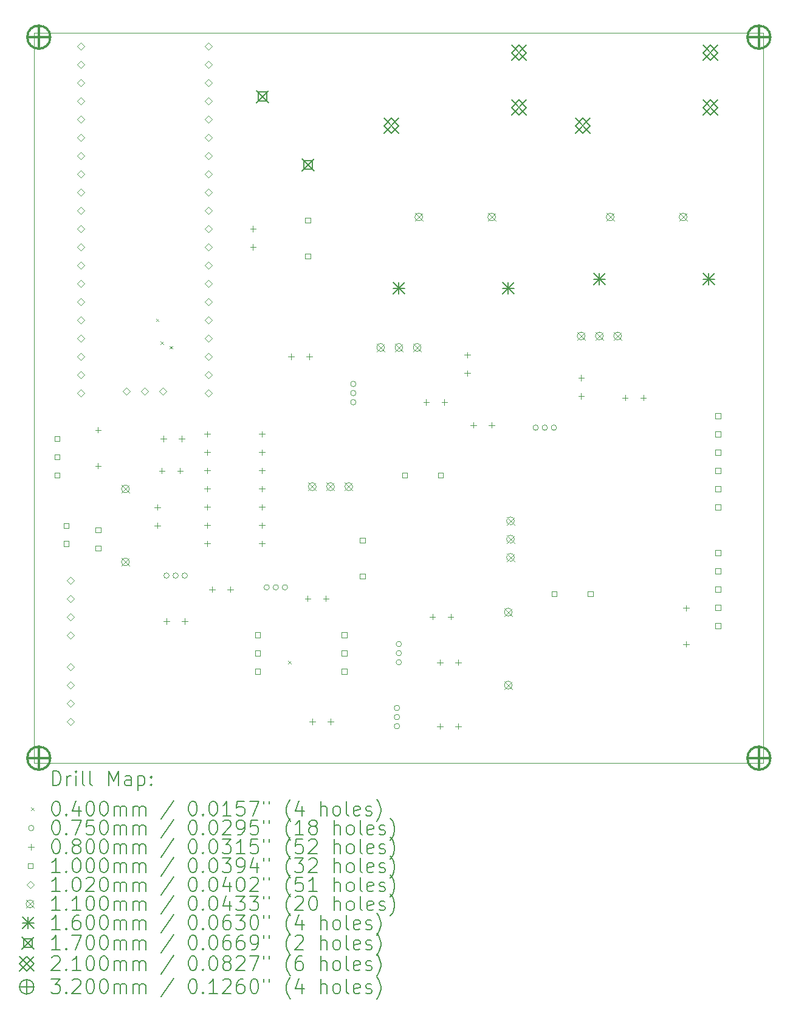
<source format=gbr>
%TF.GenerationSoftware,KiCad,Pcbnew,7.0.10*%
%TF.CreationDate,2024-07-25T14:37:50-06:00*%
%TF.ProjectId,Pressure-Controlled-Power-Outlet-control-PCB,50726573-7375-4726-952d-436f6e74726f,V1.3.1*%
%TF.SameCoordinates,Original*%
%TF.FileFunction,Drillmap*%
%TF.FilePolarity,Positive*%
%FSLAX45Y45*%
G04 Gerber Fmt 4.5, Leading zero omitted, Abs format (unit mm)*
G04 Created by KiCad (PCBNEW 7.0.10) date 2024-07-25 14:37:50*
%MOMM*%
%LPD*%
G01*
G04 APERTURE LIST*
%ADD10C,0.100000*%
%ADD11C,0.200000*%
%ADD12C,0.102000*%
%ADD13C,0.110000*%
%ADD14C,0.160000*%
%ADD15C,0.170000*%
%ADD16C,0.210000*%
%ADD17C,0.320000*%
G04 APERTURE END LIST*
D10*
X4826000Y-4572000D02*
X14986000Y-4572000D01*
X14986000Y-14732000D01*
X4826000Y-14732000D01*
X4826000Y-4572000D01*
D11*
D10*
X6520500Y-8552500D02*
X6560500Y-8592500D01*
X6560500Y-8552500D02*
X6520500Y-8592500D01*
X6584000Y-8870000D02*
X6624000Y-8910000D01*
X6624000Y-8870000D02*
X6584000Y-8910000D01*
X6711000Y-8933500D02*
X6751000Y-8973500D01*
X6751000Y-8933500D02*
X6711000Y-8973500D01*
X8362000Y-13315000D02*
X8402000Y-13355000D01*
X8402000Y-13315000D02*
X8362000Y-13355000D01*
X6705000Y-12128500D02*
G75*
G03*
X6630000Y-12128500I-37500J0D01*
G01*
X6630000Y-12128500D02*
G75*
G03*
X6705000Y-12128500I37500J0D01*
G01*
X6832000Y-12128500D02*
G75*
G03*
X6757000Y-12128500I-37500J0D01*
G01*
X6757000Y-12128500D02*
G75*
G03*
X6832000Y-12128500I37500J0D01*
G01*
X6959000Y-12128500D02*
G75*
G03*
X6884000Y-12128500I-37500J0D01*
G01*
X6884000Y-12128500D02*
G75*
G03*
X6959000Y-12128500I37500J0D01*
G01*
X8102000Y-12291500D02*
G75*
G03*
X8027000Y-12291500I-37500J0D01*
G01*
X8027000Y-12291500D02*
G75*
G03*
X8102000Y-12291500I37500J0D01*
G01*
X8229000Y-12291500D02*
G75*
G03*
X8154000Y-12291500I-37500J0D01*
G01*
X8154000Y-12291500D02*
G75*
G03*
X8229000Y-12291500I37500J0D01*
G01*
X8356000Y-12291500D02*
G75*
G03*
X8281000Y-12291500I-37500J0D01*
G01*
X8281000Y-12291500D02*
G75*
G03*
X8356000Y-12291500I37500J0D01*
G01*
X9308500Y-9461500D02*
G75*
G03*
X9233500Y-9461500I-37500J0D01*
G01*
X9233500Y-9461500D02*
G75*
G03*
X9308500Y-9461500I37500J0D01*
G01*
X9308500Y-9588500D02*
G75*
G03*
X9233500Y-9588500I-37500J0D01*
G01*
X9233500Y-9588500D02*
G75*
G03*
X9308500Y-9588500I37500J0D01*
G01*
X9308500Y-9715500D02*
G75*
G03*
X9233500Y-9715500I-37500J0D01*
G01*
X9233500Y-9715500D02*
G75*
G03*
X9308500Y-9715500I37500J0D01*
G01*
X9916000Y-13970000D02*
G75*
G03*
X9841000Y-13970000I-37500J0D01*
G01*
X9841000Y-13970000D02*
G75*
G03*
X9916000Y-13970000I37500J0D01*
G01*
X9916000Y-14097000D02*
G75*
G03*
X9841000Y-14097000I-37500J0D01*
G01*
X9841000Y-14097000D02*
G75*
G03*
X9916000Y-14097000I37500J0D01*
G01*
X9916000Y-14224000D02*
G75*
G03*
X9841000Y-14224000I-37500J0D01*
G01*
X9841000Y-14224000D02*
G75*
G03*
X9916000Y-14224000I37500J0D01*
G01*
X9943500Y-13081000D02*
G75*
G03*
X9868500Y-13081000I-37500J0D01*
G01*
X9868500Y-13081000D02*
G75*
G03*
X9943500Y-13081000I37500J0D01*
G01*
X9943500Y-13208000D02*
G75*
G03*
X9868500Y-13208000I-37500J0D01*
G01*
X9868500Y-13208000D02*
G75*
G03*
X9943500Y-13208000I37500J0D01*
G01*
X9943500Y-13335000D02*
G75*
G03*
X9868500Y-13335000I-37500J0D01*
G01*
X9868500Y-13335000D02*
G75*
G03*
X9943500Y-13335000I37500J0D01*
G01*
X11848500Y-10069000D02*
G75*
G03*
X11773500Y-10069000I-37500J0D01*
G01*
X11773500Y-10069000D02*
G75*
G03*
X11848500Y-10069000I37500J0D01*
G01*
X11975500Y-10069000D02*
G75*
G03*
X11900500Y-10069000I-37500J0D01*
G01*
X11900500Y-10069000D02*
G75*
G03*
X11975500Y-10069000I37500J0D01*
G01*
X12102500Y-10069000D02*
G75*
G03*
X12027500Y-10069000I-37500J0D01*
G01*
X12027500Y-10069000D02*
G75*
G03*
X12102500Y-10069000I37500J0D01*
G01*
X5715000Y-10060500D02*
X5715000Y-10140500D01*
X5675000Y-10100500D02*
X5755000Y-10100500D01*
X5715000Y-10560500D02*
X5715000Y-10640500D01*
X5675000Y-10600500D02*
X5755000Y-10600500D01*
X6540500Y-11136000D02*
X6540500Y-11216000D01*
X6500500Y-11176000D02*
X6580500Y-11176000D01*
X6540500Y-11390000D02*
X6540500Y-11470000D01*
X6500500Y-11430000D02*
X6580500Y-11430000D01*
X6604000Y-10628000D02*
X6604000Y-10708000D01*
X6564000Y-10668000D02*
X6644000Y-10668000D01*
X6626500Y-10183500D02*
X6626500Y-10263500D01*
X6586500Y-10223500D02*
X6666500Y-10223500D01*
X6667500Y-12723500D02*
X6667500Y-12803500D01*
X6627500Y-12763500D02*
X6707500Y-12763500D01*
X6858000Y-10628000D02*
X6858000Y-10708000D01*
X6818000Y-10668000D02*
X6898000Y-10668000D01*
X6880500Y-10183500D02*
X6880500Y-10263500D01*
X6840500Y-10223500D02*
X6920500Y-10223500D01*
X6921500Y-12723500D02*
X6921500Y-12803500D01*
X6881500Y-12763500D02*
X6961500Y-12763500D01*
X7237500Y-10119500D02*
X7237500Y-10199500D01*
X7197500Y-10159500D02*
X7277500Y-10159500D01*
X7237500Y-10373500D02*
X7237500Y-10453500D01*
X7197500Y-10413500D02*
X7277500Y-10413500D01*
X7237500Y-10627500D02*
X7237500Y-10707500D01*
X7197500Y-10667500D02*
X7277500Y-10667500D01*
X7237500Y-10881500D02*
X7237500Y-10961500D01*
X7197500Y-10921500D02*
X7277500Y-10921500D01*
X7237500Y-11135500D02*
X7237500Y-11215500D01*
X7197500Y-11175500D02*
X7277500Y-11175500D01*
X7237500Y-11389500D02*
X7237500Y-11469500D01*
X7197500Y-11429500D02*
X7277500Y-11429500D01*
X7237500Y-11643500D02*
X7237500Y-11723500D01*
X7197500Y-11683500D02*
X7277500Y-11683500D01*
X7302500Y-12279000D02*
X7302500Y-12359000D01*
X7262500Y-12319000D02*
X7342500Y-12319000D01*
X7556500Y-12279000D02*
X7556500Y-12359000D01*
X7516500Y-12319000D02*
X7596500Y-12319000D01*
X7874000Y-7262500D02*
X7874000Y-7342500D01*
X7834000Y-7302500D02*
X7914000Y-7302500D01*
X7874000Y-7516500D02*
X7874000Y-7596500D01*
X7834000Y-7556500D02*
X7914000Y-7556500D01*
X7999500Y-10119500D02*
X7999500Y-10199500D01*
X7959500Y-10159500D02*
X8039500Y-10159500D01*
X7999500Y-10373500D02*
X7999500Y-10453500D01*
X7959500Y-10413500D02*
X8039500Y-10413500D01*
X7999500Y-10627500D02*
X7999500Y-10707500D01*
X7959500Y-10667500D02*
X8039500Y-10667500D01*
X7999500Y-10881500D02*
X7999500Y-10961500D01*
X7959500Y-10921500D02*
X8039500Y-10921500D01*
X7999500Y-11135500D02*
X7999500Y-11215500D01*
X7959500Y-11175500D02*
X8039500Y-11175500D01*
X7999500Y-11389500D02*
X7999500Y-11469500D01*
X7959500Y-11429500D02*
X8039500Y-11429500D01*
X7999500Y-11643500D02*
X7999500Y-11723500D01*
X7959500Y-11683500D02*
X8039500Y-11683500D01*
X8404500Y-9040500D02*
X8404500Y-9120500D01*
X8364500Y-9080500D02*
X8444500Y-9080500D01*
X8636000Y-12406000D02*
X8636000Y-12486000D01*
X8596000Y-12446000D02*
X8676000Y-12446000D01*
X8658500Y-9040500D02*
X8658500Y-9120500D01*
X8618500Y-9080500D02*
X8698500Y-9080500D01*
X8699500Y-14120500D02*
X8699500Y-14200500D01*
X8659500Y-14160500D02*
X8739500Y-14160500D01*
X8890000Y-12406000D02*
X8890000Y-12486000D01*
X8850000Y-12446000D02*
X8930000Y-12446000D01*
X8953500Y-14120500D02*
X8953500Y-14200500D01*
X8913500Y-14160500D02*
X8993500Y-14160500D01*
X10287000Y-9675500D02*
X10287000Y-9755500D01*
X10247000Y-9715500D02*
X10327000Y-9715500D01*
X10373000Y-12660000D02*
X10373000Y-12740000D01*
X10333000Y-12700000D02*
X10413000Y-12700000D01*
X10477500Y-13295000D02*
X10477500Y-13375000D01*
X10437500Y-13335000D02*
X10517500Y-13335000D01*
X10477500Y-14184000D02*
X10477500Y-14264000D01*
X10437500Y-14224000D02*
X10517500Y-14224000D01*
X10541000Y-9675500D02*
X10541000Y-9755500D01*
X10501000Y-9715500D02*
X10581000Y-9715500D01*
X10627000Y-12660000D02*
X10627000Y-12740000D01*
X10587000Y-12700000D02*
X10667000Y-12700000D01*
X10731500Y-13295000D02*
X10731500Y-13375000D01*
X10691500Y-13335000D02*
X10771500Y-13335000D01*
X10731500Y-14184000D02*
X10731500Y-14264000D01*
X10691500Y-14224000D02*
X10771500Y-14224000D01*
X10858500Y-9018000D02*
X10858500Y-9098000D01*
X10818500Y-9058000D02*
X10898500Y-9058000D01*
X10858500Y-9272000D02*
X10858500Y-9352000D01*
X10818500Y-9312000D02*
X10898500Y-9312000D01*
X10944500Y-9993000D02*
X10944500Y-10073000D01*
X10904500Y-10033000D02*
X10984500Y-10033000D01*
X11198500Y-9993000D02*
X11198500Y-10073000D01*
X11158500Y-10033000D02*
X11238500Y-10033000D01*
X12446000Y-9335500D02*
X12446000Y-9415500D01*
X12406000Y-9375500D02*
X12486000Y-9375500D01*
X12446000Y-9589500D02*
X12446000Y-9669500D01*
X12406000Y-9629500D02*
X12486000Y-9629500D01*
X13058500Y-9612000D02*
X13058500Y-9692000D01*
X13018500Y-9652000D02*
X13098500Y-9652000D01*
X13312500Y-9612000D02*
X13312500Y-9692000D01*
X13272500Y-9652000D02*
X13352500Y-9652000D01*
X13906500Y-12541000D02*
X13906500Y-12621000D01*
X13866500Y-12581000D02*
X13946500Y-12581000D01*
X13906500Y-13041000D02*
X13906500Y-13121000D01*
X13866500Y-13081000D02*
X13946500Y-13081000D01*
X5178856Y-10257356D02*
X5178856Y-10186644D01*
X5108144Y-10186644D01*
X5108144Y-10257356D01*
X5178856Y-10257356D01*
X5178856Y-10511356D02*
X5178856Y-10440644D01*
X5108144Y-10440644D01*
X5108144Y-10511356D01*
X5178856Y-10511356D01*
X5178856Y-10765356D02*
X5178856Y-10694644D01*
X5108144Y-10694644D01*
X5108144Y-10765356D01*
X5178856Y-10765356D01*
X5305856Y-11469356D02*
X5305856Y-11398644D01*
X5235144Y-11398644D01*
X5235144Y-11469356D01*
X5305856Y-11469356D01*
X5305856Y-11719356D02*
X5305856Y-11648644D01*
X5235144Y-11648644D01*
X5235144Y-11719356D01*
X5305856Y-11719356D01*
X5750356Y-11528856D02*
X5750356Y-11458144D01*
X5679644Y-11458144D01*
X5679644Y-11528856D01*
X5750356Y-11528856D01*
X5750356Y-11782856D02*
X5750356Y-11712144D01*
X5679644Y-11712144D01*
X5679644Y-11782856D01*
X5750356Y-11782856D01*
X7972856Y-12989356D02*
X7972856Y-12918644D01*
X7902144Y-12918644D01*
X7902144Y-12989356D01*
X7972856Y-12989356D01*
X7972856Y-13243356D02*
X7972856Y-13172644D01*
X7902144Y-13172644D01*
X7902144Y-13243356D01*
X7972856Y-13243356D01*
X7972856Y-13497356D02*
X7972856Y-13426644D01*
X7902144Y-13426644D01*
X7902144Y-13497356D01*
X7972856Y-13497356D01*
X8671356Y-7218856D02*
X8671356Y-7148144D01*
X8600644Y-7148144D01*
X8600644Y-7218856D01*
X8671356Y-7218856D01*
X8671356Y-7718856D02*
X8671356Y-7648144D01*
X8600644Y-7648144D01*
X8600644Y-7718856D01*
X8671356Y-7718856D01*
X9179356Y-12987856D02*
X9179356Y-12917144D01*
X9108644Y-12917144D01*
X9108644Y-12987856D01*
X9179356Y-12987856D01*
X9179356Y-13241856D02*
X9179356Y-13171144D01*
X9108644Y-13171144D01*
X9108644Y-13241856D01*
X9179356Y-13241856D01*
X9179356Y-13495856D02*
X9179356Y-13425144D01*
X9108644Y-13425144D01*
X9108644Y-13495856D01*
X9179356Y-13495856D01*
X9433356Y-11673088D02*
X9433356Y-11602377D01*
X9362644Y-11602377D01*
X9362644Y-11673088D01*
X9433356Y-11673088D01*
X9433356Y-12173088D02*
X9433356Y-12102377D01*
X9362644Y-12102377D01*
X9362644Y-12173088D01*
X9433356Y-12173088D01*
X10022088Y-10766856D02*
X10022088Y-10696144D01*
X9951377Y-10696144D01*
X9951377Y-10766856D01*
X10022088Y-10766856D01*
X10522088Y-10766856D02*
X10522088Y-10696144D01*
X10451377Y-10696144D01*
X10451377Y-10766856D01*
X10522088Y-10766856D01*
X12108356Y-12417856D02*
X12108356Y-12347144D01*
X12037644Y-12347144D01*
X12037644Y-12417856D01*
X12108356Y-12417856D01*
X12608356Y-12417856D02*
X12608356Y-12347144D01*
X12537644Y-12347144D01*
X12537644Y-12417856D01*
X12608356Y-12417856D01*
X14386356Y-9941356D02*
X14386356Y-9870644D01*
X14315644Y-9870644D01*
X14315644Y-9941356D01*
X14386356Y-9941356D01*
X14386356Y-10195356D02*
X14386356Y-10124644D01*
X14315644Y-10124644D01*
X14315644Y-10195356D01*
X14386356Y-10195356D01*
X14386356Y-10449356D02*
X14386356Y-10378644D01*
X14315644Y-10378644D01*
X14315644Y-10449356D01*
X14386356Y-10449356D01*
X14386356Y-10703356D02*
X14386356Y-10632644D01*
X14315644Y-10632644D01*
X14315644Y-10703356D01*
X14386356Y-10703356D01*
X14386356Y-10957356D02*
X14386356Y-10886644D01*
X14315644Y-10886644D01*
X14315644Y-10957356D01*
X14386356Y-10957356D01*
X14386356Y-11211356D02*
X14386356Y-11140644D01*
X14315644Y-11140644D01*
X14315644Y-11211356D01*
X14386356Y-11211356D01*
X14386356Y-11846356D02*
X14386356Y-11775644D01*
X14315644Y-11775644D01*
X14315644Y-11846356D01*
X14386356Y-11846356D01*
X14386356Y-12100356D02*
X14386356Y-12029644D01*
X14315644Y-12029644D01*
X14315644Y-12100356D01*
X14386356Y-12100356D01*
X14386356Y-12354356D02*
X14386356Y-12283644D01*
X14315644Y-12283644D01*
X14315644Y-12354356D01*
X14386356Y-12354356D01*
X14386356Y-12608356D02*
X14386356Y-12537644D01*
X14315644Y-12537644D01*
X14315644Y-12608356D01*
X14386356Y-12608356D01*
X14386356Y-12862356D02*
X14386356Y-12791644D01*
X14315644Y-12791644D01*
X14315644Y-12862356D01*
X14386356Y-12862356D01*
D12*
X5334000Y-12243000D02*
X5385000Y-12192000D01*
X5334000Y-12141000D01*
X5283000Y-12192000D01*
X5334000Y-12243000D01*
X5334000Y-12497000D02*
X5385000Y-12446000D01*
X5334000Y-12395000D01*
X5283000Y-12446000D01*
X5334000Y-12497000D01*
X5334000Y-12751000D02*
X5385000Y-12700000D01*
X5334000Y-12649000D01*
X5283000Y-12700000D01*
X5334000Y-12751000D01*
X5334000Y-13005000D02*
X5385000Y-12954000D01*
X5334000Y-12903000D01*
X5283000Y-12954000D01*
X5334000Y-13005000D01*
X5334000Y-13449500D02*
X5385000Y-13398500D01*
X5334000Y-13347500D01*
X5283000Y-13398500D01*
X5334000Y-13449500D01*
X5334000Y-13703500D02*
X5385000Y-13652500D01*
X5334000Y-13601500D01*
X5283000Y-13652500D01*
X5334000Y-13703500D01*
X5334000Y-13957500D02*
X5385000Y-13906500D01*
X5334000Y-13855500D01*
X5283000Y-13906500D01*
X5334000Y-13957500D01*
X5334000Y-14211500D02*
X5385000Y-14160500D01*
X5334000Y-14109500D01*
X5283000Y-14160500D01*
X5334000Y-14211500D01*
X5472500Y-4813500D02*
X5523500Y-4762500D01*
X5472500Y-4711500D01*
X5421500Y-4762500D01*
X5472500Y-4813500D01*
X5472500Y-5067500D02*
X5523500Y-5016500D01*
X5472500Y-4965500D01*
X5421500Y-5016500D01*
X5472500Y-5067500D01*
X5472500Y-5321500D02*
X5523500Y-5270500D01*
X5472500Y-5219500D01*
X5421500Y-5270500D01*
X5472500Y-5321500D01*
X5472500Y-5575500D02*
X5523500Y-5524500D01*
X5472500Y-5473500D01*
X5421500Y-5524500D01*
X5472500Y-5575500D01*
X5472500Y-5829500D02*
X5523500Y-5778500D01*
X5472500Y-5727500D01*
X5421500Y-5778500D01*
X5472500Y-5829500D01*
X5472500Y-6083500D02*
X5523500Y-6032500D01*
X5472500Y-5981500D01*
X5421500Y-6032500D01*
X5472500Y-6083500D01*
X5472500Y-6337500D02*
X5523500Y-6286500D01*
X5472500Y-6235500D01*
X5421500Y-6286500D01*
X5472500Y-6337500D01*
X5472500Y-6591500D02*
X5523500Y-6540500D01*
X5472500Y-6489500D01*
X5421500Y-6540500D01*
X5472500Y-6591500D01*
X5472500Y-6845500D02*
X5523500Y-6794500D01*
X5472500Y-6743500D01*
X5421500Y-6794500D01*
X5472500Y-6845500D01*
X5472500Y-7099500D02*
X5523500Y-7048500D01*
X5472500Y-6997500D01*
X5421500Y-7048500D01*
X5472500Y-7099500D01*
X5472500Y-7353500D02*
X5523500Y-7302500D01*
X5472500Y-7251500D01*
X5421500Y-7302500D01*
X5472500Y-7353500D01*
X5472500Y-7607500D02*
X5523500Y-7556500D01*
X5472500Y-7505500D01*
X5421500Y-7556500D01*
X5472500Y-7607500D01*
X5472500Y-7861500D02*
X5523500Y-7810500D01*
X5472500Y-7759500D01*
X5421500Y-7810500D01*
X5472500Y-7861500D01*
X5472500Y-8115500D02*
X5523500Y-8064500D01*
X5472500Y-8013500D01*
X5421500Y-8064500D01*
X5472500Y-8115500D01*
X5472500Y-8369500D02*
X5523500Y-8318500D01*
X5472500Y-8267500D01*
X5421500Y-8318500D01*
X5472500Y-8369500D01*
X5472500Y-8623500D02*
X5523500Y-8572500D01*
X5472500Y-8521500D01*
X5421500Y-8572500D01*
X5472500Y-8623500D01*
X5472500Y-8877500D02*
X5523500Y-8826500D01*
X5472500Y-8775500D01*
X5421500Y-8826500D01*
X5472500Y-8877500D01*
X5472500Y-9131500D02*
X5523500Y-9080500D01*
X5472500Y-9029500D01*
X5421500Y-9080500D01*
X5472500Y-9131500D01*
X5472500Y-9385500D02*
X5523500Y-9334500D01*
X5472500Y-9283500D01*
X5421500Y-9334500D01*
X5472500Y-9385500D01*
X5472500Y-9639500D02*
X5523500Y-9588500D01*
X5472500Y-9537500D01*
X5421500Y-9588500D01*
X5472500Y-9639500D01*
X6107500Y-9616500D02*
X6158500Y-9565500D01*
X6107500Y-9514500D01*
X6056500Y-9565500D01*
X6107500Y-9616500D01*
X6361500Y-9616500D02*
X6412500Y-9565500D01*
X6361500Y-9514500D01*
X6310500Y-9565500D01*
X6361500Y-9616500D01*
X6615500Y-9616500D02*
X6666500Y-9565500D01*
X6615500Y-9514500D01*
X6564500Y-9565500D01*
X6615500Y-9616500D01*
X7250500Y-4813500D02*
X7301500Y-4762500D01*
X7250500Y-4711500D01*
X7199500Y-4762500D01*
X7250500Y-4813500D01*
X7250500Y-5067500D02*
X7301500Y-5016500D01*
X7250500Y-4965500D01*
X7199500Y-5016500D01*
X7250500Y-5067500D01*
X7250500Y-5321500D02*
X7301500Y-5270500D01*
X7250500Y-5219500D01*
X7199500Y-5270500D01*
X7250500Y-5321500D01*
X7250500Y-5575500D02*
X7301500Y-5524500D01*
X7250500Y-5473500D01*
X7199500Y-5524500D01*
X7250500Y-5575500D01*
X7250500Y-5829500D02*
X7301500Y-5778500D01*
X7250500Y-5727500D01*
X7199500Y-5778500D01*
X7250500Y-5829500D01*
X7250500Y-6083500D02*
X7301500Y-6032500D01*
X7250500Y-5981500D01*
X7199500Y-6032500D01*
X7250500Y-6083500D01*
X7250500Y-6337500D02*
X7301500Y-6286500D01*
X7250500Y-6235500D01*
X7199500Y-6286500D01*
X7250500Y-6337500D01*
X7250500Y-6591500D02*
X7301500Y-6540500D01*
X7250500Y-6489500D01*
X7199500Y-6540500D01*
X7250500Y-6591500D01*
X7250500Y-6845500D02*
X7301500Y-6794500D01*
X7250500Y-6743500D01*
X7199500Y-6794500D01*
X7250500Y-6845500D01*
X7250500Y-7099500D02*
X7301500Y-7048500D01*
X7250500Y-6997500D01*
X7199500Y-7048500D01*
X7250500Y-7099500D01*
X7250500Y-7353500D02*
X7301500Y-7302500D01*
X7250500Y-7251500D01*
X7199500Y-7302500D01*
X7250500Y-7353500D01*
X7250500Y-7607500D02*
X7301500Y-7556500D01*
X7250500Y-7505500D01*
X7199500Y-7556500D01*
X7250500Y-7607500D01*
X7250500Y-7861500D02*
X7301500Y-7810500D01*
X7250500Y-7759500D01*
X7199500Y-7810500D01*
X7250500Y-7861500D01*
X7250500Y-8115500D02*
X7301500Y-8064500D01*
X7250500Y-8013500D01*
X7199500Y-8064500D01*
X7250500Y-8115500D01*
X7250500Y-8369500D02*
X7301500Y-8318500D01*
X7250500Y-8267500D01*
X7199500Y-8318500D01*
X7250500Y-8369500D01*
X7250500Y-8623500D02*
X7301500Y-8572500D01*
X7250500Y-8521500D01*
X7199500Y-8572500D01*
X7250500Y-8623500D01*
X7250500Y-8877500D02*
X7301500Y-8826500D01*
X7250500Y-8775500D01*
X7199500Y-8826500D01*
X7250500Y-8877500D01*
X7250500Y-9131500D02*
X7301500Y-9080500D01*
X7250500Y-9029500D01*
X7199500Y-9080500D01*
X7250500Y-9131500D01*
X7250500Y-9385500D02*
X7301500Y-9334500D01*
X7250500Y-9283500D01*
X7199500Y-9334500D01*
X7250500Y-9385500D01*
X7250500Y-9639500D02*
X7301500Y-9588500D01*
X7250500Y-9537500D01*
X7199500Y-9588500D01*
X7250500Y-9639500D01*
D13*
X6041000Y-10867000D02*
X6151000Y-10977000D01*
X6151000Y-10867000D02*
X6041000Y-10977000D01*
X6151000Y-10922000D02*
G75*
G03*
X6041000Y-10922000I-55000J0D01*
G01*
X6041000Y-10922000D02*
G75*
G03*
X6151000Y-10922000I55000J0D01*
G01*
X6041000Y-11883000D02*
X6151000Y-11993000D01*
X6151000Y-11883000D02*
X6041000Y-11993000D01*
X6151000Y-11938000D02*
G75*
G03*
X6041000Y-11938000I-55000J0D01*
G01*
X6041000Y-11938000D02*
G75*
G03*
X6151000Y-11938000I55000J0D01*
G01*
X8644500Y-10836000D02*
X8754500Y-10946000D01*
X8754500Y-10836000D02*
X8644500Y-10946000D01*
X8754500Y-10891000D02*
G75*
G03*
X8644500Y-10891000I-55000J0D01*
G01*
X8644500Y-10891000D02*
G75*
G03*
X8754500Y-10891000I55000J0D01*
G01*
X8898500Y-10836000D02*
X9008500Y-10946000D01*
X9008500Y-10836000D02*
X8898500Y-10946000D01*
X9008500Y-10891000D02*
G75*
G03*
X8898500Y-10891000I-55000J0D01*
G01*
X8898500Y-10891000D02*
G75*
G03*
X9008500Y-10891000I55000J0D01*
G01*
X9152500Y-10836000D02*
X9262500Y-10946000D01*
X9262500Y-10836000D02*
X9152500Y-10946000D01*
X9262500Y-10891000D02*
G75*
G03*
X9152500Y-10891000I-55000J0D01*
G01*
X9152500Y-10891000D02*
G75*
G03*
X9262500Y-10891000I55000J0D01*
G01*
X9597000Y-8898500D02*
X9707000Y-9008500D01*
X9707000Y-8898500D02*
X9597000Y-9008500D01*
X9707000Y-8953500D02*
G75*
G03*
X9597000Y-8953500I-55000J0D01*
G01*
X9597000Y-8953500D02*
G75*
G03*
X9707000Y-8953500I55000J0D01*
G01*
X9851000Y-8898500D02*
X9961000Y-9008500D01*
X9961000Y-8898500D02*
X9851000Y-9008500D01*
X9961000Y-8953500D02*
G75*
G03*
X9851000Y-8953500I-55000J0D01*
G01*
X9851000Y-8953500D02*
G75*
G03*
X9961000Y-8953500I55000J0D01*
G01*
X10105000Y-8898500D02*
X10215000Y-9008500D01*
X10215000Y-8898500D02*
X10105000Y-9008500D01*
X10215000Y-8953500D02*
G75*
G03*
X10105000Y-8953500I-55000J0D01*
G01*
X10105000Y-8953500D02*
G75*
G03*
X10215000Y-8953500I55000J0D01*
G01*
X10128000Y-7083000D02*
X10238000Y-7193000D01*
X10238000Y-7083000D02*
X10128000Y-7193000D01*
X10238000Y-7138000D02*
G75*
G03*
X10128000Y-7138000I-55000J0D01*
G01*
X10128000Y-7138000D02*
G75*
G03*
X10238000Y-7138000I55000J0D01*
G01*
X11144000Y-7083000D02*
X11254000Y-7193000D01*
X11254000Y-7083000D02*
X11144000Y-7193000D01*
X11254000Y-7138000D02*
G75*
G03*
X11144000Y-7138000I-55000J0D01*
G01*
X11144000Y-7138000D02*
G75*
G03*
X11254000Y-7138000I55000J0D01*
G01*
X11375000Y-12581500D02*
X11485000Y-12691500D01*
X11485000Y-12581500D02*
X11375000Y-12691500D01*
X11485000Y-12636500D02*
G75*
G03*
X11375000Y-12636500I-55000J0D01*
G01*
X11375000Y-12636500D02*
G75*
G03*
X11485000Y-12636500I55000J0D01*
G01*
X11375000Y-13597500D02*
X11485000Y-13707500D01*
X11485000Y-13597500D02*
X11375000Y-13707500D01*
X11485000Y-13652500D02*
G75*
G03*
X11375000Y-13652500I-55000J0D01*
G01*
X11375000Y-13652500D02*
G75*
G03*
X11485000Y-13652500I55000J0D01*
G01*
X11406000Y-11311500D02*
X11516000Y-11421500D01*
X11516000Y-11311500D02*
X11406000Y-11421500D01*
X11516000Y-11366500D02*
G75*
G03*
X11406000Y-11366500I-55000J0D01*
G01*
X11406000Y-11366500D02*
G75*
G03*
X11516000Y-11366500I55000J0D01*
G01*
X11406000Y-11565500D02*
X11516000Y-11675500D01*
X11516000Y-11565500D02*
X11406000Y-11675500D01*
X11516000Y-11620500D02*
G75*
G03*
X11406000Y-11620500I-55000J0D01*
G01*
X11406000Y-11620500D02*
G75*
G03*
X11516000Y-11620500I55000J0D01*
G01*
X11406000Y-11819500D02*
X11516000Y-11929500D01*
X11516000Y-11819500D02*
X11406000Y-11929500D01*
X11516000Y-11874500D02*
G75*
G03*
X11406000Y-11874500I-55000J0D01*
G01*
X11406000Y-11874500D02*
G75*
G03*
X11516000Y-11874500I55000J0D01*
G01*
X12391000Y-8739000D02*
X12501000Y-8849000D01*
X12501000Y-8739000D02*
X12391000Y-8849000D01*
X12501000Y-8794000D02*
G75*
G03*
X12391000Y-8794000I-55000J0D01*
G01*
X12391000Y-8794000D02*
G75*
G03*
X12501000Y-8794000I55000J0D01*
G01*
X12645000Y-8739000D02*
X12755000Y-8849000D01*
X12755000Y-8739000D02*
X12645000Y-8849000D01*
X12755000Y-8794000D02*
G75*
G03*
X12645000Y-8794000I-55000J0D01*
G01*
X12645000Y-8794000D02*
G75*
G03*
X12755000Y-8794000I55000J0D01*
G01*
X12795000Y-7083000D02*
X12905000Y-7193000D01*
X12905000Y-7083000D02*
X12795000Y-7193000D01*
X12905000Y-7138000D02*
G75*
G03*
X12795000Y-7138000I-55000J0D01*
G01*
X12795000Y-7138000D02*
G75*
G03*
X12905000Y-7138000I55000J0D01*
G01*
X12899000Y-8739000D02*
X13009000Y-8849000D01*
X13009000Y-8739000D02*
X12899000Y-8849000D01*
X13009000Y-8794000D02*
G75*
G03*
X12899000Y-8794000I-55000J0D01*
G01*
X12899000Y-8794000D02*
G75*
G03*
X13009000Y-8794000I55000J0D01*
G01*
X13811000Y-7083000D02*
X13921000Y-7193000D01*
X13921000Y-7083000D02*
X13811000Y-7193000D01*
X13921000Y-7138000D02*
G75*
G03*
X13811000Y-7138000I-55000J0D01*
G01*
X13811000Y-7138000D02*
G75*
G03*
X13921000Y-7138000I55000J0D01*
G01*
D14*
X9826000Y-8048000D02*
X9986000Y-8208000D01*
X9986000Y-8048000D02*
X9826000Y-8208000D01*
X9906000Y-8048000D02*
X9906000Y-8208000D01*
X9826000Y-8128000D02*
X9986000Y-8128000D01*
X11350000Y-8048000D02*
X11510000Y-8208000D01*
X11510000Y-8048000D02*
X11350000Y-8208000D01*
X11430000Y-8048000D02*
X11430000Y-8208000D01*
X11350000Y-8128000D02*
X11510000Y-8128000D01*
X12620000Y-7921000D02*
X12780000Y-8081000D01*
X12780000Y-7921000D02*
X12620000Y-8081000D01*
X12700000Y-7921000D02*
X12700000Y-8081000D01*
X12620000Y-8001000D02*
X12780000Y-8001000D01*
X14144000Y-7921000D02*
X14304000Y-8081000D01*
X14304000Y-7921000D02*
X14144000Y-8081000D01*
X14224000Y-7921000D02*
X14224000Y-8081000D01*
X14144000Y-8001000D02*
X14304000Y-8001000D01*
D15*
X7918250Y-5376000D02*
X8088250Y-5546000D01*
X8088250Y-5376000D02*
X7918250Y-5546000D01*
X8063355Y-5521105D02*
X8063355Y-5400895D01*
X7943145Y-5400895D01*
X7943145Y-5521105D01*
X8063355Y-5521105D01*
X8553250Y-6326000D02*
X8723250Y-6496000D01*
X8723250Y-6326000D02*
X8553250Y-6496000D01*
X8698355Y-6471105D02*
X8698355Y-6350895D01*
X8578145Y-6350895D01*
X8578145Y-6471105D01*
X8698355Y-6471105D01*
D16*
X9697000Y-5763000D02*
X9907000Y-5973000D01*
X9907000Y-5763000D02*
X9697000Y-5973000D01*
X9802000Y-5973000D02*
X9907000Y-5868000D01*
X9802000Y-5763000D01*
X9697000Y-5868000D01*
X9802000Y-5973000D01*
X11475000Y-4747000D02*
X11685000Y-4957000D01*
X11685000Y-4747000D02*
X11475000Y-4957000D01*
X11580000Y-4957000D02*
X11685000Y-4852000D01*
X11580000Y-4747000D01*
X11475000Y-4852000D01*
X11580000Y-4957000D01*
X11475000Y-5509000D02*
X11685000Y-5719000D01*
X11685000Y-5509000D02*
X11475000Y-5719000D01*
X11580000Y-5719000D02*
X11685000Y-5614000D01*
X11580000Y-5509000D01*
X11475000Y-5614000D01*
X11580000Y-5719000D01*
X12364000Y-5763000D02*
X12574000Y-5973000D01*
X12574000Y-5763000D02*
X12364000Y-5973000D01*
X12469000Y-5973000D02*
X12574000Y-5868000D01*
X12469000Y-5763000D01*
X12364000Y-5868000D01*
X12469000Y-5973000D01*
X14142000Y-4747000D02*
X14352000Y-4957000D01*
X14352000Y-4747000D02*
X14142000Y-4957000D01*
X14247000Y-4957000D02*
X14352000Y-4852000D01*
X14247000Y-4747000D01*
X14142000Y-4852000D01*
X14247000Y-4957000D01*
X14142000Y-5509000D02*
X14352000Y-5719000D01*
X14352000Y-5509000D02*
X14142000Y-5719000D01*
X14247000Y-5719000D02*
X14352000Y-5614000D01*
X14247000Y-5509000D01*
X14142000Y-5614000D01*
X14247000Y-5719000D01*
D17*
X4889500Y-4475500D02*
X4889500Y-4795500D01*
X4729500Y-4635500D02*
X5049500Y-4635500D01*
X5049500Y-4635500D02*
G75*
G03*
X4729500Y-4635500I-160000J0D01*
G01*
X4729500Y-4635500D02*
G75*
G03*
X5049500Y-4635500I160000J0D01*
G01*
X4889500Y-14508500D02*
X4889500Y-14828500D01*
X4729500Y-14668500D02*
X5049500Y-14668500D01*
X5049500Y-14668500D02*
G75*
G03*
X4729500Y-14668500I-160000J0D01*
G01*
X4729500Y-14668500D02*
G75*
G03*
X5049500Y-14668500I160000J0D01*
G01*
X14922500Y-4475500D02*
X14922500Y-4795500D01*
X14762500Y-4635500D02*
X15082500Y-4635500D01*
X15082500Y-4635500D02*
G75*
G03*
X14762500Y-4635500I-160000J0D01*
G01*
X14762500Y-4635500D02*
G75*
G03*
X15082500Y-4635500I160000J0D01*
G01*
X14922500Y-14508500D02*
X14922500Y-14828500D01*
X14762500Y-14668500D02*
X15082500Y-14668500D01*
X15082500Y-14668500D02*
G75*
G03*
X14762500Y-14668500I-160000J0D01*
G01*
X14762500Y-14668500D02*
G75*
G03*
X15082500Y-14668500I160000J0D01*
G01*
D11*
X5081777Y-15048484D02*
X5081777Y-14848484D01*
X5081777Y-14848484D02*
X5129396Y-14848484D01*
X5129396Y-14848484D02*
X5157967Y-14858008D01*
X5157967Y-14858008D02*
X5177015Y-14877055D01*
X5177015Y-14877055D02*
X5186539Y-14896103D01*
X5186539Y-14896103D02*
X5196063Y-14934198D01*
X5196063Y-14934198D02*
X5196063Y-14962769D01*
X5196063Y-14962769D02*
X5186539Y-15000865D01*
X5186539Y-15000865D02*
X5177015Y-15019912D01*
X5177015Y-15019912D02*
X5157967Y-15038960D01*
X5157967Y-15038960D02*
X5129396Y-15048484D01*
X5129396Y-15048484D02*
X5081777Y-15048484D01*
X5281777Y-15048484D02*
X5281777Y-14915150D01*
X5281777Y-14953246D02*
X5291301Y-14934198D01*
X5291301Y-14934198D02*
X5300824Y-14924674D01*
X5300824Y-14924674D02*
X5319872Y-14915150D01*
X5319872Y-14915150D02*
X5338920Y-14915150D01*
X5405586Y-15048484D02*
X5405586Y-14915150D01*
X5405586Y-14848484D02*
X5396063Y-14858008D01*
X5396063Y-14858008D02*
X5405586Y-14867531D01*
X5405586Y-14867531D02*
X5415110Y-14858008D01*
X5415110Y-14858008D02*
X5405586Y-14848484D01*
X5405586Y-14848484D02*
X5405586Y-14867531D01*
X5529396Y-15048484D02*
X5510348Y-15038960D01*
X5510348Y-15038960D02*
X5500824Y-15019912D01*
X5500824Y-15019912D02*
X5500824Y-14848484D01*
X5634158Y-15048484D02*
X5615110Y-15038960D01*
X5615110Y-15038960D02*
X5605586Y-15019912D01*
X5605586Y-15019912D02*
X5605586Y-14848484D01*
X5862729Y-15048484D02*
X5862729Y-14848484D01*
X5862729Y-14848484D02*
X5929396Y-14991341D01*
X5929396Y-14991341D02*
X5996062Y-14848484D01*
X5996062Y-14848484D02*
X5996062Y-15048484D01*
X6177015Y-15048484D02*
X6177015Y-14943722D01*
X6177015Y-14943722D02*
X6167491Y-14924674D01*
X6167491Y-14924674D02*
X6148443Y-14915150D01*
X6148443Y-14915150D02*
X6110348Y-14915150D01*
X6110348Y-14915150D02*
X6091301Y-14924674D01*
X6177015Y-15038960D02*
X6157967Y-15048484D01*
X6157967Y-15048484D02*
X6110348Y-15048484D01*
X6110348Y-15048484D02*
X6091301Y-15038960D01*
X6091301Y-15038960D02*
X6081777Y-15019912D01*
X6081777Y-15019912D02*
X6081777Y-15000865D01*
X6081777Y-15000865D02*
X6091301Y-14981817D01*
X6091301Y-14981817D02*
X6110348Y-14972293D01*
X6110348Y-14972293D02*
X6157967Y-14972293D01*
X6157967Y-14972293D02*
X6177015Y-14962769D01*
X6272253Y-14915150D02*
X6272253Y-15115150D01*
X6272253Y-14924674D02*
X6291301Y-14915150D01*
X6291301Y-14915150D02*
X6329396Y-14915150D01*
X6329396Y-14915150D02*
X6348443Y-14924674D01*
X6348443Y-14924674D02*
X6357967Y-14934198D01*
X6357967Y-14934198D02*
X6367491Y-14953246D01*
X6367491Y-14953246D02*
X6367491Y-15010388D01*
X6367491Y-15010388D02*
X6357967Y-15029436D01*
X6357967Y-15029436D02*
X6348443Y-15038960D01*
X6348443Y-15038960D02*
X6329396Y-15048484D01*
X6329396Y-15048484D02*
X6291301Y-15048484D01*
X6291301Y-15048484D02*
X6272253Y-15038960D01*
X6453205Y-15029436D02*
X6462729Y-15038960D01*
X6462729Y-15038960D02*
X6453205Y-15048484D01*
X6453205Y-15048484D02*
X6443682Y-15038960D01*
X6443682Y-15038960D02*
X6453205Y-15029436D01*
X6453205Y-15029436D02*
X6453205Y-15048484D01*
X6453205Y-14924674D02*
X6462729Y-14934198D01*
X6462729Y-14934198D02*
X6453205Y-14943722D01*
X6453205Y-14943722D02*
X6443682Y-14934198D01*
X6443682Y-14934198D02*
X6453205Y-14924674D01*
X6453205Y-14924674D02*
X6453205Y-14943722D01*
D10*
X4781000Y-15357000D02*
X4821000Y-15397000D01*
X4821000Y-15357000D02*
X4781000Y-15397000D01*
D11*
X5119872Y-15268484D02*
X5138920Y-15268484D01*
X5138920Y-15268484D02*
X5157967Y-15278008D01*
X5157967Y-15278008D02*
X5167491Y-15287531D01*
X5167491Y-15287531D02*
X5177015Y-15306579D01*
X5177015Y-15306579D02*
X5186539Y-15344674D01*
X5186539Y-15344674D02*
X5186539Y-15392293D01*
X5186539Y-15392293D02*
X5177015Y-15430388D01*
X5177015Y-15430388D02*
X5167491Y-15449436D01*
X5167491Y-15449436D02*
X5157967Y-15458960D01*
X5157967Y-15458960D02*
X5138920Y-15468484D01*
X5138920Y-15468484D02*
X5119872Y-15468484D01*
X5119872Y-15468484D02*
X5100824Y-15458960D01*
X5100824Y-15458960D02*
X5091301Y-15449436D01*
X5091301Y-15449436D02*
X5081777Y-15430388D01*
X5081777Y-15430388D02*
X5072253Y-15392293D01*
X5072253Y-15392293D02*
X5072253Y-15344674D01*
X5072253Y-15344674D02*
X5081777Y-15306579D01*
X5081777Y-15306579D02*
X5091301Y-15287531D01*
X5091301Y-15287531D02*
X5100824Y-15278008D01*
X5100824Y-15278008D02*
X5119872Y-15268484D01*
X5272253Y-15449436D02*
X5281777Y-15458960D01*
X5281777Y-15458960D02*
X5272253Y-15468484D01*
X5272253Y-15468484D02*
X5262729Y-15458960D01*
X5262729Y-15458960D02*
X5272253Y-15449436D01*
X5272253Y-15449436D02*
X5272253Y-15468484D01*
X5453205Y-15335150D02*
X5453205Y-15468484D01*
X5405586Y-15258960D02*
X5357967Y-15401817D01*
X5357967Y-15401817D02*
X5481777Y-15401817D01*
X5596062Y-15268484D02*
X5615110Y-15268484D01*
X5615110Y-15268484D02*
X5634158Y-15278008D01*
X5634158Y-15278008D02*
X5643682Y-15287531D01*
X5643682Y-15287531D02*
X5653205Y-15306579D01*
X5653205Y-15306579D02*
X5662729Y-15344674D01*
X5662729Y-15344674D02*
X5662729Y-15392293D01*
X5662729Y-15392293D02*
X5653205Y-15430388D01*
X5653205Y-15430388D02*
X5643682Y-15449436D01*
X5643682Y-15449436D02*
X5634158Y-15458960D01*
X5634158Y-15458960D02*
X5615110Y-15468484D01*
X5615110Y-15468484D02*
X5596062Y-15468484D01*
X5596062Y-15468484D02*
X5577015Y-15458960D01*
X5577015Y-15458960D02*
X5567491Y-15449436D01*
X5567491Y-15449436D02*
X5557967Y-15430388D01*
X5557967Y-15430388D02*
X5548444Y-15392293D01*
X5548444Y-15392293D02*
X5548444Y-15344674D01*
X5548444Y-15344674D02*
X5557967Y-15306579D01*
X5557967Y-15306579D02*
X5567491Y-15287531D01*
X5567491Y-15287531D02*
X5577015Y-15278008D01*
X5577015Y-15278008D02*
X5596062Y-15268484D01*
X5786539Y-15268484D02*
X5805586Y-15268484D01*
X5805586Y-15268484D02*
X5824634Y-15278008D01*
X5824634Y-15278008D02*
X5834158Y-15287531D01*
X5834158Y-15287531D02*
X5843682Y-15306579D01*
X5843682Y-15306579D02*
X5853205Y-15344674D01*
X5853205Y-15344674D02*
X5853205Y-15392293D01*
X5853205Y-15392293D02*
X5843682Y-15430388D01*
X5843682Y-15430388D02*
X5834158Y-15449436D01*
X5834158Y-15449436D02*
X5824634Y-15458960D01*
X5824634Y-15458960D02*
X5805586Y-15468484D01*
X5805586Y-15468484D02*
X5786539Y-15468484D01*
X5786539Y-15468484D02*
X5767491Y-15458960D01*
X5767491Y-15458960D02*
X5757967Y-15449436D01*
X5757967Y-15449436D02*
X5748443Y-15430388D01*
X5748443Y-15430388D02*
X5738920Y-15392293D01*
X5738920Y-15392293D02*
X5738920Y-15344674D01*
X5738920Y-15344674D02*
X5748443Y-15306579D01*
X5748443Y-15306579D02*
X5757967Y-15287531D01*
X5757967Y-15287531D02*
X5767491Y-15278008D01*
X5767491Y-15278008D02*
X5786539Y-15268484D01*
X5938920Y-15468484D02*
X5938920Y-15335150D01*
X5938920Y-15354198D02*
X5948443Y-15344674D01*
X5948443Y-15344674D02*
X5967491Y-15335150D01*
X5967491Y-15335150D02*
X5996063Y-15335150D01*
X5996063Y-15335150D02*
X6015110Y-15344674D01*
X6015110Y-15344674D02*
X6024634Y-15363722D01*
X6024634Y-15363722D02*
X6024634Y-15468484D01*
X6024634Y-15363722D02*
X6034158Y-15344674D01*
X6034158Y-15344674D02*
X6053205Y-15335150D01*
X6053205Y-15335150D02*
X6081777Y-15335150D01*
X6081777Y-15335150D02*
X6100824Y-15344674D01*
X6100824Y-15344674D02*
X6110348Y-15363722D01*
X6110348Y-15363722D02*
X6110348Y-15468484D01*
X6205586Y-15468484D02*
X6205586Y-15335150D01*
X6205586Y-15354198D02*
X6215110Y-15344674D01*
X6215110Y-15344674D02*
X6234158Y-15335150D01*
X6234158Y-15335150D02*
X6262729Y-15335150D01*
X6262729Y-15335150D02*
X6281777Y-15344674D01*
X6281777Y-15344674D02*
X6291301Y-15363722D01*
X6291301Y-15363722D02*
X6291301Y-15468484D01*
X6291301Y-15363722D02*
X6300824Y-15344674D01*
X6300824Y-15344674D02*
X6319872Y-15335150D01*
X6319872Y-15335150D02*
X6348443Y-15335150D01*
X6348443Y-15335150D02*
X6367491Y-15344674D01*
X6367491Y-15344674D02*
X6377015Y-15363722D01*
X6377015Y-15363722D02*
X6377015Y-15468484D01*
X6767491Y-15258960D02*
X6596063Y-15516103D01*
X7024634Y-15268484D02*
X7043682Y-15268484D01*
X7043682Y-15268484D02*
X7062729Y-15278008D01*
X7062729Y-15278008D02*
X7072253Y-15287531D01*
X7072253Y-15287531D02*
X7081777Y-15306579D01*
X7081777Y-15306579D02*
X7091301Y-15344674D01*
X7091301Y-15344674D02*
X7091301Y-15392293D01*
X7091301Y-15392293D02*
X7081777Y-15430388D01*
X7081777Y-15430388D02*
X7072253Y-15449436D01*
X7072253Y-15449436D02*
X7062729Y-15458960D01*
X7062729Y-15458960D02*
X7043682Y-15468484D01*
X7043682Y-15468484D02*
X7024634Y-15468484D01*
X7024634Y-15468484D02*
X7005586Y-15458960D01*
X7005586Y-15458960D02*
X6996063Y-15449436D01*
X6996063Y-15449436D02*
X6986539Y-15430388D01*
X6986539Y-15430388D02*
X6977015Y-15392293D01*
X6977015Y-15392293D02*
X6977015Y-15344674D01*
X6977015Y-15344674D02*
X6986539Y-15306579D01*
X6986539Y-15306579D02*
X6996063Y-15287531D01*
X6996063Y-15287531D02*
X7005586Y-15278008D01*
X7005586Y-15278008D02*
X7024634Y-15268484D01*
X7177015Y-15449436D02*
X7186539Y-15458960D01*
X7186539Y-15458960D02*
X7177015Y-15468484D01*
X7177015Y-15468484D02*
X7167491Y-15458960D01*
X7167491Y-15458960D02*
X7177015Y-15449436D01*
X7177015Y-15449436D02*
X7177015Y-15468484D01*
X7310348Y-15268484D02*
X7329396Y-15268484D01*
X7329396Y-15268484D02*
X7348444Y-15278008D01*
X7348444Y-15278008D02*
X7357967Y-15287531D01*
X7357967Y-15287531D02*
X7367491Y-15306579D01*
X7367491Y-15306579D02*
X7377015Y-15344674D01*
X7377015Y-15344674D02*
X7377015Y-15392293D01*
X7377015Y-15392293D02*
X7367491Y-15430388D01*
X7367491Y-15430388D02*
X7357967Y-15449436D01*
X7357967Y-15449436D02*
X7348444Y-15458960D01*
X7348444Y-15458960D02*
X7329396Y-15468484D01*
X7329396Y-15468484D02*
X7310348Y-15468484D01*
X7310348Y-15468484D02*
X7291301Y-15458960D01*
X7291301Y-15458960D02*
X7281777Y-15449436D01*
X7281777Y-15449436D02*
X7272253Y-15430388D01*
X7272253Y-15430388D02*
X7262729Y-15392293D01*
X7262729Y-15392293D02*
X7262729Y-15344674D01*
X7262729Y-15344674D02*
X7272253Y-15306579D01*
X7272253Y-15306579D02*
X7281777Y-15287531D01*
X7281777Y-15287531D02*
X7291301Y-15278008D01*
X7291301Y-15278008D02*
X7310348Y-15268484D01*
X7567491Y-15468484D02*
X7453206Y-15468484D01*
X7510348Y-15468484D02*
X7510348Y-15268484D01*
X7510348Y-15268484D02*
X7491301Y-15297055D01*
X7491301Y-15297055D02*
X7472253Y-15316103D01*
X7472253Y-15316103D02*
X7453206Y-15325627D01*
X7748444Y-15268484D02*
X7653206Y-15268484D01*
X7653206Y-15268484D02*
X7643682Y-15363722D01*
X7643682Y-15363722D02*
X7653206Y-15354198D01*
X7653206Y-15354198D02*
X7672253Y-15344674D01*
X7672253Y-15344674D02*
X7719872Y-15344674D01*
X7719872Y-15344674D02*
X7738920Y-15354198D01*
X7738920Y-15354198D02*
X7748444Y-15363722D01*
X7748444Y-15363722D02*
X7757967Y-15382769D01*
X7757967Y-15382769D02*
X7757967Y-15430388D01*
X7757967Y-15430388D02*
X7748444Y-15449436D01*
X7748444Y-15449436D02*
X7738920Y-15458960D01*
X7738920Y-15458960D02*
X7719872Y-15468484D01*
X7719872Y-15468484D02*
X7672253Y-15468484D01*
X7672253Y-15468484D02*
X7653206Y-15458960D01*
X7653206Y-15458960D02*
X7643682Y-15449436D01*
X7824634Y-15268484D02*
X7957967Y-15268484D01*
X7957967Y-15268484D02*
X7872253Y-15468484D01*
X8024634Y-15268484D02*
X8024634Y-15306579D01*
X8100825Y-15268484D02*
X8100825Y-15306579D01*
X8396063Y-15544674D02*
X8386539Y-15535150D01*
X8386539Y-15535150D02*
X8367491Y-15506579D01*
X8367491Y-15506579D02*
X8357968Y-15487531D01*
X8357968Y-15487531D02*
X8348444Y-15458960D01*
X8348444Y-15458960D02*
X8338920Y-15411341D01*
X8338920Y-15411341D02*
X8338920Y-15373246D01*
X8338920Y-15373246D02*
X8348444Y-15325627D01*
X8348444Y-15325627D02*
X8357968Y-15297055D01*
X8357968Y-15297055D02*
X8367491Y-15278008D01*
X8367491Y-15278008D02*
X8386539Y-15249436D01*
X8386539Y-15249436D02*
X8396063Y-15239912D01*
X8557968Y-15335150D02*
X8557968Y-15468484D01*
X8510349Y-15258960D02*
X8462730Y-15401817D01*
X8462730Y-15401817D02*
X8586539Y-15401817D01*
X8815111Y-15468484D02*
X8815111Y-15268484D01*
X8900825Y-15468484D02*
X8900825Y-15363722D01*
X8900825Y-15363722D02*
X8891301Y-15344674D01*
X8891301Y-15344674D02*
X8872253Y-15335150D01*
X8872253Y-15335150D02*
X8843682Y-15335150D01*
X8843682Y-15335150D02*
X8824634Y-15344674D01*
X8824634Y-15344674D02*
X8815111Y-15354198D01*
X9024634Y-15468484D02*
X9005587Y-15458960D01*
X9005587Y-15458960D02*
X8996063Y-15449436D01*
X8996063Y-15449436D02*
X8986539Y-15430388D01*
X8986539Y-15430388D02*
X8986539Y-15373246D01*
X8986539Y-15373246D02*
X8996063Y-15354198D01*
X8996063Y-15354198D02*
X9005587Y-15344674D01*
X9005587Y-15344674D02*
X9024634Y-15335150D01*
X9024634Y-15335150D02*
X9053206Y-15335150D01*
X9053206Y-15335150D02*
X9072253Y-15344674D01*
X9072253Y-15344674D02*
X9081777Y-15354198D01*
X9081777Y-15354198D02*
X9091301Y-15373246D01*
X9091301Y-15373246D02*
X9091301Y-15430388D01*
X9091301Y-15430388D02*
X9081777Y-15449436D01*
X9081777Y-15449436D02*
X9072253Y-15458960D01*
X9072253Y-15458960D02*
X9053206Y-15468484D01*
X9053206Y-15468484D02*
X9024634Y-15468484D01*
X9205587Y-15468484D02*
X9186539Y-15458960D01*
X9186539Y-15458960D02*
X9177015Y-15439912D01*
X9177015Y-15439912D02*
X9177015Y-15268484D01*
X9357968Y-15458960D02*
X9338920Y-15468484D01*
X9338920Y-15468484D02*
X9300825Y-15468484D01*
X9300825Y-15468484D02*
X9281777Y-15458960D01*
X9281777Y-15458960D02*
X9272253Y-15439912D01*
X9272253Y-15439912D02*
X9272253Y-15363722D01*
X9272253Y-15363722D02*
X9281777Y-15344674D01*
X9281777Y-15344674D02*
X9300825Y-15335150D01*
X9300825Y-15335150D02*
X9338920Y-15335150D01*
X9338920Y-15335150D02*
X9357968Y-15344674D01*
X9357968Y-15344674D02*
X9367492Y-15363722D01*
X9367492Y-15363722D02*
X9367492Y-15382769D01*
X9367492Y-15382769D02*
X9272253Y-15401817D01*
X9443682Y-15458960D02*
X9462730Y-15468484D01*
X9462730Y-15468484D02*
X9500825Y-15468484D01*
X9500825Y-15468484D02*
X9519873Y-15458960D01*
X9519873Y-15458960D02*
X9529396Y-15439912D01*
X9529396Y-15439912D02*
X9529396Y-15430388D01*
X9529396Y-15430388D02*
X9519873Y-15411341D01*
X9519873Y-15411341D02*
X9500825Y-15401817D01*
X9500825Y-15401817D02*
X9472253Y-15401817D01*
X9472253Y-15401817D02*
X9453206Y-15392293D01*
X9453206Y-15392293D02*
X9443682Y-15373246D01*
X9443682Y-15373246D02*
X9443682Y-15363722D01*
X9443682Y-15363722D02*
X9453206Y-15344674D01*
X9453206Y-15344674D02*
X9472253Y-15335150D01*
X9472253Y-15335150D02*
X9500825Y-15335150D01*
X9500825Y-15335150D02*
X9519873Y-15344674D01*
X9596063Y-15544674D02*
X9605587Y-15535150D01*
X9605587Y-15535150D02*
X9624634Y-15506579D01*
X9624634Y-15506579D02*
X9634158Y-15487531D01*
X9634158Y-15487531D02*
X9643682Y-15458960D01*
X9643682Y-15458960D02*
X9653206Y-15411341D01*
X9653206Y-15411341D02*
X9653206Y-15373246D01*
X9653206Y-15373246D02*
X9643682Y-15325627D01*
X9643682Y-15325627D02*
X9634158Y-15297055D01*
X9634158Y-15297055D02*
X9624634Y-15278008D01*
X9624634Y-15278008D02*
X9605587Y-15249436D01*
X9605587Y-15249436D02*
X9596063Y-15239912D01*
D10*
X4821000Y-15641000D02*
G75*
G03*
X4746000Y-15641000I-37500J0D01*
G01*
X4746000Y-15641000D02*
G75*
G03*
X4821000Y-15641000I37500J0D01*
G01*
D11*
X5119872Y-15532484D02*
X5138920Y-15532484D01*
X5138920Y-15532484D02*
X5157967Y-15542008D01*
X5157967Y-15542008D02*
X5167491Y-15551531D01*
X5167491Y-15551531D02*
X5177015Y-15570579D01*
X5177015Y-15570579D02*
X5186539Y-15608674D01*
X5186539Y-15608674D02*
X5186539Y-15656293D01*
X5186539Y-15656293D02*
X5177015Y-15694388D01*
X5177015Y-15694388D02*
X5167491Y-15713436D01*
X5167491Y-15713436D02*
X5157967Y-15722960D01*
X5157967Y-15722960D02*
X5138920Y-15732484D01*
X5138920Y-15732484D02*
X5119872Y-15732484D01*
X5119872Y-15732484D02*
X5100824Y-15722960D01*
X5100824Y-15722960D02*
X5091301Y-15713436D01*
X5091301Y-15713436D02*
X5081777Y-15694388D01*
X5081777Y-15694388D02*
X5072253Y-15656293D01*
X5072253Y-15656293D02*
X5072253Y-15608674D01*
X5072253Y-15608674D02*
X5081777Y-15570579D01*
X5081777Y-15570579D02*
X5091301Y-15551531D01*
X5091301Y-15551531D02*
X5100824Y-15542008D01*
X5100824Y-15542008D02*
X5119872Y-15532484D01*
X5272253Y-15713436D02*
X5281777Y-15722960D01*
X5281777Y-15722960D02*
X5272253Y-15732484D01*
X5272253Y-15732484D02*
X5262729Y-15722960D01*
X5262729Y-15722960D02*
X5272253Y-15713436D01*
X5272253Y-15713436D02*
X5272253Y-15732484D01*
X5348444Y-15532484D02*
X5481777Y-15532484D01*
X5481777Y-15532484D02*
X5396063Y-15732484D01*
X5653205Y-15532484D02*
X5557967Y-15532484D01*
X5557967Y-15532484D02*
X5548444Y-15627722D01*
X5548444Y-15627722D02*
X5557967Y-15618198D01*
X5557967Y-15618198D02*
X5577015Y-15608674D01*
X5577015Y-15608674D02*
X5624634Y-15608674D01*
X5624634Y-15608674D02*
X5643682Y-15618198D01*
X5643682Y-15618198D02*
X5653205Y-15627722D01*
X5653205Y-15627722D02*
X5662729Y-15646769D01*
X5662729Y-15646769D02*
X5662729Y-15694388D01*
X5662729Y-15694388D02*
X5653205Y-15713436D01*
X5653205Y-15713436D02*
X5643682Y-15722960D01*
X5643682Y-15722960D02*
X5624634Y-15732484D01*
X5624634Y-15732484D02*
X5577015Y-15732484D01*
X5577015Y-15732484D02*
X5557967Y-15722960D01*
X5557967Y-15722960D02*
X5548444Y-15713436D01*
X5786539Y-15532484D02*
X5805586Y-15532484D01*
X5805586Y-15532484D02*
X5824634Y-15542008D01*
X5824634Y-15542008D02*
X5834158Y-15551531D01*
X5834158Y-15551531D02*
X5843682Y-15570579D01*
X5843682Y-15570579D02*
X5853205Y-15608674D01*
X5853205Y-15608674D02*
X5853205Y-15656293D01*
X5853205Y-15656293D02*
X5843682Y-15694388D01*
X5843682Y-15694388D02*
X5834158Y-15713436D01*
X5834158Y-15713436D02*
X5824634Y-15722960D01*
X5824634Y-15722960D02*
X5805586Y-15732484D01*
X5805586Y-15732484D02*
X5786539Y-15732484D01*
X5786539Y-15732484D02*
X5767491Y-15722960D01*
X5767491Y-15722960D02*
X5757967Y-15713436D01*
X5757967Y-15713436D02*
X5748443Y-15694388D01*
X5748443Y-15694388D02*
X5738920Y-15656293D01*
X5738920Y-15656293D02*
X5738920Y-15608674D01*
X5738920Y-15608674D02*
X5748443Y-15570579D01*
X5748443Y-15570579D02*
X5757967Y-15551531D01*
X5757967Y-15551531D02*
X5767491Y-15542008D01*
X5767491Y-15542008D02*
X5786539Y-15532484D01*
X5938920Y-15732484D02*
X5938920Y-15599150D01*
X5938920Y-15618198D02*
X5948443Y-15608674D01*
X5948443Y-15608674D02*
X5967491Y-15599150D01*
X5967491Y-15599150D02*
X5996063Y-15599150D01*
X5996063Y-15599150D02*
X6015110Y-15608674D01*
X6015110Y-15608674D02*
X6024634Y-15627722D01*
X6024634Y-15627722D02*
X6024634Y-15732484D01*
X6024634Y-15627722D02*
X6034158Y-15608674D01*
X6034158Y-15608674D02*
X6053205Y-15599150D01*
X6053205Y-15599150D02*
X6081777Y-15599150D01*
X6081777Y-15599150D02*
X6100824Y-15608674D01*
X6100824Y-15608674D02*
X6110348Y-15627722D01*
X6110348Y-15627722D02*
X6110348Y-15732484D01*
X6205586Y-15732484D02*
X6205586Y-15599150D01*
X6205586Y-15618198D02*
X6215110Y-15608674D01*
X6215110Y-15608674D02*
X6234158Y-15599150D01*
X6234158Y-15599150D02*
X6262729Y-15599150D01*
X6262729Y-15599150D02*
X6281777Y-15608674D01*
X6281777Y-15608674D02*
X6291301Y-15627722D01*
X6291301Y-15627722D02*
X6291301Y-15732484D01*
X6291301Y-15627722D02*
X6300824Y-15608674D01*
X6300824Y-15608674D02*
X6319872Y-15599150D01*
X6319872Y-15599150D02*
X6348443Y-15599150D01*
X6348443Y-15599150D02*
X6367491Y-15608674D01*
X6367491Y-15608674D02*
X6377015Y-15627722D01*
X6377015Y-15627722D02*
X6377015Y-15732484D01*
X6767491Y-15522960D02*
X6596063Y-15780103D01*
X7024634Y-15532484D02*
X7043682Y-15532484D01*
X7043682Y-15532484D02*
X7062729Y-15542008D01*
X7062729Y-15542008D02*
X7072253Y-15551531D01*
X7072253Y-15551531D02*
X7081777Y-15570579D01*
X7081777Y-15570579D02*
X7091301Y-15608674D01*
X7091301Y-15608674D02*
X7091301Y-15656293D01*
X7091301Y-15656293D02*
X7081777Y-15694388D01*
X7081777Y-15694388D02*
X7072253Y-15713436D01*
X7072253Y-15713436D02*
X7062729Y-15722960D01*
X7062729Y-15722960D02*
X7043682Y-15732484D01*
X7043682Y-15732484D02*
X7024634Y-15732484D01*
X7024634Y-15732484D02*
X7005586Y-15722960D01*
X7005586Y-15722960D02*
X6996063Y-15713436D01*
X6996063Y-15713436D02*
X6986539Y-15694388D01*
X6986539Y-15694388D02*
X6977015Y-15656293D01*
X6977015Y-15656293D02*
X6977015Y-15608674D01*
X6977015Y-15608674D02*
X6986539Y-15570579D01*
X6986539Y-15570579D02*
X6996063Y-15551531D01*
X6996063Y-15551531D02*
X7005586Y-15542008D01*
X7005586Y-15542008D02*
X7024634Y-15532484D01*
X7177015Y-15713436D02*
X7186539Y-15722960D01*
X7186539Y-15722960D02*
X7177015Y-15732484D01*
X7177015Y-15732484D02*
X7167491Y-15722960D01*
X7167491Y-15722960D02*
X7177015Y-15713436D01*
X7177015Y-15713436D02*
X7177015Y-15732484D01*
X7310348Y-15532484D02*
X7329396Y-15532484D01*
X7329396Y-15532484D02*
X7348444Y-15542008D01*
X7348444Y-15542008D02*
X7357967Y-15551531D01*
X7357967Y-15551531D02*
X7367491Y-15570579D01*
X7367491Y-15570579D02*
X7377015Y-15608674D01*
X7377015Y-15608674D02*
X7377015Y-15656293D01*
X7377015Y-15656293D02*
X7367491Y-15694388D01*
X7367491Y-15694388D02*
X7357967Y-15713436D01*
X7357967Y-15713436D02*
X7348444Y-15722960D01*
X7348444Y-15722960D02*
X7329396Y-15732484D01*
X7329396Y-15732484D02*
X7310348Y-15732484D01*
X7310348Y-15732484D02*
X7291301Y-15722960D01*
X7291301Y-15722960D02*
X7281777Y-15713436D01*
X7281777Y-15713436D02*
X7272253Y-15694388D01*
X7272253Y-15694388D02*
X7262729Y-15656293D01*
X7262729Y-15656293D02*
X7262729Y-15608674D01*
X7262729Y-15608674D02*
X7272253Y-15570579D01*
X7272253Y-15570579D02*
X7281777Y-15551531D01*
X7281777Y-15551531D02*
X7291301Y-15542008D01*
X7291301Y-15542008D02*
X7310348Y-15532484D01*
X7453206Y-15551531D02*
X7462729Y-15542008D01*
X7462729Y-15542008D02*
X7481777Y-15532484D01*
X7481777Y-15532484D02*
X7529396Y-15532484D01*
X7529396Y-15532484D02*
X7548444Y-15542008D01*
X7548444Y-15542008D02*
X7557967Y-15551531D01*
X7557967Y-15551531D02*
X7567491Y-15570579D01*
X7567491Y-15570579D02*
X7567491Y-15589627D01*
X7567491Y-15589627D02*
X7557967Y-15618198D01*
X7557967Y-15618198D02*
X7443682Y-15732484D01*
X7443682Y-15732484D02*
X7567491Y-15732484D01*
X7662729Y-15732484D02*
X7700825Y-15732484D01*
X7700825Y-15732484D02*
X7719872Y-15722960D01*
X7719872Y-15722960D02*
X7729396Y-15713436D01*
X7729396Y-15713436D02*
X7748444Y-15684865D01*
X7748444Y-15684865D02*
X7757967Y-15646769D01*
X7757967Y-15646769D02*
X7757967Y-15570579D01*
X7757967Y-15570579D02*
X7748444Y-15551531D01*
X7748444Y-15551531D02*
X7738920Y-15542008D01*
X7738920Y-15542008D02*
X7719872Y-15532484D01*
X7719872Y-15532484D02*
X7681777Y-15532484D01*
X7681777Y-15532484D02*
X7662729Y-15542008D01*
X7662729Y-15542008D02*
X7653206Y-15551531D01*
X7653206Y-15551531D02*
X7643682Y-15570579D01*
X7643682Y-15570579D02*
X7643682Y-15618198D01*
X7643682Y-15618198D02*
X7653206Y-15637246D01*
X7653206Y-15637246D02*
X7662729Y-15646769D01*
X7662729Y-15646769D02*
X7681777Y-15656293D01*
X7681777Y-15656293D02*
X7719872Y-15656293D01*
X7719872Y-15656293D02*
X7738920Y-15646769D01*
X7738920Y-15646769D02*
X7748444Y-15637246D01*
X7748444Y-15637246D02*
X7757967Y-15618198D01*
X7938920Y-15532484D02*
X7843682Y-15532484D01*
X7843682Y-15532484D02*
X7834158Y-15627722D01*
X7834158Y-15627722D02*
X7843682Y-15618198D01*
X7843682Y-15618198D02*
X7862729Y-15608674D01*
X7862729Y-15608674D02*
X7910348Y-15608674D01*
X7910348Y-15608674D02*
X7929396Y-15618198D01*
X7929396Y-15618198D02*
X7938920Y-15627722D01*
X7938920Y-15627722D02*
X7948444Y-15646769D01*
X7948444Y-15646769D02*
X7948444Y-15694388D01*
X7948444Y-15694388D02*
X7938920Y-15713436D01*
X7938920Y-15713436D02*
X7929396Y-15722960D01*
X7929396Y-15722960D02*
X7910348Y-15732484D01*
X7910348Y-15732484D02*
X7862729Y-15732484D01*
X7862729Y-15732484D02*
X7843682Y-15722960D01*
X7843682Y-15722960D02*
X7834158Y-15713436D01*
X8024634Y-15532484D02*
X8024634Y-15570579D01*
X8100825Y-15532484D02*
X8100825Y-15570579D01*
X8396063Y-15808674D02*
X8386539Y-15799150D01*
X8386539Y-15799150D02*
X8367491Y-15770579D01*
X8367491Y-15770579D02*
X8357968Y-15751531D01*
X8357968Y-15751531D02*
X8348444Y-15722960D01*
X8348444Y-15722960D02*
X8338920Y-15675341D01*
X8338920Y-15675341D02*
X8338920Y-15637246D01*
X8338920Y-15637246D02*
X8348444Y-15589627D01*
X8348444Y-15589627D02*
X8357968Y-15561055D01*
X8357968Y-15561055D02*
X8367491Y-15542008D01*
X8367491Y-15542008D02*
X8386539Y-15513436D01*
X8386539Y-15513436D02*
X8396063Y-15503912D01*
X8577015Y-15732484D02*
X8462730Y-15732484D01*
X8519872Y-15732484D02*
X8519872Y-15532484D01*
X8519872Y-15532484D02*
X8500825Y-15561055D01*
X8500825Y-15561055D02*
X8481777Y-15580103D01*
X8481777Y-15580103D02*
X8462730Y-15589627D01*
X8691301Y-15618198D02*
X8672253Y-15608674D01*
X8672253Y-15608674D02*
X8662730Y-15599150D01*
X8662730Y-15599150D02*
X8653206Y-15580103D01*
X8653206Y-15580103D02*
X8653206Y-15570579D01*
X8653206Y-15570579D02*
X8662730Y-15551531D01*
X8662730Y-15551531D02*
X8672253Y-15542008D01*
X8672253Y-15542008D02*
X8691301Y-15532484D01*
X8691301Y-15532484D02*
X8729396Y-15532484D01*
X8729396Y-15532484D02*
X8748444Y-15542008D01*
X8748444Y-15542008D02*
X8757968Y-15551531D01*
X8757968Y-15551531D02*
X8767491Y-15570579D01*
X8767491Y-15570579D02*
X8767491Y-15580103D01*
X8767491Y-15580103D02*
X8757968Y-15599150D01*
X8757968Y-15599150D02*
X8748444Y-15608674D01*
X8748444Y-15608674D02*
X8729396Y-15618198D01*
X8729396Y-15618198D02*
X8691301Y-15618198D01*
X8691301Y-15618198D02*
X8672253Y-15627722D01*
X8672253Y-15627722D02*
X8662730Y-15637246D01*
X8662730Y-15637246D02*
X8653206Y-15656293D01*
X8653206Y-15656293D02*
X8653206Y-15694388D01*
X8653206Y-15694388D02*
X8662730Y-15713436D01*
X8662730Y-15713436D02*
X8672253Y-15722960D01*
X8672253Y-15722960D02*
X8691301Y-15732484D01*
X8691301Y-15732484D02*
X8729396Y-15732484D01*
X8729396Y-15732484D02*
X8748444Y-15722960D01*
X8748444Y-15722960D02*
X8757968Y-15713436D01*
X8757968Y-15713436D02*
X8767491Y-15694388D01*
X8767491Y-15694388D02*
X8767491Y-15656293D01*
X8767491Y-15656293D02*
X8757968Y-15637246D01*
X8757968Y-15637246D02*
X8748444Y-15627722D01*
X8748444Y-15627722D02*
X8729396Y-15618198D01*
X9005587Y-15732484D02*
X9005587Y-15532484D01*
X9091301Y-15732484D02*
X9091301Y-15627722D01*
X9091301Y-15627722D02*
X9081777Y-15608674D01*
X9081777Y-15608674D02*
X9062730Y-15599150D01*
X9062730Y-15599150D02*
X9034158Y-15599150D01*
X9034158Y-15599150D02*
X9015111Y-15608674D01*
X9015111Y-15608674D02*
X9005587Y-15618198D01*
X9215111Y-15732484D02*
X9196063Y-15722960D01*
X9196063Y-15722960D02*
X9186539Y-15713436D01*
X9186539Y-15713436D02*
X9177015Y-15694388D01*
X9177015Y-15694388D02*
X9177015Y-15637246D01*
X9177015Y-15637246D02*
X9186539Y-15618198D01*
X9186539Y-15618198D02*
X9196063Y-15608674D01*
X9196063Y-15608674D02*
X9215111Y-15599150D01*
X9215111Y-15599150D02*
X9243682Y-15599150D01*
X9243682Y-15599150D02*
X9262730Y-15608674D01*
X9262730Y-15608674D02*
X9272253Y-15618198D01*
X9272253Y-15618198D02*
X9281777Y-15637246D01*
X9281777Y-15637246D02*
X9281777Y-15694388D01*
X9281777Y-15694388D02*
X9272253Y-15713436D01*
X9272253Y-15713436D02*
X9262730Y-15722960D01*
X9262730Y-15722960D02*
X9243682Y-15732484D01*
X9243682Y-15732484D02*
X9215111Y-15732484D01*
X9396063Y-15732484D02*
X9377015Y-15722960D01*
X9377015Y-15722960D02*
X9367492Y-15703912D01*
X9367492Y-15703912D02*
X9367492Y-15532484D01*
X9548444Y-15722960D02*
X9529396Y-15732484D01*
X9529396Y-15732484D02*
X9491301Y-15732484D01*
X9491301Y-15732484D02*
X9472253Y-15722960D01*
X9472253Y-15722960D02*
X9462730Y-15703912D01*
X9462730Y-15703912D02*
X9462730Y-15627722D01*
X9462730Y-15627722D02*
X9472253Y-15608674D01*
X9472253Y-15608674D02*
X9491301Y-15599150D01*
X9491301Y-15599150D02*
X9529396Y-15599150D01*
X9529396Y-15599150D02*
X9548444Y-15608674D01*
X9548444Y-15608674D02*
X9557968Y-15627722D01*
X9557968Y-15627722D02*
X9557968Y-15646769D01*
X9557968Y-15646769D02*
X9462730Y-15665817D01*
X9634158Y-15722960D02*
X9653206Y-15732484D01*
X9653206Y-15732484D02*
X9691301Y-15732484D01*
X9691301Y-15732484D02*
X9710349Y-15722960D01*
X9710349Y-15722960D02*
X9719873Y-15703912D01*
X9719873Y-15703912D02*
X9719873Y-15694388D01*
X9719873Y-15694388D02*
X9710349Y-15675341D01*
X9710349Y-15675341D02*
X9691301Y-15665817D01*
X9691301Y-15665817D02*
X9662730Y-15665817D01*
X9662730Y-15665817D02*
X9643682Y-15656293D01*
X9643682Y-15656293D02*
X9634158Y-15637246D01*
X9634158Y-15637246D02*
X9634158Y-15627722D01*
X9634158Y-15627722D02*
X9643682Y-15608674D01*
X9643682Y-15608674D02*
X9662730Y-15599150D01*
X9662730Y-15599150D02*
X9691301Y-15599150D01*
X9691301Y-15599150D02*
X9710349Y-15608674D01*
X9786539Y-15808674D02*
X9796063Y-15799150D01*
X9796063Y-15799150D02*
X9815111Y-15770579D01*
X9815111Y-15770579D02*
X9824634Y-15751531D01*
X9824634Y-15751531D02*
X9834158Y-15722960D01*
X9834158Y-15722960D02*
X9843682Y-15675341D01*
X9843682Y-15675341D02*
X9843682Y-15637246D01*
X9843682Y-15637246D02*
X9834158Y-15589627D01*
X9834158Y-15589627D02*
X9824634Y-15561055D01*
X9824634Y-15561055D02*
X9815111Y-15542008D01*
X9815111Y-15542008D02*
X9796063Y-15513436D01*
X9796063Y-15513436D02*
X9786539Y-15503912D01*
D10*
X4781000Y-15865000D02*
X4781000Y-15945000D01*
X4741000Y-15905000D02*
X4821000Y-15905000D01*
D11*
X5119872Y-15796484D02*
X5138920Y-15796484D01*
X5138920Y-15796484D02*
X5157967Y-15806008D01*
X5157967Y-15806008D02*
X5167491Y-15815531D01*
X5167491Y-15815531D02*
X5177015Y-15834579D01*
X5177015Y-15834579D02*
X5186539Y-15872674D01*
X5186539Y-15872674D02*
X5186539Y-15920293D01*
X5186539Y-15920293D02*
X5177015Y-15958388D01*
X5177015Y-15958388D02*
X5167491Y-15977436D01*
X5167491Y-15977436D02*
X5157967Y-15986960D01*
X5157967Y-15986960D02*
X5138920Y-15996484D01*
X5138920Y-15996484D02*
X5119872Y-15996484D01*
X5119872Y-15996484D02*
X5100824Y-15986960D01*
X5100824Y-15986960D02*
X5091301Y-15977436D01*
X5091301Y-15977436D02*
X5081777Y-15958388D01*
X5081777Y-15958388D02*
X5072253Y-15920293D01*
X5072253Y-15920293D02*
X5072253Y-15872674D01*
X5072253Y-15872674D02*
X5081777Y-15834579D01*
X5081777Y-15834579D02*
X5091301Y-15815531D01*
X5091301Y-15815531D02*
X5100824Y-15806008D01*
X5100824Y-15806008D02*
X5119872Y-15796484D01*
X5272253Y-15977436D02*
X5281777Y-15986960D01*
X5281777Y-15986960D02*
X5272253Y-15996484D01*
X5272253Y-15996484D02*
X5262729Y-15986960D01*
X5262729Y-15986960D02*
X5272253Y-15977436D01*
X5272253Y-15977436D02*
X5272253Y-15996484D01*
X5396063Y-15882198D02*
X5377015Y-15872674D01*
X5377015Y-15872674D02*
X5367491Y-15863150D01*
X5367491Y-15863150D02*
X5357967Y-15844103D01*
X5357967Y-15844103D02*
X5357967Y-15834579D01*
X5357967Y-15834579D02*
X5367491Y-15815531D01*
X5367491Y-15815531D02*
X5377015Y-15806008D01*
X5377015Y-15806008D02*
X5396063Y-15796484D01*
X5396063Y-15796484D02*
X5434158Y-15796484D01*
X5434158Y-15796484D02*
X5453205Y-15806008D01*
X5453205Y-15806008D02*
X5462729Y-15815531D01*
X5462729Y-15815531D02*
X5472253Y-15834579D01*
X5472253Y-15834579D02*
X5472253Y-15844103D01*
X5472253Y-15844103D02*
X5462729Y-15863150D01*
X5462729Y-15863150D02*
X5453205Y-15872674D01*
X5453205Y-15872674D02*
X5434158Y-15882198D01*
X5434158Y-15882198D02*
X5396063Y-15882198D01*
X5396063Y-15882198D02*
X5377015Y-15891722D01*
X5377015Y-15891722D02*
X5367491Y-15901246D01*
X5367491Y-15901246D02*
X5357967Y-15920293D01*
X5357967Y-15920293D02*
X5357967Y-15958388D01*
X5357967Y-15958388D02*
X5367491Y-15977436D01*
X5367491Y-15977436D02*
X5377015Y-15986960D01*
X5377015Y-15986960D02*
X5396063Y-15996484D01*
X5396063Y-15996484D02*
X5434158Y-15996484D01*
X5434158Y-15996484D02*
X5453205Y-15986960D01*
X5453205Y-15986960D02*
X5462729Y-15977436D01*
X5462729Y-15977436D02*
X5472253Y-15958388D01*
X5472253Y-15958388D02*
X5472253Y-15920293D01*
X5472253Y-15920293D02*
X5462729Y-15901246D01*
X5462729Y-15901246D02*
X5453205Y-15891722D01*
X5453205Y-15891722D02*
X5434158Y-15882198D01*
X5596062Y-15796484D02*
X5615110Y-15796484D01*
X5615110Y-15796484D02*
X5634158Y-15806008D01*
X5634158Y-15806008D02*
X5643682Y-15815531D01*
X5643682Y-15815531D02*
X5653205Y-15834579D01*
X5653205Y-15834579D02*
X5662729Y-15872674D01*
X5662729Y-15872674D02*
X5662729Y-15920293D01*
X5662729Y-15920293D02*
X5653205Y-15958388D01*
X5653205Y-15958388D02*
X5643682Y-15977436D01*
X5643682Y-15977436D02*
X5634158Y-15986960D01*
X5634158Y-15986960D02*
X5615110Y-15996484D01*
X5615110Y-15996484D02*
X5596062Y-15996484D01*
X5596062Y-15996484D02*
X5577015Y-15986960D01*
X5577015Y-15986960D02*
X5567491Y-15977436D01*
X5567491Y-15977436D02*
X5557967Y-15958388D01*
X5557967Y-15958388D02*
X5548444Y-15920293D01*
X5548444Y-15920293D02*
X5548444Y-15872674D01*
X5548444Y-15872674D02*
X5557967Y-15834579D01*
X5557967Y-15834579D02*
X5567491Y-15815531D01*
X5567491Y-15815531D02*
X5577015Y-15806008D01*
X5577015Y-15806008D02*
X5596062Y-15796484D01*
X5786539Y-15796484D02*
X5805586Y-15796484D01*
X5805586Y-15796484D02*
X5824634Y-15806008D01*
X5824634Y-15806008D02*
X5834158Y-15815531D01*
X5834158Y-15815531D02*
X5843682Y-15834579D01*
X5843682Y-15834579D02*
X5853205Y-15872674D01*
X5853205Y-15872674D02*
X5853205Y-15920293D01*
X5853205Y-15920293D02*
X5843682Y-15958388D01*
X5843682Y-15958388D02*
X5834158Y-15977436D01*
X5834158Y-15977436D02*
X5824634Y-15986960D01*
X5824634Y-15986960D02*
X5805586Y-15996484D01*
X5805586Y-15996484D02*
X5786539Y-15996484D01*
X5786539Y-15996484D02*
X5767491Y-15986960D01*
X5767491Y-15986960D02*
X5757967Y-15977436D01*
X5757967Y-15977436D02*
X5748443Y-15958388D01*
X5748443Y-15958388D02*
X5738920Y-15920293D01*
X5738920Y-15920293D02*
X5738920Y-15872674D01*
X5738920Y-15872674D02*
X5748443Y-15834579D01*
X5748443Y-15834579D02*
X5757967Y-15815531D01*
X5757967Y-15815531D02*
X5767491Y-15806008D01*
X5767491Y-15806008D02*
X5786539Y-15796484D01*
X5938920Y-15996484D02*
X5938920Y-15863150D01*
X5938920Y-15882198D02*
X5948443Y-15872674D01*
X5948443Y-15872674D02*
X5967491Y-15863150D01*
X5967491Y-15863150D02*
X5996063Y-15863150D01*
X5996063Y-15863150D02*
X6015110Y-15872674D01*
X6015110Y-15872674D02*
X6024634Y-15891722D01*
X6024634Y-15891722D02*
X6024634Y-15996484D01*
X6024634Y-15891722D02*
X6034158Y-15872674D01*
X6034158Y-15872674D02*
X6053205Y-15863150D01*
X6053205Y-15863150D02*
X6081777Y-15863150D01*
X6081777Y-15863150D02*
X6100824Y-15872674D01*
X6100824Y-15872674D02*
X6110348Y-15891722D01*
X6110348Y-15891722D02*
X6110348Y-15996484D01*
X6205586Y-15996484D02*
X6205586Y-15863150D01*
X6205586Y-15882198D02*
X6215110Y-15872674D01*
X6215110Y-15872674D02*
X6234158Y-15863150D01*
X6234158Y-15863150D02*
X6262729Y-15863150D01*
X6262729Y-15863150D02*
X6281777Y-15872674D01*
X6281777Y-15872674D02*
X6291301Y-15891722D01*
X6291301Y-15891722D02*
X6291301Y-15996484D01*
X6291301Y-15891722D02*
X6300824Y-15872674D01*
X6300824Y-15872674D02*
X6319872Y-15863150D01*
X6319872Y-15863150D02*
X6348443Y-15863150D01*
X6348443Y-15863150D02*
X6367491Y-15872674D01*
X6367491Y-15872674D02*
X6377015Y-15891722D01*
X6377015Y-15891722D02*
X6377015Y-15996484D01*
X6767491Y-15786960D02*
X6596063Y-16044103D01*
X7024634Y-15796484D02*
X7043682Y-15796484D01*
X7043682Y-15796484D02*
X7062729Y-15806008D01*
X7062729Y-15806008D02*
X7072253Y-15815531D01*
X7072253Y-15815531D02*
X7081777Y-15834579D01*
X7081777Y-15834579D02*
X7091301Y-15872674D01*
X7091301Y-15872674D02*
X7091301Y-15920293D01*
X7091301Y-15920293D02*
X7081777Y-15958388D01*
X7081777Y-15958388D02*
X7072253Y-15977436D01*
X7072253Y-15977436D02*
X7062729Y-15986960D01*
X7062729Y-15986960D02*
X7043682Y-15996484D01*
X7043682Y-15996484D02*
X7024634Y-15996484D01*
X7024634Y-15996484D02*
X7005586Y-15986960D01*
X7005586Y-15986960D02*
X6996063Y-15977436D01*
X6996063Y-15977436D02*
X6986539Y-15958388D01*
X6986539Y-15958388D02*
X6977015Y-15920293D01*
X6977015Y-15920293D02*
X6977015Y-15872674D01*
X6977015Y-15872674D02*
X6986539Y-15834579D01*
X6986539Y-15834579D02*
X6996063Y-15815531D01*
X6996063Y-15815531D02*
X7005586Y-15806008D01*
X7005586Y-15806008D02*
X7024634Y-15796484D01*
X7177015Y-15977436D02*
X7186539Y-15986960D01*
X7186539Y-15986960D02*
X7177015Y-15996484D01*
X7177015Y-15996484D02*
X7167491Y-15986960D01*
X7167491Y-15986960D02*
X7177015Y-15977436D01*
X7177015Y-15977436D02*
X7177015Y-15996484D01*
X7310348Y-15796484D02*
X7329396Y-15796484D01*
X7329396Y-15796484D02*
X7348444Y-15806008D01*
X7348444Y-15806008D02*
X7357967Y-15815531D01*
X7357967Y-15815531D02*
X7367491Y-15834579D01*
X7367491Y-15834579D02*
X7377015Y-15872674D01*
X7377015Y-15872674D02*
X7377015Y-15920293D01*
X7377015Y-15920293D02*
X7367491Y-15958388D01*
X7367491Y-15958388D02*
X7357967Y-15977436D01*
X7357967Y-15977436D02*
X7348444Y-15986960D01*
X7348444Y-15986960D02*
X7329396Y-15996484D01*
X7329396Y-15996484D02*
X7310348Y-15996484D01*
X7310348Y-15996484D02*
X7291301Y-15986960D01*
X7291301Y-15986960D02*
X7281777Y-15977436D01*
X7281777Y-15977436D02*
X7272253Y-15958388D01*
X7272253Y-15958388D02*
X7262729Y-15920293D01*
X7262729Y-15920293D02*
X7262729Y-15872674D01*
X7262729Y-15872674D02*
X7272253Y-15834579D01*
X7272253Y-15834579D02*
X7281777Y-15815531D01*
X7281777Y-15815531D02*
X7291301Y-15806008D01*
X7291301Y-15806008D02*
X7310348Y-15796484D01*
X7443682Y-15796484D02*
X7567491Y-15796484D01*
X7567491Y-15796484D02*
X7500825Y-15872674D01*
X7500825Y-15872674D02*
X7529396Y-15872674D01*
X7529396Y-15872674D02*
X7548444Y-15882198D01*
X7548444Y-15882198D02*
X7557967Y-15891722D01*
X7557967Y-15891722D02*
X7567491Y-15910769D01*
X7567491Y-15910769D02*
X7567491Y-15958388D01*
X7567491Y-15958388D02*
X7557967Y-15977436D01*
X7557967Y-15977436D02*
X7548444Y-15986960D01*
X7548444Y-15986960D02*
X7529396Y-15996484D01*
X7529396Y-15996484D02*
X7472253Y-15996484D01*
X7472253Y-15996484D02*
X7453206Y-15986960D01*
X7453206Y-15986960D02*
X7443682Y-15977436D01*
X7757967Y-15996484D02*
X7643682Y-15996484D01*
X7700825Y-15996484D02*
X7700825Y-15796484D01*
X7700825Y-15796484D02*
X7681777Y-15825055D01*
X7681777Y-15825055D02*
X7662729Y-15844103D01*
X7662729Y-15844103D02*
X7643682Y-15853627D01*
X7938920Y-15796484D02*
X7843682Y-15796484D01*
X7843682Y-15796484D02*
X7834158Y-15891722D01*
X7834158Y-15891722D02*
X7843682Y-15882198D01*
X7843682Y-15882198D02*
X7862729Y-15872674D01*
X7862729Y-15872674D02*
X7910348Y-15872674D01*
X7910348Y-15872674D02*
X7929396Y-15882198D01*
X7929396Y-15882198D02*
X7938920Y-15891722D01*
X7938920Y-15891722D02*
X7948444Y-15910769D01*
X7948444Y-15910769D02*
X7948444Y-15958388D01*
X7948444Y-15958388D02*
X7938920Y-15977436D01*
X7938920Y-15977436D02*
X7929396Y-15986960D01*
X7929396Y-15986960D02*
X7910348Y-15996484D01*
X7910348Y-15996484D02*
X7862729Y-15996484D01*
X7862729Y-15996484D02*
X7843682Y-15986960D01*
X7843682Y-15986960D02*
X7834158Y-15977436D01*
X8024634Y-15796484D02*
X8024634Y-15834579D01*
X8100825Y-15796484D02*
X8100825Y-15834579D01*
X8396063Y-16072674D02*
X8386539Y-16063150D01*
X8386539Y-16063150D02*
X8367491Y-16034579D01*
X8367491Y-16034579D02*
X8357968Y-16015531D01*
X8357968Y-16015531D02*
X8348444Y-15986960D01*
X8348444Y-15986960D02*
X8338920Y-15939341D01*
X8338920Y-15939341D02*
X8338920Y-15901246D01*
X8338920Y-15901246D02*
X8348444Y-15853627D01*
X8348444Y-15853627D02*
X8357968Y-15825055D01*
X8357968Y-15825055D02*
X8367491Y-15806008D01*
X8367491Y-15806008D02*
X8386539Y-15777436D01*
X8386539Y-15777436D02*
X8396063Y-15767912D01*
X8567491Y-15796484D02*
X8472253Y-15796484D01*
X8472253Y-15796484D02*
X8462730Y-15891722D01*
X8462730Y-15891722D02*
X8472253Y-15882198D01*
X8472253Y-15882198D02*
X8491301Y-15872674D01*
X8491301Y-15872674D02*
X8538920Y-15872674D01*
X8538920Y-15872674D02*
X8557968Y-15882198D01*
X8557968Y-15882198D02*
X8567491Y-15891722D01*
X8567491Y-15891722D02*
X8577015Y-15910769D01*
X8577015Y-15910769D02*
X8577015Y-15958388D01*
X8577015Y-15958388D02*
X8567491Y-15977436D01*
X8567491Y-15977436D02*
X8557968Y-15986960D01*
X8557968Y-15986960D02*
X8538920Y-15996484D01*
X8538920Y-15996484D02*
X8491301Y-15996484D01*
X8491301Y-15996484D02*
X8472253Y-15986960D01*
X8472253Y-15986960D02*
X8462730Y-15977436D01*
X8653206Y-15815531D02*
X8662730Y-15806008D01*
X8662730Y-15806008D02*
X8681777Y-15796484D01*
X8681777Y-15796484D02*
X8729396Y-15796484D01*
X8729396Y-15796484D02*
X8748444Y-15806008D01*
X8748444Y-15806008D02*
X8757968Y-15815531D01*
X8757968Y-15815531D02*
X8767491Y-15834579D01*
X8767491Y-15834579D02*
X8767491Y-15853627D01*
X8767491Y-15853627D02*
X8757968Y-15882198D01*
X8757968Y-15882198D02*
X8643682Y-15996484D01*
X8643682Y-15996484D02*
X8767491Y-15996484D01*
X9005587Y-15996484D02*
X9005587Y-15796484D01*
X9091301Y-15996484D02*
X9091301Y-15891722D01*
X9091301Y-15891722D02*
X9081777Y-15872674D01*
X9081777Y-15872674D02*
X9062730Y-15863150D01*
X9062730Y-15863150D02*
X9034158Y-15863150D01*
X9034158Y-15863150D02*
X9015111Y-15872674D01*
X9015111Y-15872674D02*
X9005587Y-15882198D01*
X9215111Y-15996484D02*
X9196063Y-15986960D01*
X9196063Y-15986960D02*
X9186539Y-15977436D01*
X9186539Y-15977436D02*
X9177015Y-15958388D01*
X9177015Y-15958388D02*
X9177015Y-15901246D01*
X9177015Y-15901246D02*
X9186539Y-15882198D01*
X9186539Y-15882198D02*
X9196063Y-15872674D01*
X9196063Y-15872674D02*
X9215111Y-15863150D01*
X9215111Y-15863150D02*
X9243682Y-15863150D01*
X9243682Y-15863150D02*
X9262730Y-15872674D01*
X9262730Y-15872674D02*
X9272253Y-15882198D01*
X9272253Y-15882198D02*
X9281777Y-15901246D01*
X9281777Y-15901246D02*
X9281777Y-15958388D01*
X9281777Y-15958388D02*
X9272253Y-15977436D01*
X9272253Y-15977436D02*
X9262730Y-15986960D01*
X9262730Y-15986960D02*
X9243682Y-15996484D01*
X9243682Y-15996484D02*
X9215111Y-15996484D01*
X9396063Y-15996484D02*
X9377015Y-15986960D01*
X9377015Y-15986960D02*
X9367492Y-15967912D01*
X9367492Y-15967912D02*
X9367492Y-15796484D01*
X9548444Y-15986960D02*
X9529396Y-15996484D01*
X9529396Y-15996484D02*
X9491301Y-15996484D01*
X9491301Y-15996484D02*
X9472253Y-15986960D01*
X9472253Y-15986960D02*
X9462730Y-15967912D01*
X9462730Y-15967912D02*
X9462730Y-15891722D01*
X9462730Y-15891722D02*
X9472253Y-15872674D01*
X9472253Y-15872674D02*
X9491301Y-15863150D01*
X9491301Y-15863150D02*
X9529396Y-15863150D01*
X9529396Y-15863150D02*
X9548444Y-15872674D01*
X9548444Y-15872674D02*
X9557968Y-15891722D01*
X9557968Y-15891722D02*
X9557968Y-15910769D01*
X9557968Y-15910769D02*
X9462730Y-15929817D01*
X9634158Y-15986960D02*
X9653206Y-15996484D01*
X9653206Y-15996484D02*
X9691301Y-15996484D01*
X9691301Y-15996484D02*
X9710349Y-15986960D01*
X9710349Y-15986960D02*
X9719873Y-15967912D01*
X9719873Y-15967912D02*
X9719873Y-15958388D01*
X9719873Y-15958388D02*
X9710349Y-15939341D01*
X9710349Y-15939341D02*
X9691301Y-15929817D01*
X9691301Y-15929817D02*
X9662730Y-15929817D01*
X9662730Y-15929817D02*
X9643682Y-15920293D01*
X9643682Y-15920293D02*
X9634158Y-15901246D01*
X9634158Y-15901246D02*
X9634158Y-15891722D01*
X9634158Y-15891722D02*
X9643682Y-15872674D01*
X9643682Y-15872674D02*
X9662730Y-15863150D01*
X9662730Y-15863150D02*
X9691301Y-15863150D01*
X9691301Y-15863150D02*
X9710349Y-15872674D01*
X9786539Y-16072674D02*
X9796063Y-16063150D01*
X9796063Y-16063150D02*
X9815111Y-16034579D01*
X9815111Y-16034579D02*
X9824634Y-16015531D01*
X9824634Y-16015531D02*
X9834158Y-15986960D01*
X9834158Y-15986960D02*
X9843682Y-15939341D01*
X9843682Y-15939341D02*
X9843682Y-15901246D01*
X9843682Y-15901246D02*
X9834158Y-15853627D01*
X9834158Y-15853627D02*
X9824634Y-15825055D01*
X9824634Y-15825055D02*
X9815111Y-15806008D01*
X9815111Y-15806008D02*
X9796063Y-15777436D01*
X9796063Y-15777436D02*
X9786539Y-15767912D01*
D10*
X4806356Y-16204356D02*
X4806356Y-16133644D01*
X4735644Y-16133644D01*
X4735644Y-16204356D01*
X4806356Y-16204356D01*
D11*
X5186539Y-16260484D02*
X5072253Y-16260484D01*
X5129396Y-16260484D02*
X5129396Y-16060484D01*
X5129396Y-16060484D02*
X5110348Y-16089055D01*
X5110348Y-16089055D02*
X5091301Y-16108103D01*
X5091301Y-16108103D02*
X5072253Y-16117627D01*
X5272253Y-16241436D02*
X5281777Y-16250960D01*
X5281777Y-16250960D02*
X5272253Y-16260484D01*
X5272253Y-16260484D02*
X5262729Y-16250960D01*
X5262729Y-16250960D02*
X5272253Y-16241436D01*
X5272253Y-16241436D02*
X5272253Y-16260484D01*
X5405586Y-16060484D02*
X5424634Y-16060484D01*
X5424634Y-16060484D02*
X5443682Y-16070008D01*
X5443682Y-16070008D02*
X5453205Y-16079531D01*
X5453205Y-16079531D02*
X5462729Y-16098579D01*
X5462729Y-16098579D02*
X5472253Y-16136674D01*
X5472253Y-16136674D02*
X5472253Y-16184293D01*
X5472253Y-16184293D02*
X5462729Y-16222388D01*
X5462729Y-16222388D02*
X5453205Y-16241436D01*
X5453205Y-16241436D02*
X5443682Y-16250960D01*
X5443682Y-16250960D02*
X5424634Y-16260484D01*
X5424634Y-16260484D02*
X5405586Y-16260484D01*
X5405586Y-16260484D02*
X5386539Y-16250960D01*
X5386539Y-16250960D02*
X5377015Y-16241436D01*
X5377015Y-16241436D02*
X5367491Y-16222388D01*
X5367491Y-16222388D02*
X5357967Y-16184293D01*
X5357967Y-16184293D02*
X5357967Y-16136674D01*
X5357967Y-16136674D02*
X5367491Y-16098579D01*
X5367491Y-16098579D02*
X5377015Y-16079531D01*
X5377015Y-16079531D02*
X5386539Y-16070008D01*
X5386539Y-16070008D02*
X5405586Y-16060484D01*
X5596062Y-16060484D02*
X5615110Y-16060484D01*
X5615110Y-16060484D02*
X5634158Y-16070008D01*
X5634158Y-16070008D02*
X5643682Y-16079531D01*
X5643682Y-16079531D02*
X5653205Y-16098579D01*
X5653205Y-16098579D02*
X5662729Y-16136674D01*
X5662729Y-16136674D02*
X5662729Y-16184293D01*
X5662729Y-16184293D02*
X5653205Y-16222388D01*
X5653205Y-16222388D02*
X5643682Y-16241436D01*
X5643682Y-16241436D02*
X5634158Y-16250960D01*
X5634158Y-16250960D02*
X5615110Y-16260484D01*
X5615110Y-16260484D02*
X5596062Y-16260484D01*
X5596062Y-16260484D02*
X5577015Y-16250960D01*
X5577015Y-16250960D02*
X5567491Y-16241436D01*
X5567491Y-16241436D02*
X5557967Y-16222388D01*
X5557967Y-16222388D02*
X5548444Y-16184293D01*
X5548444Y-16184293D02*
X5548444Y-16136674D01*
X5548444Y-16136674D02*
X5557967Y-16098579D01*
X5557967Y-16098579D02*
X5567491Y-16079531D01*
X5567491Y-16079531D02*
X5577015Y-16070008D01*
X5577015Y-16070008D02*
X5596062Y-16060484D01*
X5786539Y-16060484D02*
X5805586Y-16060484D01*
X5805586Y-16060484D02*
X5824634Y-16070008D01*
X5824634Y-16070008D02*
X5834158Y-16079531D01*
X5834158Y-16079531D02*
X5843682Y-16098579D01*
X5843682Y-16098579D02*
X5853205Y-16136674D01*
X5853205Y-16136674D02*
X5853205Y-16184293D01*
X5853205Y-16184293D02*
X5843682Y-16222388D01*
X5843682Y-16222388D02*
X5834158Y-16241436D01*
X5834158Y-16241436D02*
X5824634Y-16250960D01*
X5824634Y-16250960D02*
X5805586Y-16260484D01*
X5805586Y-16260484D02*
X5786539Y-16260484D01*
X5786539Y-16260484D02*
X5767491Y-16250960D01*
X5767491Y-16250960D02*
X5757967Y-16241436D01*
X5757967Y-16241436D02*
X5748443Y-16222388D01*
X5748443Y-16222388D02*
X5738920Y-16184293D01*
X5738920Y-16184293D02*
X5738920Y-16136674D01*
X5738920Y-16136674D02*
X5748443Y-16098579D01*
X5748443Y-16098579D02*
X5757967Y-16079531D01*
X5757967Y-16079531D02*
X5767491Y-16070008D01*
X5767491Y-16070008D02*
X5786539Y-16060484D01*
X5938920Y-16260484D02*
X5938920Y-16127150D01*
X5938920Y-16146198D02*
X5948443Y-16136674D01*
X5948443Y-16136674D02*
X5967491Y-16127150D01*
X5967491Y-16127150D02*
X5996063Y-16127150D01*
X5996063Y-16127150D02*
X6015110Y-16136674D01*
X6015110Y-16136674D02*
X6024634Y-16155722D01*
X6024634Y-16155722D02*
X6024634Y-16260484D01*
X6024634Y-16155722D02*
X6034158Y-16136674D01*
X6034158Y-16136674D02*
X6053205Y-16127150D01*
X6053205Y-16127150D02*
X6081777Y-16127150D01*
X6081777Y-16127150D02*
X6100824Y-16136674D01*
X6100824Y-16136674D02*
X6110348Y-16155722D01*
X6110348Y-16155722D02*
X6110348Y-16260484D01*
X6205586Y-16260484D02*
X6205586Y-16127150D01*
X6205586Y-16146198D02*
X6215110Y-16136674D01*
X6215110Y-16136674D02*
X6234158Y-16127150D01*
X6234158Y-16127150D02*
X6262729Y-16127150D01*
X6262729Y-16127150D02*
X6281777Y-16136674D01*
X6281777Y-16136674D02*
X6291301Y-16155722D01*
X6291301Y-16155722D02*
X6291301Y-16260484D01*
X6291301Y-16155722D02*
X6300824Y-16136674D01*
X6300824Y-16136674D02*
X6319872Y-16127150D01*
X6319872Y-16127150D02*
X6348443Y-16127150D01*
X6348443Y-16127150D02*
X6367491Y-16136674D01*
X6367491Y-16136674D02*
X6377015Y-16155722D01*
X6377015Y-16155722D02*
X6377015Y-16260484D01*
X6767491Y-16050960D02*
X6596063Y-16308103D01*
X7024634Y-16060484D02*
X7043682Y-16060484D01*
X7043682Y-16060484D02*
X7062729Y-16070008D01*
X7062729Y-16070008D02*
X7072253Y-16079531D01*
X7072253Y-16079531D02*
X7081777Y-16098579D01*
X7081777Y-16098579D02*
X7091301Y-16136674D01*
X7091301Y-16136674D02*
X7091301Y-16184293D01*
X7091301Y-16184293D02*
X7081777Y-16222388D01*
X7081777Y-16222388D02*
X7072253Y-16241436D01*
X7072253Y-16241436D02*
X7062729Y-16250960D01*
X7062729Y-16250960D02*
X7043682Y-16260484D01*
X7043682Y-16260484D02*
X7024634Y-16260484D01*
X7024634Y-16260484D02*
X7005586Y-16250960D01*
X7005586Y-16250960D02*
X6996063Y-16241436D01*
X6996063Y-16241436D02*
X6986539Y-16222388D01*
X6986539Y-16222388D02*
X6977015Y-16184293D01*
X6977015Y-16184293D02*
X6977015Y-16136674D01*
X6977015Y-16136674D02*
X6986539Y-16098579D01*
X6986539Y-16098579D02*
X6996063Y-16079531D01*
X6996063Y-16079531D02*
X7005586Y-16070008D01*
X7005586Y-16070008D02*
X7024634Y-16060484D01*
X7177015Y-16241436D02*
X7186539Y-16250960D01*
X7186539Y-16250960D02*
X7177015Y-16260484D01*
X7177015Y-16260484D02*
X7167491Y-16250960D01*
X7167491Y-16250960D02*
X7177015Y-16241436D01*
X7177015Y-16241436D02*
X7177015Y-16260484D01*
X7310348Y-16060484D02*
X7329396Y-16060484D01*
X7329396Y-16060484D02*
X7348444Y-16070008D01*
X7348444Y-16070008D02*
X7357967Y-16079531D01*
X7357967Y-16079531D02*
X7367491Y-16098579D01*
X7367491Y-16098579D02*
X7377015Y-16136674D01*
X7377015Y-16136674D02*
X7377015Y-16184293D01*
X7377015Y-16184293D02*
X7367491Y-16222388D01*
X7367491Y-16222388D02*
X7357967Y-16241436D01*
X7357967Y-16241436D02*
X7348444Y-16250960D01*
X7348444Y-16250960D02*
X7329396Y-16260484D01*
X7329396Y-16260484D02*
X7310348Y-16260484D01*
X7310348Y-16260484D02*
X7291301Y-16250960D01*
X7291301Y-16250960D02*
X7281777Y-16241436D01*
X7281777Y-16241436D02*
X7272253Y-16222388D01*
X7272253Y-16222388D02*
X7262729Y-16184293D01*
X7262729Y-16184293D02*
X7262729Y-16136674D01*
X7262729Y-16136674D02*
X7272253Y-16098579D01*
X7272253Y-16098579D02*
X7281777Y-16079531D01*
X7281777Y-16079531D02*
X7291301Y-16070008D01*
X7291301Y-16070008D02*
X7310348Y-16060484D01*
X7443682Y-16060484D02*
X7567491Y-16060484D01*
X7567491Y-16060484D02*
X7500825Y-16136674D01*
X7500825Y-16136674D02*
X7529396Y-16136674D01*
X7529396Y-16136674D02*
X7548444Y-16146198D01*
X7548444Y-16146198D02*
X7557967Y-16155722D01*
X7557967Y-16155722D02*
X7567491Y-16174769D01*
X7567491Y-16174769D02*
X7567491Y-16222388D01*
X7567491Y-16222388D02*
X7557967Y-16241436D01*
X7557967Y-16241436D02*
X7548444Y-16250960D01*
X7548444Y-16250960D02*
X7529396Y-16260484D01*
X7529396Y-16260484D02*
X7472253Y-16260484D01*
X7472253Y-16260484D02*
X7453206Y-16250960D01*
X7453206Y-16250960D02*
X7443682Y-16241436D01*
X7662729Y-16260484D02*
X7700825Y-16260484D01*
X7700825Y-16260484D02*
X7719872Y-16250960D01*
X7719872Y-16250960D02*
X7729396Y-16241436D01*
X7729396Y-16241436D02*
X7748444Y-16212865D01*
X7748444Y-16212865D02*
X7757967Y-16174769D01*
X7757967Y-16174769D02*
X7757967Y-16098579D01*
X7757967Y-16098579D02*
X7748444Y-16079531D01*
X7748444Y-16079531D02*
X7738920Y-16070008D01*
X7738920Y-16070008D02*
X7719872Y-16060484D01*
X7719872Y-16060484D02*
X7681777Y-16060484D01*
X7681777Y-16060484D02*
X7662729Y-16070008D01*
X7662729Y-16070008D02*
X7653206Y-16079531D01*
X7653206Y-16079531D02*
X7643682Y-16098579D01*
X7643682Y-16098579D02*
X7643682Y-16146198D01*
X7643682Y-16146198D02*
X7653206Y-16165246D01*
X7653206Y-16165246D02*
X7662729Y-16174769D01*
X7662729Y-16174769D02*
X7681777Y-16184293D01*
X7681777Y-16184293D02*
X7719872Y-16184293D01*
X7719872Y-16184293D02*
X7738920Y-16174769D01*
X7738920Y-16174769D02*
X7748444Y-16165246D01*
X7748444Y-16165246D02*
X7757967Y-16146198D01*
X7929396Y-16127150D02*
X7929396Y-16260484D01*
X7881777Y-16050960D02*
X7834158Y-16193817D01*
X7834158Y-16193817D02*
X7957967Y-16193817D01*
X8024634Y-16060484D02*
X8024634Y-16098579D01*
X8100825Y-16060484D02*
X8100825Y-16098579D01*
X8396063Y-16336674D02*
X8386539Y-16327150D01*
X8386539Y-16327150D02*
X8367491Y-16298579D01*
X8367491Y-16298579D02*
X8357968Y-16279531D01*
X8357968Y-16279531D02*
X8348444Y-16250960D01*
X8348444Y-16250960D02*
X8338920Y-16203341D01*
X8338920Y-16203341D02*
X8338920Y-16165246D01*
X8338920Y-16165246D02*
X8348444Y-16117627D01*
X8348444Y-16117627D02*
X8357968Y-16089055D01*
X8357968Y-16089055D02*
X8367491Y-16070008D01*
X8367491Y-16070008D02*
X8386539Y-16041436D01*
X8386539Y-16041436D02*
X8396063Y-16031912D01*
X8453206Y-16060484D02*
X8577015Y-16060484D01*
X8577015Y-16060484D02*
X8510349Y-16136674D01*
X8510349Y-16136674D02*
X8538920Y-16136674D01*
X8538920Y-16136674D02*
X8557968Y-16146198D01*
X8557968Y-16146198D02*
X8567491Y-16155722D01*
X8567491Y-16155722D02*
X8577015Y-16174769D01*
X8577015Y-16174769D02*
X8577015Y-16222388D01*
X8577015Y-16222388D02*
X8567491Y-16241436D01*
X8567491Y-16241436D02*
X8557968Y-16250960D01*
X8557968Y-16250960D02*
X8538920Y-16260484D01*
X8538920Y-16260484D02*
X8481777Y-16260484D01*
X8481777Y-16260484D02*
X8462730Y-16250960D01*
X8462730Y-16250960D02*
X8453206Y-16241436D01*
X8653206Y-16079531D02*
X8662730Y-16070008D01*
X8662730Y-16070008D02*
X8681777Y-16060484D01*
X8681777Y-16060484D02*
X8729396Y-16060484D01*
X8729396Y-16060484D02*
X8748444Y-16070008D01*
X8748444Y-16070008D02*
X8757968Y-16079531D01*
X8757968Y-16079531D02*
X8767491Y-16098579D01*
X8767491Y-16098579D02*
X8767491Y-16117627D01*
X8767491Y-16117627D02*
X8757968Y-16146198D01*
X8757968Y-16146198D02*
X8643682Y-16260484D01*
X8643682Y-16260484D02*
X8767491Y-16260484D01*
X9005587Y-16260484D02*
X9005587Y-16060484D01*
X9091301Y-16260484D02*
X9091301Y-16155722D01*
X9091301Y-16155722D02*
X9081777Y-16136674D01*
X9081777Y-16136674D02*
X9062730Y-16127150D01*
X9062730Y-16127150D02*
X9034158Y-16127150D01*
X9034158Y-16127150D02*
X9015111Y-16136674D01*
X9015111Y-16136674D02*
X9005587Y-16146198D01*
X9215111Y-16260484D02*
X9196063Y-16250960D01*
X9196063Y-16250960D02*
X9186539Y-16241436D01*
X9186539Y-16241436D02*
X9177015Y-16222388D01*
X9177015Y-16222388D02*
X9177015Y-16165246D01*
X9177015Y-16165246D02*
X9186539Y-16146198D01*
X9186539Y-16146198D02*
X9196063Y-16136674D01*
X9196063Y-16136674D02*
X9215111Y-16127150D01*
X9215111Y-16127150D02*
X9243682Y-16127150D01*
X9243682Y-16127150D02*
X9262730Y-16136674D01*
X9262730Y-16136674D02*
X9272253Y-16146198D01*
X9272253Y-16146198D02*
X9281777Y-16165246D01*
X9281777Y-16165246D02*
X9281777Y-16222388D01*
X9281777Y-16222388D02*
X9272253Y-16241436D01*
X9272253Y-16241436D02*
X9262730Y-16250960D01*
X9262730Y-16250960D02*
X9243682Y-16260484D01*
X9243682Y-16260484D02*
X9215111Y-16260484D01*
X9396063Y-16260484D02*
X9377015Y-16250960D01*
X9377015Y-16250960D02*
X9367492Y-16231912D01*
X9367492Y-16231912D02*
X9367492Y-16060484D01*
X9548444Y-16250960D02*
X9529396Y-16260484D01*
X9529396Y-16260484D02*
X9491301Y-16260484D01*
X9491301Y-16260484D02*
X9472253Y-16250960D01*
X9472253Y-16250960D02*
X9462730Y-16231912D01*
X9462730Y-16231912D02*
X9462730Y-16155722D01*
X9462730Y-16155722D02*
X9472253Y-16136674D01*
X9472253Y-16136674D02*
X9491301Y-16127150D01*
X9491301Y-16127150D02*
X9529396Y-16127150D01*
X9529396Y-16127150D02*
X9548444Y-16136674D01*
X9548444Y-16136674D02*
X9557968Y-16155722D01*
X9557968Y-16155722D02*
X9557968Y-16174769D01*
X9557968Y-16174769D02*
X9462730Y-16193817D01*
X9634158Y-16250960D02*
X9653206Y-16260484D01*
X9653206Y-16260484D02*
X9691301Y-16260484D01*
X9691301Y-16260484D02*
X9710349Y-16250960D01*
X9710349Y-16250960D02*
X9719873Y-16231912D01*
X9719873Y-16231912D02*
X9719873Y-16222388D01*
X9719873Y-16222388D02*
X9710349Y-16203341D01*
X9710349Y-16203341D02*
X9691301Y-16193817D01*
X9691301Y-16193817D02*
X9662730Y-16193817D01*
X9662730Y-16193817D02*
X9643682Y-16184293D01*
X9643682Y-16184293D02*
X9634158Y-16165246D01*
X9634158Y-16165246D02*
X9634158Y-16155722D01*
X9634158Y-16155722D02*
X9643682Y-16136674D01*
X9643682Y-16136674D02*
X9662730Y-16127150D01*
X9662730Y-16127150D02*
X9691301Y-16127150D01*
X9691301Y-16127150D02*
X9710349Y-16136674D01*
X9786539Y-16336674D02*
X9796063Y-16327150D01*
X9796063Y-16327150D02*
X9815111Y-16298579D01*
X9815111Y-16298579D02*
X9824634Y-16279531D01*
X9824634Y-16279531D02*
X9834158Y-16250960D01*
X9834158Y-16250960D02*
X9843682Y-16203341D01*
X9843682Y-16203341D02*
X9843682Y-16165246D01*
X9843682Y-16165246D02*
X9834158Y-16117627D01*
X9834158Y-16117627D02*
X9824634Y-16089055D01*
X9824634Y-16089055D02*
X9815111Y-16070008D01*
X9815111Y-16070008D02*
X9796063Y-16041436D01*
X9796063Y-16041436D02*
X9786539Y-16031912D01*
D12*
X4770000Y-16484000D02*
X4821000Y-16433000D01*
X4770000Y-16382000D01*
X4719000Y-16433000D01*
X4770000Y-16484000D01*
D11*
X5186539Y-16524484D02*
X5072253Y-16524484D01*
X5129396Y-16524484D02*
X5129396Y-16324484D01*
X5129396Y-16324484D02*
X5110348Y-16353055D01*
X5110348Y-16353055D02*
X5091301Y-16372103D01*
X5091301Y-16372103D02*
X5072253Y-16381627D01*
X5272253Y-16505436D02*
X5281777Y-16514960D01*
X5281777Y-16514960D02*
X5272253Y-16524484D01*
X5272253Y-16524484D02*
X5262729Y-16514960D01*
X5262729Y-16514960D02*
X5272253Y-16505436D01*
X5272253Y-16505436D02*
X5272253Y-16524484D01*
X5405586Y-16324484D02*
X5424634Y-16324484D01*
X5424634Y-16324484D02*
X5443682Y-16334008D01*
X5443682Y-16334008D02*
X5453205Y-16343531D01*
X5453205Y-16343531D02*
X5462729Y-16362579D01*
X5462729Y-16362579D02*
X5472253Y-16400674D01*
X5472253Y-16400674D02*
X5472253Y-16448293D01*
X5472253Y-16448293D02*
X5462729Y-16486388D01*
X5462729Y-16486388D02*
X5453205Y-16505436D01*
X5453205Y-16505436D02*
X5443682Y-16514960D01*
X5443682Y-16514960D02*
X5424634Y-16524484D01*
X5424634Y-16524484D02*
X5405586Y-16524484D01*
X5405586Y-16524484D02*
X5386539Y-16514960D01*
X5386539Y-16514960D02*
X5377015Y-16505436D01*
X5377015Y-16505436D02*
X5367491Y-16486388D01*
X5367491Y-16486388D02*
X5357967Y-16448293D01*
X5357967Y-16448293D02*
X5357967Y-16400674D01*
X5357967Y-16400674D02*
X5367491Y-16362579D01*
X5367491Y-16362579D02*
X5377015Y-16343531D01*
X5377015Y-16343531D02*
X5386539Y-16334008D01*
X5386539Y-16334008D02*
X5405586Y-16324484D01*
X5548444Y-16343531D02*
X5557967Y-16334008D01*
X5557967Y-16334008D02*
X5577015Y-16324484D01*
X5577015Y-16324484D02*
X5624634Y-16324484D01*
X5624634Y-16324484D02*
X5643682Y-16334008D01*
X5643682Y-16334008D02*
X5653205Y-16343531D01*
X5653205Y-16343531D02*
X5662729Y-16362579D01*
X5662729Y-16362579D02*
X5662729Y-16381627D01*
X5662729Y-16381627D02*
X5653205Y-16410198D01*
X5653205Y-16410198D02*
X5538920Y-16524484D01*
X5538920Y-16524484D02*
X5662729Y-16524484D01*
X5786539Y-16324484D02*
X5805586Y-16324484D01*
X5805586Y-16324484D02*
X5824634Y-16334008D01*
X5824634Y-16334008D02*
X5834158Y-16343531D01*
X5834158Y-16343531D02*
X5843682Y-16362579D01*
X5843682Y-16362579D02*
X5853205Y-16400674D01*
X5853205Y-16400674D02*
X5853205Y-16448293D01*
X5853205Y-16448293D02*
X5843682Y-16486388D01*
X5843682Y-16486388D02*
X5834158Y-16505436D01*
X5834158Y-16505436D02*
X5824634Y-16514960D01*
X5824634Y-16514960D02*
X5805586Y-16524484D01*
X5805586Y-16524484D02*
X5786539Y-16524484D01*
X5786539Y-16524484D02*
X5767491Y-16514960D01*
X5767491Y-16514960D02*
X5757967Y-16505436D01*
X5757967Y-16505436D02*
X5748443Y-16486388D01*
X5748443Y-16486388D02*
X5738920Y-16448293D01*
X5738920Y-16448293D02*
X5738920Y-16400674D01*
X5738920Y-16400674D02*
X5748443Y-16362579D01*
X5748443Y-16362579D02*
X5757967Y-16343531D01*
X5757967Y-16343531D02*
X5767491Y-16334008D01*
X5767491Y-16334008D02*
X5786539Y-16324484D01*
X5938920Y-16524484D02*
X5938920Y-16391150D01*
X5938920Y-16410198D02*
X5948443Y-16400674D01*
X5948443Y-16400674D02*
X5967491Y-16391150D01*
X5967491Y-16391150D02*
X5996063Y-16391150D01*
X5996063Y-16391150D02*
X6015110Y-16400674D01*
X6015110Y-16400674D02*
X6024634Y-16419722D01*
X6024634Y-16419722D02*
X6024634Y-16524484D01*
X6024634Y-16419722D02*
X6034158Y-16400674D01*
X6034158Y-16400674D02*
X6053205Y-16391150D01*
X6053205Y-16391150D02*
X6081777Y-16391150D01*
X6081777Y-16391150D02*
X6100824Y-16400674D01*
X6100824Y-16400674D02*
X6110348Y-16419722D01*
X6110348Y-16419722D02*
X6110348Y-16524484D01*
X6205586Y-16524484D02*
X6205586Y-16391150D01*
X6205586Y-16410198D02*
X6215110Y-16400674D01*
X6215110Y-16400674D02*
X6234158Y-16391150D01*
X6234158Y-16391150D02*
X6262729Y-16391150D01*
X6262729Y-16391150D02*
X6281777Y-16400674D01*
X6281777Y-16400674D02*
X6291301Y-16419722D01*
X6291301Y-16419722D02*
X6291301Y-16524484D01*
X6291301Y-16419722D02*
X6300824Y-16400674D01*
X6300824Y-16400674D02*
X6319872Y-16391150D01*
X6319872Y-16391150D02*
X6348443Y-16391150D01*
X6348443Y-16391150D02*
X6367491Y-16400674D01*
X6367491Y-16400674D02*
X6377015Y-16419722D01*
X6377015Y-16419722D02*
X6377015Y-16524484D01*
X6767491Y-16314960D02*
X6596063Y-16572103D01*
X7024634Y-16324484D02*
X7043682Y-16324484D01*
X7043682Y-16324484D02*
X7062729Y-16334008D01*
X7062729Y-16334008D02*
X7072253Y-16343531D01*
X7072253Y-16343531D02*
X7081777Y-16362579D01*
X7081777Y-16362579D02*
X7091301Y-16400674D01*
X7091301Y-16400674D02*
X7091301Y-16448293D01*
X7091301Y-16448293D02*
X7081777Y-16486388D01*
X7081777Y-16486388D02*
X7072253Y-16505436D01*
X7072253Y-16505436D02*
X7062729Y-16514960D01*
X7062729Y-16514960D02*
X7043682Y-16524484D01*
X7043682Y-16524484D02*
X7024634Y-16524484D01*
X7024634Y-16524484D02*
X7005586Y-16514960D01*
X7005586Y-16514960D02*
X6996063Y-16505436D01*
X6996063Y-16505436D02*
X6986539Y-16486388D01*
X6986539Y-16486388D02*
X6977015Y-16448293D01*
X6977015Y-16448293D02*
X6977015Y-16400674D01*
X6977015Y-16400674D02*
X6986539Y-16362579D01*
X6986539Y-16362579D02*
X6996063Y-16343531D01*
X6996063Y-16343531D02*
X7005586Y-16334008D01*
X7005586Y-16334008D02*
X7024634Y-16324484D01*
X7177015Y-16505436D02*
X7186539Y-16514960D01*
X7186539Y-16514960D02*
X7177015Y-16524484D01*
X7177015Y-16524484D02*
X7167491Y-16514960D01*
X7167491Y-16514960D02*
X7177015Y-16505436D01*
X7177015Y-16505436D02*
X7177015Y-16524484D01*
X7310348Y-16324484D02*
X7329396Y-16324484D01*
X7329396Y-16324484D02*
X7348444Y-16334008D01*
X7348444Y-16334008D02*
X7357967Y-16343531D01*
X7357967Y-16343531D02*
X7367491Y-16362579D01*
X7367491Y-16362579D02*
X7377015Y-16400674D01*
X7377015Y-16400674D02*
X7377015Y-16448293D01*
X7377015Y-16448293D02*
X7367491Y-16486388D01*
X7367491Y-16486388D02*
X7357967Y-16505436D01*
X7357967Y-16505436D02*
X7348444Y-16514960D01*
X7348444Y-16514960D02*
X7329396Y-16524484D01*
X7329396Y-16524484D02*
X7310348Y-16524484D01*
X7310348Y-16524484D02*
X7291301Y-16514960D01*
X7291301Y-16514960D02*
X7281777Y-16505436D01*
X7281777Y-16505436D02*
X7272253Y-16486388D01*
X7272253Y-16486388D02*
X7262729Y-16448293D01*
X7262729Y-16448293D02*
X7262729Y-16400674D01*
X7262729Y-16400674D02*
X7272253Y-16362579D01*
X7272253Y-16362579D02*
X7281777Y-16343531D01*
X7281777Y-16343531D02*
X7291301Y-16334008D01*
X7291301Y-16334008D02*
X7310348Y-16324484D01*
X7548444Y-16391150D02*
X7548444Y-16524484D01*
X7500825Y-16314960D02*
X7453206Y-16457817D01*
X7453206Y-16457817D02*
X7577015Y-16457817D01*
X7691301Y-16324484D02*
X7710348Y-16324484D01*
X7710348Y-16324484D02*
X7729396Y-16334008D01*
X7729396Y-16334008D02*
X7738920Y-16343531D01*
X7738920Y-16343531D02*
X7748444Y-16362579D01*
X7748444Y-16362579D02*
X7757967Y-16400674D01*
X7757967Y-16400674D02*
X7757967Y-16448293D01*
X7757967Y-16448293D02*
X7748444Y-16486388D01*
X7748444Y-16486388D02*
X7738920Y-16505436D01*
X7738920Y-16505436D02*
X7729396Y-16514960D01*
X7729396Y-16514960D02*
X7710348Y-16524484D01*
X7710348Y-16524484D02*
X7691301Y-16524484D01*
X7691301Y-16524484D02*
X7672253Y-16514960D01*
X7672253Y-16514960D02*
X7662729Y-16505436D01*
X7662729Y-16505436D02*
X7653206Y-16486388D01*
X7653206Y-16486388D02*
X7643682Y-16448293D01*
X7643682Y-16448293D02*
X7643682Y-16400674D01*
X7643682Y-16400674D02*
X7653206Y-16362579D01*
X7653206Y-16362579D02*
X7662729Y-16343531D01*
X7662729Y-16343531D02*
X7672253Y-16334008D01*
X7672253Y-16334008D02*
X7691301Y-16324484D01*
X7834158Y-16343531D02*
X7843682Y-16334008D01*
X7843682Y-16334008D02*
X7862729Y-16324484D01*
X7862729Y-16324484D02*
X7910348Y-16324484D01*
X7910348Y-16324484D02*
X7929396Y-16334008D01*
X7929396Y-16334008D02*
X7938920Y-16343531D01*
X7938920Y-16343531D02*
X7948444Y-16362579D01*
X7948444Y-16362579D02*
X7948444Y-16381627D01*
X7948444Y-16381627D02*
X7938920Y-16410198D01*
X7938920Y-16410198D02*
X7824634Y-16524484D01*
X7824634Y-16524484D02*
X7948444Y-16524484D01*
X8024634Y-16324484D02*
X8024634Y-16362579D01*
X8100825Y-16324484D02*
X8100825Y-16362579D01*
X8396063Y-16600674D02*
X8386539Y-16591150D01*
X8386539Y-16591150D02*
X8367491Y-16562579D01*
X8367491Y-16562579D02*
X8357968Y-16543531D01*
X8357968Y-16543531D02*
X8348444Y-16514960D01*
X8348444Y-16514960D02*
X8338920Y-16467341D01*
X8338920Y-16467341D02*
X8338920Y-16429246D01*
X8338920Y-16429246D02*
X8348444Y-16381627D01*
X8348444Y-16381627D02*
X8357968Y-16353055D01*
X8357968Y-16353055D02*
X8367491Y-16334008D01*
X8367491Y-16334008D02*
X8386539Y-16305436D01*
X8386539Y-16305436D02*
X8396063Y-16295912D01*
X8567491Y-16324484D02*
X8472253Y-16324484D01*
X8472253Y-16324484D02*
X8462730Y-16419722D01*
X8462730Y-16419722D02*
X8472253Y-16410198D01*
X8472253Y-16410198D02*
X8491301Y-16400674D01*
X8491301Y-16400674D02*
X8538920Y-16400674D01*
X8538920Y-16400674D02*
X8557968Y-16410198D01*
X8557968Y-16410198D02*
X8567491Y-16419722D01*
X8567491Y-16419722D02*
X8577015Y-16438769D01*
X8577015Y-16438769D02*
X8577015Y-16486388D01*
X8577015Y-16486388D02*
X8567491Y-16505436D01*
X8567491Y-16505436D02*
X8557968Y-16514960D01*
X8557968Y-16514960D02*
X8538920Y-16524484D01*
X8538920Y-16524484D02*
X8491301Y-16524484D01*
X8491301Y-16524484D02*
X8472253Y-16514960D01*
X8472253Y-16514960D02*
X8462730Y-16505436D01*
X8767491Y-16524484D02*
X8653206Y-16524484D01*
X8710349Y-16524484D02*
X8710349Y-16324484D01*
X8710349Y-16324484D02*
X8691301Y-16353055D01*
X8691301Y-16353055D02*
X8672253Y-16372103D01*
X8672253Y-16372103D02*
X8653206Y-16381627D01*
X9005587Y-16524484D02*
X9005587Y-16324484D01*
X9091301Y-16524484D02*
X9091301Y-16419722D01*
X9091301Y-16419722D02*
X9081777Y-16400674D01*
X9081777Y-16400674D02*
X9062730Y-16391150D01*
X9062730Y-16391150D02*
X9034158Y-16391150D01*
X9034158Y-16391150D02*
X9015111Y-16400674D01*
X9015111Y-16400674D02*
X9005587Y-16410198D01*
X9215111Y-16524484D02*
X9196063Y-16514960D01*
X9196063Y-16514960D02*
X9186539Y-16505436D01*
X9186539Y-16505436D02*
X9177015Y-16486388D01*
X9177015Y-16486388D02*
X9177015Y-16429246D01*
X9177015Y-16429246D02*
X9186539Y-16410198D01*
X9186539Y-16410198D02*
X9196063Y-16400674D01*
X9196063Y-16400674D02*
X9215111Y-16391150D01*
X9215111Y-16391150D02*
X9243682Y-16391150D01*
X9243682Y-16391150D02*
X9262730Y-16400674D01*
X9262730Y-16400674D02*
X9272253Y-16410198D01*
X9272253Y-16410198D02*
X9281777Y-16429246D01*
X9281777Y-16429246D02*
X9281777Y-16486388D01*
X9281777Y-16486388D02*
X9272253Y-16505436D01*
X9272253Y-16505436D02*
X9262730Y-16514960D01*
X9262730Y-16514960D02*
X9243682Y-16524484D01*
X9243682Y-16524484D02*
X9215111Y-16524484D01*
X9396063Y-16524484D02*
X9377015Y-16514960D01*
X9377015Y-16514960D02*
X9367492Y-16495912D01*
X9367492Y-16495912D02*
X9367492Y-16324484D01*
X9548444Y-16514960D02*
X9529396Y-16524484D01*
X9529396Y-16524484D02*
X9491301Y-16524484D01*
X9491301Y-16524484D02*
X9472253Y-16514960D01*
X9472253Y-16514960D02*
X9462730Y-16495912D01*
X9462730Y-16495912D02*
X9462730Y-16419722D01*
X9462730Y-16419722D02*
X9472253Y-16400674D01*
X9472253Y-16400674D02*
X9491301Y-16391150D01*
X9491301Y-16391150D02*
X9529396Y-16391150D01*
X9529396Y-16391150D02*
X9548444Y-16400674D01*
X9548444Y-16400674D02*
X9557968Y-16419722D01*
X9557968Y-16419722D02*
X9557968Y-16438769D01*
X9557968Y-16438769D02*
X9462730Y-16457817D01*
X9634158Y-16514960D02*
X9653206Y-16524484D01*
X9653206Y-16524484D02*
X9691301Y-16524484D01*
X9691301Y-16524484D02*
X9710349Y-16514960D01*
X9710349Y-16514960D02*
X9719873Y-16495912D01*
X9719873Y-16495912D02*
X9719873Y-16486388D01*
X9719873Y-16486388D02*
X9710349Y-16467341D01*
X9710349Y-16467341D02*
X9691301Y-16457817D01*
X9691301Y-16457817D02*
X9662730Y-16457817D01*
X9662730Y-16457817D02*
X9643682Y-16448293D01*
X9643682Y-16448293D02*
X9634158Y-16429246D01*
X9634158Y-16429246D02*
X9634158Y-16419722D01*
X9634158Y-16419722D02*
X9643682Y-16400674D01*
X9643682Y-16400674D02*
X9662730Y-16391150D01*
X9662730Y-16391150D02*
X9691301Y-16391150D01*
X9691301Y-16391150D02*
X9710349Y-16400674D01*
X9786539Y-16600674D02*
X9796063Y-16591150D01*
X9796063Y-16591150D02*
X9815111Y-16562579D01*
X9815111Y-16562579D02*
X9824634Y-16543531D01*
X9824634Y-16543531D02*
X9834158Y-16514960D01*
X9834158Y-16514960D02*
X9843682Y-16467341D01*
X9843682Y-16467341D02*
X9843682Y-16429246D01*
X9843682Y-16429246D02*
X9834158Y-16381627D01*
X9834158Y-16381627D02*
X9824634Y-16353055D01*
X9824634Y-16353055D02*
X9815111Y-16334008D01*
X9815111Y-16334008D02*
X9796063Y-16305436D01*
X9796063Y-16305436D02*
X9786539Y-16295912D01*
D13*
X4711000Y-16642000D02*
X4821000Y-16752000D01*
X4821000Y-16642000D02*
X4711000Y-16752000D01*
X4821000Y-16697000D02*
G75*
G03*
X4711000Y-16697000I-55000J0D01*
G01*
X4711000Y-16697000D02*
G75*
G03*
X4821000Y-16697000I55000J0D01*
G01*
D11*
X5186539Y-16788484D02*
X5072253Y-16788484D01*
X5129396Y-16788484D02*
X5129396Y-16588484D01*
X5129396Y-16588484D02*
X5110348Y-16617055D01*
X5110348Y-16617055D02*
X5091301Y-16636103D01*
X5091301Y-16636103D02*
X5072253Y-16645627D01*
X5272253Y-16769436D02*
X5281777Y-16778960D01*
X5281777Y-16778960D02*
X5272253Y-16788484D01*
X5272253Y-16788484D02*
X5262729Y-16778960D01*
X5262729Y-16778960D02*
X5272253Y-16769436D01*
X5272253Y-16769436D02*
X5272253Y-16788484D01*
X5472253Y-16788484D02*
X5357967Y-16788484D01*
X5415110Y-16788484D02*
X5415110Y-16588484D01*
X5415110Y-16588484D02*
X5396063Y-16617055D01*
X5396063Y-16617055D02*
X5377015Y-16636103D01*
X5377015Y-16636103D02*
X5357967Y-16645627D01*
X5596062Y-16588484D02*
X5615110Y-16588484D01*
X5615110Y-16588484D02*
X5634158Y-16598008D01*
X5634158Y-16598008D02*
X5643682Y-16607531D01*
X5643682Y-16607531D02*
X5653205Y-16626579D01*
X5653205Y-16626579D02*
X5662729Y-16664674D01*
X5662729Y-16664674D02*
X5662729Y-16712293D01*
X5662729Y-16712293D02*
X5653205Y-16750388D01*
X5653205Y-16750388D02*
X5643682Y-16769436D01*
X5643682Y-16769436D02*
X5634158Y-16778960D01*
X5634158Y-16778960D02*
X5615110Y-16788484D01*
X5615110Y-16788484D02*
X5596062Y-16788484D01*
X5596062Y-16788484D02*
X5577015Y-16778960D01*
X5577015Y-16778960D02*
X5567491Y-16769436D01*
X5567491Y-16769436D02*
X5557967Y-16750388D01*
X5557967Y-16750388D02*
X5548444Y-16712293D01*
X5548444Y-16712293D02*
X5548444Y-16664674D01*
X5548444Y-16664674D02*
X5557967Y-16626579D01*
X5557967Y-16626579D02*
X5567491Y-16607531D01*
X5567491Y-16607531D02*
X5577015Y-16598008D01*
X5577015Y-16598008D02*
X5596062Y-16588484D01*
X5786539Y-16588484D02*
X5805586Y-16588484D01*
X5805586Y-16588484D02*
X5824634Y-16598008D01*
X5824634Y-16598008D02*
X5834158Y-16607531D01*
X5834158Y-16607531D02*
X5843682Y-16626579D01*
X5843682Y-16626579D02*
X5853205Y-16664674D01*
X5853205Y-16664674D02*
X5853205Y-16712293D01*
X5853205Y-16712293D02*
X5843682Y-16750388D01*
X5843682Y-16750388D02*
X5834158Y-16769436D01*
X5834158Y-16769436D02*
X5824634Y-16778960D01*
X5824634Y-16778960D02*
X5805586Y-16788484D01*
X5805586Y-16788484D02*
X5786539Y-16788484D01*
X5786539Y-16788484D02*
X5767491Y-16778960D01*
X5767491Y-16778960D02*
X5757967Y-16769436D01*
X5757967Y-16769436D02*
X5748443Y-16750388D01*
X5748443Y-16750388D02*
X5738920Y-16712293D01*
X5738920Y-16712293D02*
X5738920Y-16664674D01*
X5738920Y-16664674D02*
X5748443Y-16626579D01*
X5748443Y-16626579D02*
X5757967Y-16607531D01*
X5757967Y-16607531D02*
X5767491Y-16598008D01*
X5767491Y-16598008D02*
X5786539Y-16588484D01*
X5938920Y-16788484D02*
X5938920Y-16655150D01*
X5938920Y-16674198D02*
X5948443Y-16664674D01*
X5948443Y-16664674D02*
X5967491Y-16655150D01*
X5967491Y-16655150D02*
X5996063Y-16655150D01*
X5996063Y-16655150D02*
X6015110Y-16664674D01*
X6015110Y-16664674D02*
X6024634Y-16683722D01*
X6024634Y-16683722D02*
X6024634Y-16788484D01*
X6024634Y-16683722D02*
X6034158Y-16664674D01*
X6034158Y-16664674D02*
X6053205Y-16655150D01*
X6053205Y-16655150D02*
X6081777Y-16655150D01*
X6081777Y-16655150D02*
X6100824Y-16664674D01*
X6100824Y-16664674D02*
X6110348Y-16683722D01*
X6110348Y-16683722D02*
X6110348Y-16788484D01*
X6205586Y-16788484D02*
X6205586Y-16655150D01*
X6205586Y-16674198D02*
X6215110Y-16664674D01*
X6215110Y-16664674D02*
X6234158Y-16655150D01*
X6234158Y-16655150D02*
X6262729Y-16655150D01*
X6262729Y-16655150D02*
X6281777Y-16664674D01*
X6281777Y-16664674D02*
X6291301Y-16683722D01*
X6291301Y-16683722D02*
X6291301Y-16788484D01*
X6291301Y-16683722D02*
X6300824Y-16664674D01*
X6300824Y-16664674D02*
X6319872Y-16655150D01*
X6319872Y-16655150D02*
X6348443Y-16655150D01*
X6348443Y-16655150D02*
X6367491Y-16664674D01*
X6367491Y-16664674D02*
X6377015Y-16683722D01*
X6377015Y-16683722D02*
X6377015Y-16788484D01*
X6767491Y-16578960D02*
X6596063Y-16836103D01*
X7024634Y-16588484D02*
X7043682Y-16588484D01*
X7043682Y-16588484D02*
X7062729Y-16598008D01*
X7062729Y-16598008D02*
X7072253Y-16607531D01*
X7072253Y-16607531D02*
X7081777Y-16626579D01*
X7081777Y-16626579D02*
X7091301Y-16664674D01*
X7091301Y-16664674D02*
X7091301Y-16712293D01*
X7091301Y-16712293D02*
X7081777Y-16750388D01*
X7081777Y-16750388D02*
X7072253Y-16769436D01*
X7072253Y-16769436D02*
X7062729Y-16778960D01*
X7062729Y-16778960D02*
X7043682Y-16788484D01*
X7043682Y-16788484D02*
X7024634Y-16788484D01*
X7024634Y-16788484D02*
X7005586Y-16778960D01*
X7005586Y-16778960D02*
X6996063Y-16769436D01*
X6996063Y-16769436D02*
X6986539Y-16750388D01*
X6986539Y-16750388D02*
X6977015Y-16712293D01*
X6977015Y-16712293D02*
X6977015Y-16664674D01*
X6977015Y-16664674D02*
X6986539Y-16626579D01*
X6986539Y-16626579D02*
X6996063Y-16607531D01*
X6996063Y-16607531D02*
X7005586Y-16598008D01*
X7005586Y-16598008D02*
X7024634Y-16588484D01*
X7177015Y-16769436D02*
X7186539Y-16778960D01*
X7186539Y-16778960D02*
X7177015Y-16788484D01*
X7177015Y-16788484D02*
X7167491Y-16778960D01*
X7167491Y-16778960D02*
X7177015Y-16769436D01*
X7177015Y-16769436D02*
X7177015Y-16788484D01*
X7310348Y-16588484D02*
X7329396Y-16588484D01*
X7329396Y-16588484D02*
X7348444Y-16598008D01*
X7348444Y-16598008D02*
X7357967Y-16607531D01*
X7357967Y-16607531D02*
X7367491Y-16626579D01*
X7367491Y-16626579D02*
X7377015Y-16664674D01*
X7377015Y-16664674D02*
X7377015Y-16712293D01*
X7377015Y-16712293D02*
X7367491Y-16750388D01*
X7367491Y-16750388D02*
X7357967Y-16769436D01*
X7357967Y-16769436D02*
X7348444Y-16778960D01*
X7348444Y-16778960D02*
X7329396Y-16788484D01*
X7329396Y-16788484D02*
X7310348Y-16788484D01*
X7310348Y-16788484D02*
X7291301Y-16778960D01*
X7291301Y-16778960D02*
X7281777Y-16769436D01*
X7281777Y-16769436D02*
X7272253Y-16750388D01*
X7272253Y-16750388D02*
X7262729Y-16712293D01*
X7262729Y-16712293D02*
X7262729Y-16664674D01*
X7262729Y-16664674D02*
X7272253Y-16626579D01*
X7272253Y-16626579D02*
X7281777Y-16607531D01*
X7281777Y-16607531D02*
X7291301Y-16598008D01*
X7291301Y-16598008D02*
X7310348Y-16588484D01*
X7548444Y-16655150D02*
X7548444Y-16788484D01*
X7500825Y-16578960D02*
X7453206Y-16721817D01*
X7453206Y-16721817D02*
X7577015Y-16721817D01*
X7634158Y-16588484D02*
X7757967Y-16588484D01*
X7757967Y-16588484D02*
X7691301Y-16664674D01*
X7691301Y-16664674D02*
X7719872Y-16664674D01*
X7719872Y-16664674D02*
X7738920Y-16674198D01*
X7738920Y-16674198D02*
X7748444Y-16683722D01*
X7748444Y-16683722D02*
X7757967Y-16702769D01*
X7757967Y-16702769D02*
X7757967Y-16750388D01*
X7757967Y-16750388D02*
X7748444Y-16769436D01*
X7748444Y-16769436D02*
X7738920Y-16778960D01*
X7738920Y-16778960D02*
X7719872Y-16788484D01*
X7719872Y-16788484D02*
X7662729Y-16788484D01*
X7662729Y-16788484D02*
X7643682Y-16778960D01*
X7643682Y-16778960D02*
X7634158Y-16769436D01*
X7824634Y-16588484D02*
X7948444Y-16588484D01*
X7948444Y-16588484D02*
X7881777Y-16664674D01*
X7881777Y-16664674D02*
X7910348Y-16664674D01*
X7910348Y-16664674D02*
X7929396Y-16674198D01*
X7929396Y-16674198D02*
X7938920Y-16683722D01*
X7938920Y-16683722D02*
X7948444Y-16702769D01*
X7948444Y-16702769D02*
X7948444Y-16750388D01*
X7948444Y-16750388D02*
X7938920Y-16769436D01*
X7938920Y-16769436D02*
X7929396Y-16778960D01*
X7929396Y-16778960D02*
X7910348Y-16788484D01*
X7910348Y-16788484D02*
X7853206Y-16788484D01*
X7853206Y-16788484D02*
X7834158Y-16778960D01*
X7834158Y-16778960D02*
X7824634Y-16769436D01*
X8024634Y-16588484D02*
X8024634Y-16626579D01*
X8100825Y-16588484D02*
X8100825Y-16626579D01*
X8396063Y-16864674D02*
X8386539Y-16855150D01*
X8386539Y-16855150D02*
X8367491Y-16826579D01*
X8367491Y-16826579D02*
X8357968Y-16807531D01*
X8357968Y-16807531D02*
X8348444Y-16778960D01*
X8348444Y-16778960D02*
X8338920Y-16731341D01*
X8338920Y-16731341D02*
X8338920Y-16693246D01*
X8338920Y-16693246D02*
X8348444Y-16645627D01*
X8348444Y-16645627D02*
X8357968Y-16617055D01*
X8357968Y-16617055D02*
X8367491Y-16598008D01*
X8367491Y-16598008D02*
X8386539Y-16569436D01*
X8386539Y-16569436D02*
X8396063Y-16559912D01*
X8462730Y-16607531D02*
X8472253Y-16598008D01*
X8472253Y-16598008D02*
X8491301Y-16588484D01*
X8491301Y-16588484D02*
X8538920Y-16588484D01*
X8538920Y-16588484D02*
X8557968Y-16598008D01*
X8557968Y-16598008D02*
X8567491Y-16607531D01*
X8567491Y-16607531D02*
X8577015Y-16626579D01*
X8577015Y-16626579D02*
X8577015Y-16645627D01*
X8577015Y-16645627D02*
X8567491Y-16674198D01*
X8567491Y-16674198D02*
X8453206Y-16788484D01*
X8453206Y-16788484D02*
X8577015Y-16788484D01*
X8700825Y-16588484D02*
X8719872Y-16588484D01*
X8719872Y-16588484D02*
X8738920Y-16598008D01*
X8738920Y-16598008D02*
X8748444Y-16607531D01*
X8748444Y-16607531D02*
X8757968Y-16626579D01*
X8757968Y-16626579D02*
X8767491Y-16664674D01*
X8767491Y-16664674D02*
X8767491Y-16712293D01*
X8767491Y-16712293D02*
X8757968Y-16750388D01*
X8757968Y-16750388D02*
X8748444Y-16769436D01*
X8748444Y-16769436D02*
X8738920Y-16778960D01*
X8738920Y-16778960D02*
X8719872Y-16788484D01*
X8719872Y-16788484D02*
X8700825Y-16788484D01*
X8700825Y-16788484D02*
X8681777Y-16778960D01*
X8681777Y-16778960D02*
X8672253Y-16769436D01*
X8672253Y-16769436D02*
X8662730Y-16750388D01*
X8662730Y-16750388D02*
X8653206Y-16712293D01*
X8653206Y-16712293D02*
X8653206Y-16664674D01*
X8653206Y-16664674D02*
X8662730Y-16626579D01*
X8662730Y-16626579D02*
X8672253Y-16607531D01*
X8672253Y-16607531D02*
X8681777Y-16598008D01*
X8681777Y-16598008D02*
X8700825Y-16588484D01*
X9005587Y-16788484D02*
X9005587Y-16588484D01*
X9091301Y-16788484D02*
X9091301Y-16683722D01*
X9091301Y-16683722D02*
X9081777Y-16664674D01*
X9081777Y-16664674D02*
X9062730Y-16655150D01*
X9062730Y-16655150D02*
X9034158Y-16655150D01*
X9034158Y-16655150D02*
X9015111Y-16664674D01*
X9015111Y-16664674D02*
X9005587Y-16674198D01*
X9215111Y-16788484D02*
X9196063Y-16778960D01*
X9196063Y-16778960D02*
X9186539Y-16769436D01*
X9186539Y-16769436D02*
X9177015Y-16750388D01*
X9177015Y-16750388D02*
X9177015Y-16693246D01*
X9177015Y-16693246D02*
X9186539Y-16674198D01*
X9186539Y-16674198D02*
X9196063Y-16664674D01*
X9196063Y-16664674D02*
X9215111Y-16655150D01*
X9215111Y-16655150D02*
X9243682Y-16655150D01*
X9243682Y-16655150D02*
X9262730Y-16664674D01*
X9262730Y-16664674D02*
X9272253Y-16674198D01*
X9272253Y-16674198D02*
X9281777Y-16693246D01*
X9281777Y-16693246D02*
X9281777Y-16750388D01*
X9281777Y-16750388D02*
X9272253Y-16769436D01*
X9272253Y-16769436D02*
X9262730Y-16778960D01*
X9262730Y-16778960D02*
X9243682Y-16788484D01*
X9243682Y-16788484D02*
X9215111Y-16788484D01*
X9396063Y-16788484D02*
X9377015Y-16778960D01*
X9377015Y-16778960D02*
X9367492Y-16759912D01*
X9367492Y-16759912D02*
X9367492Y-16588484D01*
X9548444Y-16778960D02*
X9529396Y-16788484D01*
X9529396Y-16788484D02*
X9491301Y-16788484D01*
X9491301Y-16788484D02*
X9472253Y-16778960D01*
X9472253Y-16778960D02*
X9462730Y-16759912D01*
X9462730Y-16759912D02*
X9462730Y-16683722D01*
X9462730Y-16683722D02*
X9472253Y-16664674D01*
X9472253Y-16664674D02*
X9491301Y-16655150D01*
X9491301Y-16655150D02*
X9529396Y-16655150D01*
X9529396Y-16655150D02*
X9548444Y-16664674D01*
X9548444Y-16664674D02*
X9557968Y-16683722D01*
X9557968Y-16683722D02*
X9557968Y-16702769D01*
X9557968Y-16702769D02*
X9462730Y-16721817D01*
X9634158Y-16778960D02*
X9653206Y-16788484D01*
X9653206Y-16788484D02*
X9691301Y-16788484D01*
X9691301Y-16788484D02*
X9710349Y-16778960D01*
X9710349Y-16778960D02*
X9719873Y-16759912D01*
X9719873Y-16759912D02*
X9719873Y-16750388D01*
X9719873Y-16750388D02*
X9710349Y-16731341D01*
X9710349Y-16731341D02*
X9691301Y-16721817D01*
X9691301Y-16721817D02*
X9662730Y-16721817D01*
X9662730Y-16721817D02*
X9643682Y-16712293D01*
X9643682Y-16712293D02*
X9634158Y-16693246D01*
X9634158Y-16693246D02*
X9634158Y-16683722D01*
X9634158Y-16683722D02*
X9643682Y-16664674D01*
X9643682Y-16664674D02*
X9662730Y-16655150D01*
X9662730Y-16655150D02*
X9691301Y-16655150D01*
X9691301Y-16655150D02*
X9710349Y-16664674D01*
X9786539Y-16864674D02*
X9796063Y-16855150D01*
X9796063Y-16855150D02*
X9815111Y-16826579D01*
X9815111Y-16826579D02*
X9824634Y-16807531D01*
X9824634Y-16807531D02*
X9834158Y-16778960D01*
X9834158Y-16778960D02*
X9843682Y-16731341D01*
X9843682Y-16731341D02*
X9843682Y-16693246D01*
X9843682Y-16693246D02*
X9834158Y-16645627D01*
X9834158Y-16645627D02*
X9824634Y-16617055D01*
X9824634Y-16617055D02*
X9815111Y-16598008D01*
X9815111Y-16598008D02*
X9796063Y-16569436D01*
X9796063Y-16569436D02*
X9786539Y-16559912D01*
D14*
X4661000Y-16881000D02*
X4821000Y-17041000D01*
X4821000Y-16881000D02*
X4661000Y-17041000D01*
X4741000Y-16881000D02*
X4741000Y-17041000D01*
X4661000Y-16961000D02*
X4821000Y-16961000D01*
D11*
X5186539Y-17052484D02*
X5072253Y-17052484D01*
X5129396Y-17052484D02*
X5129396Y-16852484D01*
X5129396Y-16852484D02*
X5110348Y-16881055D01*
X5110348Y-16881055D02*
X5091301Y-16900103D01*
X5091301Y-16900103D02*
X5072253Y-16909627D01*
X5272253Y-17033436D02*
X5281777Y-17042960D01*
X5281777Y-17042960D02*
X5272253Y-17052484D01*
X5272253Y-17052484D02*
X5262729Y-17042960D01*
X5262729Y-17042960D02*
X5272253Y-17033436D01*
X5272253Y-17033436D02*
X5272253Y-17052484D01*
X5453205Y-16852484D02*
X5415110Y-16852484D01*
X5415110Y-16852484D02*
X5396063Y-16862008D01*
X5396063Y-16862008D02*
X5386539Y-16871531D01*
X5386539Y-16871531D02*
X5367491Y-16900103D01*
X5367491Y-16900103D02*
X5357967Y-16938198D01*
X5357967Y-16938198D02*
X5357967Y-17014389D01*
X5357967Y-17014389D02*
X5367491Y-17033436D01*
X5367491Y-17033436D02*
X5377015Y-17042960D01*
X5377015Y-17042960D02*
X5396063Y-17052484D01*
X5396063Y-17052484D02*
X5434158Y-17052484D01*
X5434158Y-17052484D02*
X5453205Y-17042960D01*
X5453205Y-17042960D02*
X5462729Y-17033436D01*
X5462729Y-17033436D02*
X5472253Y-17014389D01*
X5472253Y-17014389D02*
X5472253Y-16966770D01*
X5472253Y-16966770D02*
X5462729Y-16947722D01*
X5462729Y-16947722D02*
X5453205Y-16938198D01*
X5453205Y-16938198D02*
X5434158Y-16928674D01*
X5434158Y-16928674D02*
X5396063Y-16928674D01*
X5396063Y-16928674D02*
X5377015Y-16938198D01*
X5377015Y-16938198D02*
X5367491Y-16947722D01*
X5367491Y-16947722D02*
X5357967Y-16966770D01*
X5596062Y-16852484D02*
X5615110Y-16852484D01*
X5615110Y-16852484D02*
X5634158Y-16862008D01*
X5634158Y-16862008D02*
X5643682Y-16871531D01*
X5643682Y-16871531D02*
X5653205Y-16890579D01*
X5653205Y-16890579D02*
X5662729Y-16928674D01*
X5662729Y-16928674D02*
X5662729Y-16976293D01*
X5662729Y-16976293D02*
X5653205Y-17014389D01*
X5653205Y-17014389D02*
X5643682Y-17033436D01*
X5643682Y-17033436D02*
X5634158Y-17042960D01*
X5634158Y-17042960D02*
X5615110Y-17052484D01*
X5615110Y-17052484D02*
X5596062Y-17052484D01*
X5596062Y-17052484D02*
X5577015Y-17042960D01*
X5577015Y-17042960D02*
X5567491Y-17033436D01*
X5567491Y-17033436D02*
X5557967Y-17014389D01*
X5557967Y-17014389D02*
X5548444Y-16976293D01*
X5548444Y-16976293D02*
X5548444Y-16928674D01*
X5548444Y-16928674D02*
X5557967Y-16890579D01*
X5557967Y-16890579D02*
X5567491Y-16871531D01*
X5567491Y-16871531D02*
X5577015Y-16862008D01*
X5577015Y-16862008D02*
X5596062Y-16852484D01*
X5786539Y-16852484D02*
X5805586Y-16852484D01*
X5805586Y-16852484D02*
X5824634Y-16862008D01*
X5824634Y-16862008D02*
X5834158Y-16871531D01*
X5834158Y-16871531D02*
X5843682Y-16890579D01*
X5843682Y-16890579D02*
X5853205Y-16928674D01*
X5853205Y-16928674D02*
X5853205Y-16976293D01*
X5853205Y-16976293D02*
X5843682Y-17014389D01*
X5843682Y-17014389D02*
X5834158Y-17033436D01*
X5834158Y-17033436D02*
X5824634Y-17042960D01*
X5824634Y-17042960D02*
X5805586Y-17052484D01*
X5805586Y-17052484D02*
X5786539Y-17052484D01*
X5786539Y-17052484D02*
X5767491Y-17042960D01*
X5767491Y-17042960D02*
X5757967Y-17033436D01*
X5757967Y-17033436D02*
X5748443Y-17014389D01*
X5748443Y-17014389D02*
X5738920Y-16976293D01*
X5738920Y-16976293D02*
X5738920Y-16928674D01*
X5738920Y-16928674D02*
X5748443Y-16890579D01*
X5748443Y-16890579D02*
X5757967Y-16871531D01*
X5757967Y-16871531D02*
X5767491Y-16862008D01*
X5767491Y-16862008D02*
X5786539Y-16852484D01*
X5938920Y-17052484D02*
X5938920Y-16919150D01*
X5938920Y-16938198D02*
X5948443Y-16928674D01*
X5948443Y-16928674D02*
X5967491Y-16919150D01*
X5967491Y-16919150D02*
X5996063Y-16919150D01*
X5996063Y-16919150D02*
X6015110Y-16928674D01*
X6015110Y-16928674D02*
X6024634Y-16947722D01*
X6024634Y-16947722D02*
X6024634Y-17052484D01*
X6024634Y-16947722D02*
X6034158Y-16928674D01*
X6034158Y-16928674D02*
X6053205Y-16919150D01*
X6053205Y-16919150D02*
X6081777Y-16919150D01*
X6081777Y-16919150D02*
X6100824Y-16928674D01*
X6100824Y-16928674D02*
X6110348Y-16947722D01*
X6110348Y-16947722D02*
X6110348Y-17052484D01*
X6205586Y-17052484D02*
X6205586Y-16919150D01*
X6205586Y-16938198D02*
X6215110Y-16928674D01*
X6215110Y-16928674D02*
X6234158Y-16919150D01*
X6234158Y-16919150D02*
X6262729Y-16919150D01*
X6262729Y-16919150D02*
X6281777Y-16928674D01*
X6281777Y-16928674D02*
X6291301Y-16947722D01*
X6291301Y-16947722D02*
X6291301Y-17052484D01*
X6291301Y-16947722D02*
X6300824Y-16928674D01*
X6300824Y-16928674D02*
X6319872Y-16919150D01*
X6319872Y-16919150D02*
X6348443Y-16919150D01*
X6348443Y-16919150D02*
X6367491Y-16928674D01*
X6367491Y-16928674D02*
X6377015Y-16947722D01*
X6377015Y-16947722D02*
X6377015Y-17052484D01*
X6767491Y-16842960D02*
X6596063Y-17100103D01*
X7024634Y-16852484D02*
X7043682Y-16852484D01*
X7043682Y-16852484D02*
X7062729Y-16862008D01*
X7062729Y-16862008D02*
X7072253Y-16871531D01*
X7072253Y-16871531D02*
X7081777Y-16890579D01*
X7081777Y-16890579D02*
X7091301Y-16928674D01*
X7091301Y-16928674D02*
X7091301Y-16976293D01*
X7091301Y-16976293D02*
X7081777Y-17014389D01*
X7081777Y-17014389D02*
X7072253Y-17033436D01*
X7072253Y-17033436D02*
X7062729Y-17042960D01*
X7062729Y-17042960D02*
X7043682Y-17052484D01*
X7043682Y-17052484D02*
X7024634Y-17052484D01*
X7024634Y-17052484D02*
X7005586Y-17042960D01*
X7005586Y-17042960D02*
X6996063Y-17033436D01*
X6996063Y-17033436D02*
X6986539Y-17014389D01*
X6986539Y-17014389D02*
X6977015Y-16976293D01*
X6977015Y-16976293D02*
X6977015Y-16928674D01*
X6977015Y-16928674D02*
X6986539Y-16890579D01*
X6986539Y-16890579D02*
X6996063Y-16871531D01*
X6996063Y-16871531D02*
X7005586Y-16862008D01*
X7005586Y-16862008D02*
X7024634Y-16852484D01*
X7177015Y-17033436D02*
X7186539Y-17042960D01*
X7186539Y-17042960D02*
X7177015Y-17052484D01*
X7177015Y-17052484D02*
X7167491Y-17042960D01*
X7167491Y-17042960D02*
X7177015Y-17033436D01*
X7177015Y-17033436D02*
X7177015Y-17052484D01*
X7310348Y-16852484D02*
X7329396Y-16852484D01*
X7329396Y-16852484D02*
X7348444Y-16862008D01*
X7348444Y-16862008D02*
X7357967Y-16871531D01*
X7357967Y-16871531D02*
X7367491Y-16890579D01*
X7367491Y-16890579D02*
X7377015Y-16928674D01*
X7377015Y-16928674D02*
X7377015Y-16976293D01*
X7377015Y-16976293D02*
X7367491Y-17014389D01*
X7367491Y-17014389D02*
X7357967Y-17033436D01*
X7357967Y-17033436D02*
X7348444Y-17042960D01*
X7348444Y-17042960D02*
X7329396Y-17052484D01*
X7329396Y-17052484D02*
X7310348Y-17052484D01*
X7310348Y-17052484D02*
X7291301Y-17042960D01*
X7291301Y-17042960D02*
X7281777Y-17033436D01*
X7281777Y-17033436D02*
X7272253Y-17014389D01*
X7272253Y-17014389D02*
X7262729Y-16976293D01*
X7262729Y-16976293D02*
X7262729Y-16928674D01*
X7262729Y-16928674D02*
X7272253Y-16890579D01*
X7272253Y-16890579D02*
X7281777Y-16871531D01*
X7281777Y-16871531D02*
X7291301Y-16862008D01*
X7291301Y-16862008D02*
X7310348Y-16852484D01*
X7548444Y-16852484D02*
X7510348Y-16852484D01*
X7510348Y-16852484D02*
X7491301Y-16862008D01*
X7491301Y-16862008D02*
X7481777Y-16871531D01*
X7481777Y-16871531D02*
X7462729Y-16900103D01*
X7462729Y-16900103D02*
X7453206Y-16938198D01*
X7453206Y-16938198D02*
X7453206Y-17014389D01*
X7453206Y-17014389D02*
X7462729Y-17033436D01*
X7462729Y-17033436D02*
X7472253Y-17042960D01*
X7472253Y-17042960D02*
X7491301Y-17052484D01*
X7491301Y-17052484D02*
X7529396Y-17052484D01*
X7529396Y-17052484D02*
X7548444Y-17042960D01*
X7548444Y-17042960D02*
X7557967Y-17033436D01*
X7557967Y-17033436D02*
X7567491Y-17014389D01*
X7567491Y-17014389D02*
X7567491Y-16966770D01*
X7567491Y-16966770D02*
X7557967Y-16947722D01*
X7557967Y-16947722D02*
X7548444Y-16938198D01*
X7548444Y-16938198D02*
X7529396Y-16928674D01*
X7529396Y-16928674D02*
X7491301Y-16928674D01*
X7491301Y-16928674D02*
X7472253Y-16938198D01*
X7472253Y-16938198D02*
X7462729Y-16947722D01*
X7462729Y-16947722D02*
X7453206Y-16966770D01*
X7634158Y-16852484D02*
X7757967Y-16852484D01*
X7757967Y-16852484D02*
X7691301Y-16928674D01*
X7691301Y-16928674D02*
X7719872Y-16928674D01*
X7719872Y-16928674D02*
X7738920Y-16938198D01*
X7738920Y-16938198D02*
X7748444Y-16947722D01*
X7748444Y-16947722D02*
X7757967Y-16966770D01*
X7757967Y-16966770D02*
X7757967Y-17014389D01*
X7757967Y-17014389D02*
X7748444Y-17033436D01*
X7748444Y-17033436D02*
X7738920Y-17042960D01*
X7738920Y-17042960D02*
X7719872Y-17052484D01*
X7719872Y-17052484D02*
X7662729Y-17052484D01*
X7662729Y-17052484D02*
X7643682Y-17042960D01*
X7643682Y-17042960D02*
X7634158Y-17033436D01*
X7881777Y-16852484D02*
X7900825Y-16852484D01*
X7900825Y-16852484D02*
X7919872Y-16862008D01*
X7919872Y-16862008D02*
X7929396Y-16871531D01*
X7929396Y-16871531D02*
X7938920Y-16890579D01*
X7938920Y-16890579D02*
X7948444Y-16928674D01*
X7948444Y-16928674D02*
X7948444Y-16976293D01*
X7948444Y-16976293D02*
X7938920Y-17014389D01*
X7938920Y-17014389D02*
X7929396Y-17033436D01*
X7929396Y-17033436D02*
X7919872Y-17042960D01*
X7919872Y-17042960D02*
X7900825Y-17052484D01*
X7900825Y-17052484D02*
X7881777Y-17052484D01*
X7881777Y-17052484D02*
X7862729Y-17042960D01*
X7862729Y-17042960D02*
X7853206Y-17033436D01*
X7853206Y-17033436D02*
X7843682Y-17014389D01*
X7843682Y-17014389D02*
X7834158Y-16976293D01*
X7834158Y-16976293D02*
X7834158Y-16928674D01*
X7834158Y-16928674D02*
X7843682Y-16890579D01*
X7843682Y-16890579D02*
X7853206Y-16871531D01*
X7853206Y-16871531D02*
X7862729Y-16862008D01*
X7862729Y-16862008D02*
X7881777Y-16852484D01*
X8024634Y-16852484D02*
X8024634Y-16890579D01*
X8100825Y-16852484D02*
X8100825Y-16890579D01*
X8396063Y-17128674D02*
X8386539Y-17119150D01*
X8386539Y-17119150D02*
X8367491Y-17090579D01*
X8367491Y-17090579D02*
X8357968Y-17071531D01*
X8357968Y-17071531D02*
X8348444Y-17042960D01*
X8348444Y-17042960D02*
X8338920Y-16995341D01*
X8338920Y-16995341D02*
X8338920Y-16957246D01*
X8338920Y-16957246D02*
X8348444Y-16909627D01*
X8348444Y-16909627D02*
X8357968Y-16881055D01*
X8357968Y-16881055D02*
X8367491Y-16862008D01*
X8367491Y-16862008D02*
X8386539Y-16833436D01*
X8386539Y-16833436D02*
X8396063Y-16823912D01*
X8557968Y-16919150D02*
X8557968Y-17052484D01*
X8510349Y-16842960D02*
X8462730Y-16985817D01*
X8462730Y-16985817D02*
X8586539Y-16985817D01*
X8815111Y-17052484D02*
X8815111Y-16852484D01*
X8900825Y-17052484D02*
X8900825Y-16947722D01*
X8900825Y-16947722D02*
X8891301Y-16928674D01*
X8891301Y-16928674D02*
X8872253Y-16919150D01*
X8872253Y-16919150D02*
X8843682Y-16919150D01*
X8843682Y-16919150D02*
X8824634Y-16928674D01*
X8824634Y-16928674D02*
X8815111Y-16938198D01*
X9024634Y-17052484D02*
X9005587Y-17042960D01*
X9005587Y-17042960D02*
X8996063Y-17033436D01*
X8996063Y-17033436D02*
X8986539Y-17014389D01*
X8986539Y-17014389D02*
X8986539Y-16957246D01*
X8986539Y-16957246D02*
X8996063Y-16938198D01*
X8996063Y-16938198D02*
X9005587Y-16928674D01*
X9005587Y-16928674D02*
X9024634Y-16919150D01*
X9024634Y-16919150D02*
X9053206Y-16919150D01*
X9053206Y-16919150D02*
X9072253Y-16928674D01*
X9072253Y-16928674D02*
X9081777Y-16938198D01*
X9081777Y-16938198D02*
X9091301Y-16957246D01*
X9091301Y-16957246D02*
X9091301Y-17014389D01*
X9091301Y-17014389D02*
X9081777Y-17033436D01*
X9081777Y-17033436D02*
X9072253Y-17042960D01*
X9072253Y-17042960D02*
X9053206Y-17052484D01*
X9053206Y-17052484D02*
X9024634Y-17052484D01*
X9205587Y-17052484D02*
X9186539Y-17042960D01*
X9186539Y-17042960D02*
X9177015Y-17023912D01*
X9177015Y-17023912D02*
X9177015Y-16852484D01*
X9357968Y-17042960D02*
X9338920Y-17052484D01*
X9338920Y-17052484D02*
X9300825Y-17052484D01*
X9300825Y-17052484D02*
X9281777Y-17042960D01*
X9281777Y-17042960D02*
X9272253Y-17023912D01*
X9272253Y-17023912D02*
X9272253Y-16947722D01*
X9272253Y-16947722D02*
X9281777Y-16928674D01*
X9281777Y-16928674D02*
X9300825Y-16919150D01*
X9300825Y-16919150D02*
X9338920Y-16919150D01*
X9338920Y-16919150D02*
X9357968Y-16928674D01*
X9357968Y-16928674D02*
X9367492Y-16947722D01*
X9367492Y-16947722D02*
X9367492Y-16966770D01*
X9367492Y-16966770D02*
X9272253Y-16985817D01*
X9443682Y-17042960D02*
X9462730Y-17052484D01*
X9462730Y-17052484D02*
X9500825Y-17052484D01*
X9500825Y-17052484D02*
X9519873Y-17042960D01*
X9519873Y-17042960D02*
X9529396Y-17023912D01*
X9529396Y-17023912D02*
X9529396Y-17014389D01*
X9529396Y-17014389D02*
X9519873Y-16995341D01*
X9519873Y-16995341D02*
X9500825Y-16985817D01*
X9500825Y-16985817D02*
X9472253Y-16985817D01*
X9472253Y-16985817D02*
X9453206Y-16976293D01*
X9453206Y-16976293D02*
X9443682Y-16957246D01*
X9443682Y-16957246D02*
X9443682Y-16947722D01*
X9443682Y-16947722D02*
X9453206Y-16928674D01*
X9453206Y-16928674D02*
X9472253Y-16919150D01*
X9472253Y-16919150D02*
X9500825Y-16919150D01*
X9500825Y-16919150D02*
X9519873Y-16928674D01*
X9596063Y-17128674D02*
X9605587Y-17119150D01*
X9605587Y-17119150D02*
X9624634Y-17090579D01*
X9624634Y-17090579D02*
X9634158Y-17071531D01*
X9634158Y-17071531D02*
X9643682Y-17042960D01*
X9643682Y-17042960D02*
X9653206Y-16995341D01*
X9653206Y-16995341D02*
X9653206Y-16957246D01*
X9653206Y-16957246D02*
X9643682Y-16909627D01*
X9643682Y-16909627D02*
X9634158Y-16881055D01*
X9634158Y-16881055D02*
X9624634Y-16862008D01*
X9624634Y-16862008D02*
X9605587Y-16833436D01*
X9605587Y-16833436D02*
X9596063Y-16823912D01*
D15*
X4651000Y-17156000D02*
X4821000Y-17326000D01*
X4821000Y-17156000D02*
X4651000Y-17326000D01*
X4796105Y-17301105D02*
X4796105Y-17180895D01*
X4675895Y-17180895D01*
X4675895Y-17301105D01*
X4796105Y-17301105D01*
D11*
X5186539Y-17332484D02*
X5072253Y-17332484D01*
X5129396Y-17332484D02*
X5129396Y-17132484D01*
X5129396Y-17132484D02*
X5110348Y-17161055D01*
X5110348Y-17161055D02*
X5091301Y-17180103D01*
X5091301Y-17180103D02*
X5072253Y-17189627D01*
X5272253Y-17313436D02*
X5281777Y-17322960D01*
X5281777Y-17322960D02*
X5272253Y-17332484D01*
X5272253Y-17332484D02*
X5262729Y-17322960D01*
X5262729Y-17322960D02*
X5272253Y-17313436D01*
X5272253Y-17313436D02*
X5272253Y-17332484D01*
X5348444Y-17132484D02*
X5481777Y-17132484D01*
X5481777Y-17132484D02*
X5396063Y-17332484D01*
X5596062Y-17132484D02*
X5615110Y-17132484D01*
X5615110Y-17132484D02*
X5634158Y-17142008D01*
X5634158Y-17142008D02*
X5643682Y-17151531D01*
X5643682Y-17151531D02*
X5653205Y-17170579D01*
X5653205Y-17170579D02*
X5662729Y-17208674D01*
X5662729Y-17208674D02*
X5662729Y-17256293D01*
X5662729Y-17256293D02*
X5653205Y-17294389D01*
X5653205Y-17294389D02*
X5643682Y-17313436D01*
X5643682Y-17313436D02*
X5634158Y-17322960D01*
X5634158Y-17322960D02*
X5615110Y-17332484D01*
X5615110Y-17332484D02*
X5596062Y-17332484D01*
X5596062Y-17332484D02*
X5577015Y-17322960D01*
X5577015Y-17322960D02*
X5567491Y-17313436D01*
X5567491Y-17313436D02*
X5557967Y-17294389D01*
X5557967Y-17294389D02*
X5548444Y-17256293D01*
X5548444Y-17256293D02*
X5548444Y-17208674D01*
X5548444Y-17208674D02*
X5557967Y-17170579D01*
X5557967Y-17170579D02*
X5567491Y-17151531D01*
X5567491Y-17151531D02*
X5577015Y-17142008D01*
X5577015Y-17142008D02*
X5596062Y-17132484D01*
X5786539Y-17132484D02*
X5805586Y-17132484D01*
X5805586Y-17132484D02*
X5824634Y-17142008D01*
X5824634Y-17142008D02*
X5834158Y-17151531D01*
X5834158Y-17151531D02*
X5843682Y-17170579D01*
X5843682Y-17170579D02*
X5853205Y-17208674D01*
X5853205Y-17208674D02*
X5853205Y-17256293D01*
X5853205Y-17256293D02*
X5843682Y-17294389D01*
X5843682Y-17294389D02*
X5834158Y-17313436D01*
X5834158Y-17313436D02*
X5824634Y-17322960D01*
X5824634Y-17322960D02*
X5805586Y-17332484D01*
X5805586Y-17332484D02*
X5786539Y-17332484D01*
X5786539Y-17332484D02*
X5767491Y-17322960D01*
X5767491Y-17322960D02*
X5757967Y-17313436D01*
X5757967Y-17313436D02*
X5748443Y-17294389D01*
X5748443Y-17294389D02*
X5738920Y-17256293D01*
X5738920Y-17256293D02*
X5738920Y-17208674D01*
X5738920Y-17208674D02*
X5748443Y-17170579D01*
X5748443Y-17170579D02*
X5757967Y-17151531D01*
X5757967Y-17151531D02*
X5767491Y-17142008D01*
X5767491Y-17142008D02*
X5786539Y-17132484D01*
X5938920Y-17332484D02*
X5938920Y-17199150D01*
X5938920Y-17218198D02*
X5948443Y-17208674D01*
X5948443Y-17208674D02*
X5967491Y-17199150D01*
X5967491Y-17199150D02*
X5996063Y-17199150D01*
X5996063Y-17199150D02*
X6015110Y-17208674D01*
X6015110Y-17208674D02*
X6024634Y-17227722D01*
X6024634Y-17227722D02*
X6024634Y-17332484D01*
X6024634Y-17227722D02*
X6034158Y-17208674D01*
X6034158Y-17208674D02*
X6053205Y-17199150D01*
X6053205Y-17199150D02*
X6081777Y-17199150D01*
X6081777Y-17199150D02*
X6100824Y-17208674D01*
X6100824Y-17208674D02*
X6110348Y-17227722D01*
X6110348Y-17227722D02*
X6110348Y-17332484D01*
X6205586Y-17332484D02*
X6205586Y-17199150D01*
X6205586Y-17218198D02*
X6215110Y-17208674D01*
X6215110Y-17208674D02*
X6234158Y-17199150D01*
X6234158Y-17199150D02*
X6262729Y-17199150D01*
X6262729Y-17199150D02*
X6281777Y-17208674D01*
X6281777Y-17208674D02*
X6291301Y-17227722D01*
X6291301Y-17227722D02*
X6291301Y-17332484D01*
X6291301Y-17227722D02*
X6300824Y-17208674D01*
X6300824Y-17208674D02*
X6319872Y-17199150D01*
X6319872Y-17199150D02*
X6348443Y-17199150D01*
X6348443Y-17199150D02*
X6367491Y-17208674D01*
X6367491Y-17208674D02*
X6377015Y-17227722D01*
X6377015Y-17227722D02*
X6377015Y-17332484D01*
X6767491Y-17122960D02*
X6596063Y-17380103D01*
X7024634Y-17132484D02*
X7043682Y-17132484D01*
X7043682Y-17132484D02*
X7062729Y-17142008D01*
X7062729Y-17142008D02*
X7072253Y-17151531D01*
X7072253Y-17151531D02*
X7081777Y-17170579D01*
X7081777Y-17170579D02*
X7091301Y-17208674D01*
X7091301Y-17208674D02*
X7091301Y-17256293D01*
X7091301Y-17256293D02*
X7081777Y-17294389D01*
X7081777Y-17294389D02*
X7072253Y-17313436D01*
X7072253Y-17313436D02*
X7062729Y-17322960D01*
X7062729Y-17322960D02*
X7043682Y-17332484D01*
X7043682Y-17332484D02*
X7024634Y-17332484D01*
X7024634Y-17332484D02*
X7005586Y-17322960D01*
X7005586Y-17322960D02*
X6996063Y-17313436D01*
X6996063Y-17313436D02*
X6986539Y-17294389D01*
X6986539Y-17294389D02*
X6977015Y-17256293D01*
X6977015Y-17256293D02*
X6977015Y-17208674D01*
X6977015Y-17208674D02*
X6986539Y-17170579D01*
X6986539Y-17170579D02*
X6996063Y-17151531D01*
X6996063Y-17151531D02*
X7005586Y-17142008D01*
X7005586Y-17142008D02*
X7024634Y-17132484D01*
X7177015Y-17313436D02*
X7186539Y-17322960D01*
X7186539Y-17322960D02*
X7177015Y-17332484D01*
X7177015Y-17332484D02*
X7167491Y-17322960D01*
X7167491Y-17322960D02*
X7177015Y-17313436D01*
X7177015Y-17313436D02*
X7177015Y-17332484D01*
X7310348Y-17132484D02*
X7329396Y-17132484D01*
X7329396Y-17132484D02*
X7348444Y-17142008D01*
X7348444Y-17142008D02*
X7357967Y-17151531D01*
X7357967Y-17151531D02*
X7367491Y-17170579D01*
X7367491Y-17170579D02*
X7377015Y-17208674D01*
X7377015Y-17208674D02*
X7377015Y-17256293D01*
X7377015Y-17256293D02*
X7367491Y-17294389D01*
X7367491Y-17294389D02*
X7357967Y-17313436D01*
X7357967Y-17313436D02*
X7348444Y-17322960D01*
X7348444Y-17322960D02*
X7329396Y-17332484D01*
X7329396Y-17332484D02*
X7310348Y-17332484D01*
X7310348Y-17332484D02*
X7291301Y-17322960D01*
X7291301Y-17322960D02*
X7281777Y-17313436D01*
X7281777Y-17313436D02*
X7272253Y-17294389D01*
X7272253Y-17294389D02*
X7262729Y-17256293D01*
X7262729Y-17256293D02*
X7262729Y-17208674D01*
X7262729Y-17208674D02*
X7272253Y-17170579D01*
X7272253Y-17170579D02*
X7281777Y-17151531D01*
X7281777Y-17151531D02*
X7291301Y-17142008D01*
X7291301Y-17142008D02*
X7310348Y-17132484D01*
X7548444Y-17132484D02*
X7510348Y-17132484D01*
X7510348Y-17132484D02*
X7491301Y-17142008D01*
X7491301Y-17142008D02*
X7481777Y-17151531D01*
X7481777Y-17151531D02*
X7462729Y-17180103D01*
X7462729Y-17180103D02*
X7453206Y-17218198D01*
X7453206Y-17218198D02*
X7453206Y-17294389D01*
X7453206Y-17294389D02*
X7462729Y-17313436D01*
X7462729Y-17313436D02*
X7472253Y-17322960D01*
X7472253Y-17322960D02*
X7491301Y-17332484D01*
X7491301Y-17332484D02*
X7529396Y-17332484D01*
X7529396Y-17332484D02*
X7548444Y-17322960D01*
X7548444Y-17322960D02*
X7557967Y-17313436D01*
X7557967Y-17313436D02*
X7567491Y-17294389D01*
X7567491Y-17294389D02*
X7567491Y-17246770D01*
X7567491Y-17246770D02*
X7557967Y-17227722D01*
X7557967Y-17227722D02*
X7548444Y-17218198D01*
X7548444Y-17218198D02*
X7529396Y-17208674D01*
X7529396Y-17208674D02*
X7491301Y-17208674D01*
X7491301Y-17208674D02*
X7472253Y-17218198D01*
X7472253Y-17218198D02*
X7462729Y-17227722D01*
X7462729Y-17227722D02*
X7453206Y-17246770D01*
X7738920Y-17132484D02*
X7700825Y-17132484D01*
X7700825Y-17132484D02*
X7681777Y-17142008D01*
X7681777Y-17142008D02*
X7672253Y-17151531D01*
X7672253Y-17151531D02*
X7653206Y-17180103D01*
X7653206Y-17180103D02*
X7643682Y-17218198D01*
X7643682Y-17218198D02*
X7643682Y-17294389D01*
X7643682Y-17294389D02*
X7653206Y-17313436D01*
X7653206Y-17313436D02*
X7662729Y-17322960D01*
X7662729Y-17322960D02*
X7681777Y-17332484D01*
X7681777Y-17332484D02*
X7719872Y-17332484D01*
X7719872Y-17332484D02*
X7738920Y-17322960D01*
X7738920Y-17322960D02*
X7748444Y-17313436D01*
X7748444Y-17313436D02*
X7757967Y-17294389D01*
X7757967Y-17294389D02*
X7757967Y-17246770D01*
X7757967Y-17246770D02*
X7748444Y-17227722D01*
X7748444Y-17227722D02*
X7738920Y-17218198D01*
X7738920Y-17218198D02*
X7719872Y-17208674D01*
X7719872Y-17208674D02*
X7681777Y-17208674D01*
X7681777Y-17208674D02*
X7662729Y-17218198D01*
X7662729Y-17218198D02*
X7653206Y-17227722D01*
X7653206Y-17227722D02*
X7643682Y-17246770D01*
X7853206Y-17332484D02*
X7891301Y-17332484D01*
X7891301Y-17332484D02*
X7910348Y-17322960D01*
X7910348Y-17322960D02*
X7919872Y-17313436D01*
X7919872Y-17313436D02*
X7938920Y-17284865D01*
X7938920Y-17284865D02*
X7948444Y-17246770D01*
X7948444Y-17246770D02*
X7948444Y-17170579D01*
X7948444Y-17170579D02*
X7938920Y-17151531D01*
X7938920Y-17151531D02*
X7929396Y-17142008D01*
X7929396Y-17142008D02*
X7910348Y-17132484D01*
X7910348Y-17132484D02*
X7872253Y-17132484D01*
X7872253Y-17132484D02*
X7853206Y-17142008D01*
X7853206Y-17142008D02*
X7843682Y-17151531D01*
X7843682Y-17151531D02*
X7834158Y-17170579D01*
X7834158Y-17170579D02*
X7834158Y-17218198D01*
X7834158Y-17218198D02*
X7843682Y-17237246D01*
X7843682Y-17237246D02*
X7853206Y-17246770D01*
X7853206Y-17246770D02*
X7872253Y-17256293D01*
X7872253Y-17256293D02*
X7910348Y-17256293D01*
X7910348Y-17256293D02*
X7929396Y-17246770D01*
X7929396Y-17246770D02*
X7938920Y-17237246D01*
X7938920Y-17237246D02*
X7948444Y-17218198D01*
X8024634Y-17132484D02*
X8024634Y-17170579D01*
X8100825Y-17132484D02*
X8100825Y-17170579D01*
X8396063Y-17408674D02*
X8386539Y-17399150D01*
X8386539Y-17399150D02*
X8367491Y-17370579D01*
X8367491Y-17370579D02*
X8357968Y-17351531D01*
X8357968Y-17351531D02*
X8348444Y-17322960D01*
X8348444Y-17322960D02*
X8338920Y-17275341D01*
X8338920Y-17275341D02*
X8338920Y-17237246D01*
X8338920Y-17237246D02*
X8348444Y-17189627D01*
X8348444Y-17189627D02*
X8357968Y-17161055D01*
X8357968Y-17161055D02*
X8367491Y-17142008D01*
X8367491Y-17142008D02*
X8386539Y-17113436D01*
X8386539Y-17113436D02*
X8396063Y-17103912D01*
X8462730Y-17151531D02*
X8472253Y-17142008D01*
X8472253Y-17142008D02*
X8491301Y-17132484D01*
X8491301Y-17132484D02*
X8538920Y-17132484D01*
X8538920Y-17132484D02*
X8557968Y-17142008D01*
X8557968Y-17142008D02*
X8567491Y-17151531D01*
X8567491Y-17151531D02*
X8577015Y-17170579D01*
X8577015Y-17170579D02*
X8577015Y-17189627D01*
X8577015Y-17189627D02*
X8567491Y-17218198D01*
X8567491Y-17218198D02*
X8453206Y-17332484D01*
X8453206Y-17332484D02*
X8577015Y-17332484D01*
X8815111Y-17332484D02*
X8815111Y-17132484D01*
X8900825Y-17332484D02*
X8900825Y-17227722D01*
X8900825Y-17227722D02*
X8891301Y-17208674D01*
X8891301Y-17208674D02*
X8872253Y-17199150D01*
X8872253Y-17199150D02*
X8843682Y-17199150D01*
X8843682Y-17199150D02*
X8824634Y-17208674D01*
X8824634Y-17208674D02*
X8815111Y-17218198D01*
X9024634Y-17332484D02*
X9005587Y-17322960D01*
X9005587Y-17322960D02*
X8996063Y-17313436D01*
X8996063Y-17313436D02*
X8986539Y-17294389D01*
X8986539Y-17294389D02*
X8986539Y-17237246D01*
X8986539Y-17237246D02*
X8996063Y-17218198D01*
X8996063Y-17218198D02*
X9005587Y-17208674D01*
X9005587Y-17208674D02*
X9024634Y-17199150D01*
X9024634Y-17199150D02*
X9053206Y-17199150D01*
X9053206Y-17199150D02*
X9072253Y-17208674D01*
X9072253Y-17208674D02*
X9081777Y-17218198D01*
X9081777Y-17218198D02*
X9091301Y-17237246D01*
X9091301Y-17237246D02*
X9091301Y-17294389D01*
X9091301Y-17294389D02*
X9081777Y-17313436D01*
X9081777Y-17313436D02*
X9072253Y-17322960D01*
X9072253Y-17322960D02*
X9053206Y-17332484D01*
X9053206Y-17332484D02*
X9024634Y-17332484D01*
X9205587Y-17332484D02*
X9186539Y-17322960D01*
X9186539Y-17322960D02*
X9177015Y-17303912D01*
X9177015Y-17303912D02*
X9177015Y-17132484D01*
X9357968Y-17322960D02*
X9338920Y-17332484D01*
X9338920Y-17332484D02*
X9300825Y-17332484D01*
X9300825Y-17332484D02*
X9281777Y-17322960D01*
X9281777Y-17322960D02*
X9272253Y-17303912D01*
X9272253Y-17303912D02*
X9272253Y-17227722D01*
X9272253Y-17227722D02*
X9281777Y-17208674D01*
X9281777Y-17208674D02*
X9300825Y-17199150D01*
X9300825Y-17199150D02*
X9338920Y-17199150D01*
X9338920Y-17199150D02*
X9357968Y-17208674D01*
X9357968Y-17208674D02*
X9367492Y-17227722D01*
X9367492Y-17227722D02*
X9367492Y-17246770D01*
X9367492Y-17246770D02*
X9272253Y-17265817D01*
X9443682Y-17322960D02*
X9462730Y-17332484D01*
X9462730Y-17332484D02*
X9500825Y-17332484D01*
X9500825Y-17332484D02*
X9519873Y-17322960D01*
X9519873Y-17322960D02*
X9529396Y-17303912D01*
X9529396Y-17303912D02*
X9529396Y-17294389D01*
X9529396Y-17294389D02*
X9519873Y-17275341D01*
X9519873Y-17275341D02*
X9500825Y-17265817D01*
X9500825Y-17265817D02*
X9472253Y-17265817D01*
X9472253Y-17265817D02*
X9453206Y-17256293D01*
X9453206Y-17256293D02*
X9443682Y-17237246D01*
X9443682Y-17237246D02*
X9443682Y-17227722D01*
X9443682Y-17227722D02*
X9453206Y-17208674D01*
X9453206Y-17208674D02*
X9472253Y-17199150D01*
X9472253Y-17199150D02*
X9500825Y-17199150D01*
X9500825Y-17199150D02*
X9519873Y-17208674D01*
X9596063Y-17408674D02*
X9605587Y-17399150D01*
X9605587Y-17399150D02*
X9624634Y-17370579D01*
X9624634Y-17370579D02*
X9634158Y-17351531D01*
X9634158Y-17351531D02*
X9643682Y-17322960D01*
X9643682Y-17322960D02*
X9653206Y-17275341D01*
X9653206Y-17275341D02*
X9653206Y-17237246D01*
X9653206Y-17237246D02*
X9643682Y-17189627D01*
X9643682Y-17189627D02*
X9634158Y-17161055D01*
X9634158Y-17161055D02*
X9624634Y-17142008D01*
X9624634Y-17142008D02*
X9605587Y-17113436D01*
X9605587Y-17113436D02*
X9596063Y-17103912D01*
X4621000Y-17431000D02*
X4821000Y-17631000D01*
X4821000Y-17431000D02*
X4621000Y-17631000D01*
X4721000Y-17631000D02*
X4821000Y-17531000D01*
X4721000Y-17431000D01*
X4621000Y-17531000D01*
X4721000Y-17631000D01*
X5072253Y-17441531D02*
X5081777Y-17432008D01*
X5081777Y-17432008D02*
X5100824Y-17422484D01*
X5100824Y-17422484D02*
X5148444Y-17422484D01*
X5148444Y-17422484D02*
X5167491Y-17432008D01*
X5167491Y-17432008D02*
X5177015Y-17441531D01*
X5177015Y-17441531D02*
X5186539Y-17460579D01*
X5186539Y-17460579D02*
X5186539Y-17479627D01*
X5186539Y-17479627D02*
X5177015Y-17508198D01*
X5177015Y-17508198D02*
X5062729Y-17622484D01*
X5062729Y-17622484D02*
X5186539Y-17622484D01*
X5272253Y-17603436D02*
X5281777Y-17612960D01*
X5281777Y-17612960D02*
X5272253Y-17622484D01*
X5272253Y-17622484D02*
X5262729Y-17612960D01*
X5262729Y-17612960D02*
X5272253Y-17603436D01*
X5272253Y-17603436D02*
X5272253Y-17622484D01*
X5472253Y-17622484D02*
X5357967Y-17622484D01*
X5415110Y-17622484D02*
X5415110Y-17422484D01*
X5415110Y-17422484D02*
X5396063Y-17451055D01*
X5396063Y-17451055D02*
X5377015Y-17470103D01*
X5377015Y-17470103D02*
X5357967Y-17479627D01*
X5596062Y-17422484D02*
X5615110Y-17422484D01*
X5615110Y-17422484D02*
X5634158Y-17432008D01*
X5634158Y-17432008D02*
X5643682Y-17441531D01*
X5643682Y-17441531D02*
X5653205Y-17460579D01*
X5653205Y-17460579D02*
X5662729Y-17498674D01*
X5662729Y-17498674D02*
X5662729Y-17546293D01*
X5662729Y-17546293D02*
X5653205Y-17584389D01*
X5653205Y-17584389D02*
X5643682Y-17603436D01*
X5643682Y-17603436D02*
X5634158Y-17612960D01*
X5634158Y-17612960D02*
X5615110Y-17622484D01*
X5615110Y-17622484D02*
X5596062Y-17622484D01*
X5596062Y-17622484D02*
X5577015Y-17612960D01*
X5577015Y-17612960D02*
X5567491Y-17603436D01*
X5567491Y-17603436D02*
X5557967Y-17584389D01*
X5557967Y-17584389D02*
X5548444Y-17546293D01*
X5548444Y-17546293D02*
X5548444Y-17498674D01*
X5548444Y-17498674D02*
X5557967Y-17460579D01*
X5557967Y-17460579D02*
X5567491Y-17441531D01*
X5567491Y-17441531D02*
X5577015Y-17432008D01*
X5577015Y-17432008D02*
X5596062Y-17422484D01*
X5786539Y-17422484D02*
X5805586Y-17422484D01*
X5805586Y-17422484D02*
X5824634Y-17432008D01*
X5824634Y-17432008D02*
X5834158Y-17441531D01*
X5834158Y-17441531D02*
X5843682Y-17460579D01*
X5843682Y-17460579D02*
X5853205Y-17498674D01*
X5853205Y-17498674D02*
X5853205Y-17546293D01*
X5853205Y-17546293D02*
X5843682Y-17584389D01*
X5843682Y-17584389D02*
X5834158Y-17603436D01*
X5834158Y-17603436D02*
X5824634Y-17612960D01*
X5824634Y-17612960D02*
X5805586Y-17622484D01*
X5805586Y-17622484D02*
X5786539Y-17622484D01*
X5786539Y-17622484D02*
X5767491Y-17612960D01*
X5767491Y-17612960D02*
X5757967Y-17603436D01*
X5757967Y-17603436D02*
X5748443Y-17584389D01*
X5748443Y-17584389D02*
X5738920Y-17546293D01*
X5738920Y-17546293D02*
X5738920Y-17498674D01*
X5738920Y-17498674D02*
X5748443Y-17460579D01*
X5748443Y-17460579D02*
X5757967Y-17441531D01*
X5757967Y-17441531D02*
X5767491Y-17432008D01*
X5767491Y-17432008D02*
X5786539Y-17422484D01*
X5938920Y-17622484D02*
X5938920Y-17489150D01*
X5938920Y-17508198D02*
X5948443Y-17498674D01*
X5948443Y-17498674D02*
X5967491Y-17489150D01*
X5967491Y-17489150D02*
X5996063Y-17489150D01*
X5996063Y-17489150D02*
X6015110Y-17498674D01*
X6015110Y-17498674D02*
X6024634Y-17517722D01*
X6024634Y-17517722D02*
X6024634Y-17622484D01*
X6024634Y-17517722D02*
X6034158Y-17498674D01*
X6034158Y-17498674D02*
X6053205Y-17489150D01*
X6053205Y-17489150D02*
X6081777Y-17489150D01*
X6081777Y-17489150D02*
X6100824Y-17498674D01*
X6100824Y-17498674D02*
X6110348Y-17517722D01*
X6110348Y-17517722D02*
X6110348Y-17622484D01*
X6205586Y-17622484D02*
X6205586Y-17489150D01*
X6205586Y-17508198D02*
X6215110Y-17498674D01*
X6215110Y-17498674D02*
X6234158Y-17489150D01*
X6234158Y-17489150D02*
X6262729Y-17489150D01*
X6262729Y-17489150D02*
X6281777Y-17498674D01*
X6281777Y-17498674D02*
X6291301Y-17517722D01*
X6291301Y-17517722D02*
X6291301Y-17622484D01*
X6291301Y-17517722D02*
X6300824Y-17498674D01*
X6300824Y-17498674D02*
X6319872Y-17489150D01*
X6319872Y-17489150D02*
X6348443Y-17489150D01*
X6348443Y-17489150D02*
X6367491Y-17498674D01*
X6367491Y-17498674D02*
X6377015Y-17517722D01*
X6377015Y-17517722D02*
X6377015Y-17622484D01*
X6767491Y-17412960D02*
X6596063Y-17670103D01*
X7024634Y-17422484D02*
X7043682Y-17422484D01*
X7043682Y-17422484D02*
X7062729Y-17432008D01*
X7062729Y-17432008D02*
X7072253Y-17441531D01*
X7072253Y-17441531D02*
X7081777Y-17460579D01*
X7081777Y-17460579D02*
X7091301Y-17498674D01*
X7091301Y-17498674D02*
X7091301Y-17546293D01*
X7091301Y-17546293D02*
X7081777Y-17584389D01*
X7081777Y-17584389D02*
X7072253Y-17603436D01*
X7072253Y-17603436D02*
X7062729Y-17612960D01*
X7062729Y-17612960D02*
X7043682Y-17622484D01*
X7043682Y-17622484D02*
X7024634Y-17622484D01*
X7024634Y-17622484D02*
X7005586Y-17612960D01*
X7005586Y-17612960D02*
X6996063Y-17603436D01*
X6996063Y-17603436D02*
X6986539Y-17584389D01*
X6986539Y-17584389D02*
X6977015Y-17546293D01*
X6977015Y-17546293D02*
X6977015Y-17498674D01*
X6977015Y-17498674D02*
X6986539Y-17460579D01*
X6986539Y-17460579D02*
X6996063Y-17441531D01*
X6996063Y-17441531D02*
X7005586Y-17432008D01*
X7005586Y-17432008D02*
X7024634Y-17422484D01*
X7177015Y-17603436D02*
X7186539Y-17612960D01*
X7186539Y-17612960D02*
X7177015Y-17622484D01*
X7177015Y-17622484D02*
X7167491Y-17612960D01*
X7167491Y-17612960D02*
X7177015Y-17603436D01*
X7177015Y-17603436D02*
X7177015Y-17622484D01*
X7310348Y-17422484D02*
X7329396Y-17422484D01*
X7329396Y-17422484D02*
X7348444Y-17432008D01*
X7348444Y-17432008D02*
X7357967Y-17441531D01*
X7357967Y-17441531D02*
X7367491Y-17460579D01*
X7367491Y-17460579D02*
X7377015Y-17498674D01*
X7377015Y-17498674D02*
X7377015Y-17546293D01*
X7377015Y-17546293D02*
X7367491Y-17584389D01*
X7367491Y-17584389D02*
X7357967Y-17603436D01*
X7357967Y-17603436D02*
X7348444Y-17612960D01*
X7348444Y-17612960D02*
X7329396Y-17622484D01*
X7329396Y-17622484D02*
X7310348Y-17622484D01*
X7310348Y-17622484D02*
X7291301Y-17612960D01*
X7291301Y-17612960D02*
X7281777Y-17603436D01*
X7281777Y-17603436D02*
X7272253Y-17584389D01*
X7272253Y-17584389D02*
X7262729Y-17546293D01*
X7262729Y-17546293D02*
X7262729Y-17498674D01*
X7262729Y-17498674D02*
X7272253Y-17460579D01*
X7272253Y-17460579D02*
X7281777Y-17441531D01*
X7281777Y-17441531D02*
X7291301Y-17432008D01*
X7291301Y-17432008D02*
X7310348Y-17422484D01*
X7491301Y-17508198D02*
X7472253Y-17498674D01*
X7472253Y-17498674D02*
X7462729Y-17489150D01*
X7462729Y-17489150D02*
X7453206Y-17470103D01*
X7453206Y-17470103D02*
X7453206Y-17460579D01*
X7453206Y-17460579D02*
X7462729Y-17441531D01*
X7462729Y-17441531D02*
X7472253Y-17432008D01*
X7472253Y-17432008D02*
X7491301Y-17422484D01*
X7491301Y-17422484D02*
X7529396Y-17422484D01*
X7529396Y-17422484D02*
X7548444Y-17432008D01*
X7548444Y-17432008D02*
X7557967Y-17441531D01*
X7557967Y-17441531D02*
X7567491Y-17460579D01*
X7567491Y-17460579D02*
X7567491Y-17470103D01*
X7567491Y-17470103D02*
X7557967Y-17489150D01*
X7557967Y-17489150D02*
X7548444Y-17498674D01*
X7548444Y-17498674D02*
X7529396Y-17508198D01*
X7529396Y-17508198D02*
X7491301Y-17508198D01*
X7491301Y-17508198D02*
X7472253Y-17517722D01*
X7472253Y-17517722D02*
X7462729Y-17527246D01*
X7462729Y-17527246D02*
X7453206Y-17546293D01*
X7453206Y-17546293D02*
X7453206Y-17584389D01*
X7453206Y-17584389D02*
X7462729Y-17603436D01*
X7462729Y-17603436D02*
X7472253Y-17612960D01*
X7472253Y-17612960D02*
X7491301Y-17622484D01*
X7491301Y-17622484D02*
X7529396Y-17622484D01*
X7529396Y-17622484D02*
X7548444Y-17612960D01*
X7548444Y-17612960D02*
X7557967Y-17603436D01*
X7557967Y-17603436D02*
X7567491Y-17584389D01*
X7567491Y-17584389D02*
X7567491Y-17546293D01*
X7567491Y-17546293D02*
X7557967Y-17527246D01*
X7557967Y-17527246D02*
X7548444Y-17517722D01*
X7548444Y-17517722D02*
X7529396Y-17508198D01*
X7643682Y-17441531D02*
X7653206Y-17432008D01*
X7653206Y-17432008D02*
X7672253Y-17422484D01*
X7672253Y-17422484D02*
X7719872Y-17422484D01*
X7719872Y-17422484D02*
X7738920Y-17432008D01*
X7738920Y-17432008D02*
X7748444Y-17441531D01*
X7748444Y-17441531D02*
X7757967Y-17460579D01*
X7757967Y-17460579D02*
X7757967Y-17479627D01*
X7757967Y-17479627D02*
X7748444Y-17508198D01*
X7748444Y-17508198D02*
X7634158Y-17622484D01*
X7634158Y-17622484D02*
X7757967Y-17622484D01*
X7824634Y-17422484D02*
X7957967Y-17422484D01*
X7957967Y-17422484D02*
X7872253Y-17622484D01*
X8024634Y-17422484D02*
X8024634Y-17460579D01*
X8100825Y-17422484D02*
X8100825Y-17460579D01*
X8396063Y-17698674D02*
X8386539Y-17689150D01*
X8386539Y-17689150D02*
X8367491Y-17660579D01*
X8367491Y-17660579D02*
X8357968Y-17641531D01*
X8357968Y-17641531D02*
X8348444Y-17612960D01*
X8348444Y-17612960D02*
X8338920Y-17565341D01*
X8338920Y-17565341D02*
X8338920Y-17527246D01*
X8338920Y-17527246D02*
X8348444Y-17479627D01*
X8348444Y-17479627D02*
X8357968Y-17451055D01*
X8357968Y-17451055D02*
X8367491Y-17432008D01*
X8367491Y-17432008D02*
X8386539Y-17403436D01*
X8386539Y-17403436D02*
X8396063Y-17393912D01*
X8557968Y-17422484D02*
X8519872Y-17422484D01*
X8519872Y-17422484D02*
X8500825Y-17432008D01*
X8500825Y-17432008D02*
X8491301Y-17441531D01*
X8491301Y-17441531D02*
X8472253Y-17470103D01*
X8472253Y-17470103D02*
X8462730Y-17508198D01*
X8462730Y-17508198D02*
X8462730Y-17584389D01*
X8462730Y-17584389D02*
X8472253Y-17603436D01*
X8472253Y-17603436D02*
X8481777Y-17612960D01*
X8481777Y-17612960D02*
X8500825Y-17622484D01*
X8500825Y-17622484D02*
X8538920Y-17622484D01*
X8538920Y-17622484D02*
X8557968Y-17612960D01*
X8557968Y-17612960D02*
X8567491Y-17603436D01*
X8567491Y-17603436D02*
X8577015Y-17584389D01*
X8577015Y-17584389D02*
X8577015Y-17536770D01*
X8577015Y-17536770D02*
X8567491Y-17517722D01*
X8567491Y-17517722D02*
X8557968Y-17508198D01*
X8557968Y-17508198D02*
X8538920Y-17498674D01*
X8538920Y-17498674D02*
X8500825Y-17498674D01*
X8500825Y-17498674D02*
X8481777Y-17508198D01*
X8481777Y-17508198D02*
X8472253Y-17517722D01*
X8472253Y-17517722D02*
X8462730Y-17536770D01*
X8815111Y-17622484D02*
X8815111Y-17422484D01*
X8900825Y-17622484D02*
X8900825Y-17517722D01*
X8900825Y-17517722D02*
X8891301Y-17498674D01*
X8891301Y-17498674D02*
X8872253Y-17489150D01*
X8872253Y-17489150D02*
X8843682Y-17489150D01*
X8843682Y-17489150D02*
X8824634Y-17498674D01*
X8824634Y-17498674D02*
X8815111Y-17508198D01*
X9024634Y-17622484D02*
X9005587Y-17612960D01*
X9005587Y-17612960D02*
X8996063Y-17603436D01*
X8996063Y-17603436D02*
X8986539Y-17584389D01*
X8986539Y-17584389D02*
X8986539Y-17527246D01*
X8986539Y-17527246D02*
X8996063Y-17508198D01*
X8996063Y-17508198D02*
X9005587Y-17498674D01*
X9005587Y-17498674D02*
X9024634Y-17489150D01*
X9024634Y-17489150D02*
X9053206Y-17489150D01*
X9053206Y-17489150D02*
X9072253Y-17498674D01*
X9072253Y-17498674D02*
X9081777Y-17508198D01*
X9081777Y-17508198D02*
X9091301Y-17527246D01*
X9091301Y-17527246D02*
X9091301Y-17584389D01*
X9091301Y-17584389D02*
X9081777Y-17603436D01*
X9081777Y-17603436D02*
X9072253Y-17612960D01*
X9072253Y-17612960D02*
X9053206Y-17622484D01*
X9053206Y-17622484D02*
X9024634Y-17622484D01*
X9205587Y-17622484D02*
X9186539Y-17612960D01*
X9186539Y-17612960D02*
X9177015Y-17593912D01*
X9177015Y-17593912D02*
X9177015Y-17422484D01*
X9357968Y-17612960D02*
X9338920Y-17622484D01*
X9338920Y-17622484D02*
X9300825Y-17622484D01*
X9300825Y-17622484D02*
X9281777Y-17612960D01*
X9281777Y-17612960D02*
X9272253Y-17593912D01*
X9272253Y-17593912D02*
X9272253Y-17517722D01*
X9272253Y-17517722D02*
X9281777Y-17498674D01*
X9281777Y-17498674D02*
X9300825Y-17489150D01*
X9300825Y-17489150D02*
X9338920Y-17489150D01*
X9338920Y-17489150D02*
X9357968Y-17498674D01*
X9357968Y-17498674D02*
X9367492Y-17517722D01*
X9367492Y-17517722D02*
X9367492Y-17536770D01*
X9367492Y-17536770D02*
X9272253Y-17555817D01*
X9443682Y-17612960D02*
X9462730Y-17622484D01*
X9462730Y-17622484D02*
X9500825Y-17622484D01*
X9500825Y-17622484D02*
X9519873Y-17612960D01*
X9519873Y-17612960D02*
X9529396Y-17593912D01*
X9529396Y-17593912D02*
X9529396Y-17584389D01*
X9529396Y-17584389D02*
X9519873Y-17565341D01*
X9519873Y-17565341D02*
X9500825Y-17555817D01*
X9500825Y-17555817D02*
X9472253Y-17555817D01*
X9472253Y-17555817D02*
X9453206Y-17546293D01*
X9453206Y-17546293D02*
X9443682Y-17527246D01*
X9443682Y-17527246D02*
X9443682Y-17517722D01*
X9443682Y-17517722D02*
X9453206Y-17498674D01*
X9453206Y-17498674D02*
X9472253Y-17489150D01*
X9472253Y-17489150D02*
X9500825Y-17489150D01*
X9500825Y-17489150D02*
X9519873Y-17498674D01*
X9596063Y-17698674D02*
X9605587Y-17689150D01*
X9605587Y-17689150D02*
X9624634Y-17660579D01*
X9624634Y-17660579D02*
X9634158Y-17641531D01*
X9634158Y-17641531D02*
X9643682Y-17612960D01*
X9643682Y-17612960D02*
X9653206Y-17565341D01*
X9653206Y-17565341D02*
X9653206Y-17527246D01*
X9653206Y-17527246D02*
X9643682Y-17479627D01*
X9643682Y-17479627D02*
X9634158Y-17451055D01*
X9634158Y-17451055D02*
X9624634Y-17432008D01*
X9624634Y-17432008D02*
X9605587Y-17403436D01*
X9605587Y-17403436D02*
X9596063Y-17393912D01*
X4721000Y-17751000D02*
X4721000Y-17951000D01*
X4621000Y-17851000D02*
X4821000Y-17851000D01*
X4821000Y-17851000D02*
G75*
G03*
X4621000Y-17851000I-100000J0D01*
G01*
X4621000Y-17851000D02*
G75*
G03*
X4821000Y-17851000I100000J0D01*
G01*
X5062729Y-17742484D02*
X5186539Y-17742484D01*
X5186539Y-17742484D02*
X5119872Y-17818674D01*
X5119872Y-17818674D02*
X5148444Y-17818674D01*
X5148444Y-17818674D02*
X5167491Y-17828198D01*
X5167491Y-17828198D02*
X5177015Y-17837722D01*
X5177015Y-17837722D02*
X5186539Y-17856770D01*
X5186539Y-17856770D02*
X5186539Y-17904389D01*
X5186539Y-17904389D02*
X5177015Y-17923436D01*
X5177015Y-17923436D02*
X5167491Y-17932960D01*
X5167491Y-17932960D02*
X5148444Y-17942484D01*
X5148444Y-17942484D02*
X5091301Y-17942484D01*
X5091301Y-17942484D02*
X5072253Y-17932960D01*
X5072253Y-17932960D02*
X5062729Y-17923436D01*
X5272253Y-17923436D02*
X5281777Y-17932960D01*
X5281777Y-17932960D02*
X5272253Y-17942484D01*
X5272253Y-17942484D02*
X5262729Y-17932960D01*
X5262729Y-17932960D02*
X5272253Y-17923436D01*
X5272253Y-17923436D02*
X5272253Y-17942484D01*
X5357967Y-17761531D02*
X5367491Y-17752008D01*
X5367491Y-17752008D02*
X5386539Y-17742484D01*
X5386539Y-17742484D02*
X5434158Y-17742484D01*
X5434158Y-17742484D02*
X5453205Y-17752008D01*
X5453205Y-17752008D02*
X5462729Y-17761531D01*
X5462729Y-17761531D02*
X5472253Y-17780579D01*
X5472253Y-17780579D02*
X5472253Y-17799627D01*
X5472253Y-17799627D02*
X5462729Y-17828198D01*
X5462729Y-17828198D02*
X5348444Y-17942484D01*
X5348444Y-17942484D02*
X5472253Y-17942484D01*
X5596062Y-17742484D02*
X5615110Y-17742484D01*
X5615110Y-17742484D02*
X5634158Y-17752008D01*
X5634158Y-17752008D02*
X5643682Y-17761531D01*
X5643682Y-17761531D02*
X5653205Y-17780579D01*
X5653205Y-17780579D02*
X5662729Y-17818674D01*
X5662729Y-17818674D02*
X5662729Y-17866293D01*
X5662729Y-17866293D02*
X5653205Y-17904389D01*
X5653205Y-17904389D02*
X5643682Y-17923436D01*
X5643682Y-17923436D02*
X5634158Y-17932960D01*
X5634158Y-17932960D02*
X5615110Y-17942484D01*
X5615110Y-17942484D02*
X5596062Y-17942484D01*
X5596062Y-17942484D02*
X5577015Y-17932960D01*
X5577015Y-17932960D02*
X5567491Y-17923436D01*
X5567491Y-17923436D02*
X5557967Y-17904389D01*
X5557967Y-17904389D02*
X5548444Y-17866293D01*
X5548444Y-17866293D02*
X5548444Y-17818674D01*
X5548444Y-17818674D02*
X5557967Y-17780579D01*
X5557967Y-17780579D02*
X5567491Y-17761531D01*
X5567491Y-17761531D02*
X5577015Y-17752008D01*
X5577015Y-17752008D02*
X5596062Y-17742484D01*
X5786539Y-17742484D02*
X5805586Y-17742484D01*
X5805586Y-17742484D02*
X5824634Y-17752008D01*
X5824634Y-17752008D02*
X5834158Y-17761531D01*
X5834158Y-17761531D02*
X5843682Y-17780579D01*
X5843682Y-17780579D02*
X5853205Y-17818674D01*
X5853205Y-17818674D02*
X5853205Y-17866293D01*
X5853205Y-17866293D02*
X5843682Y-17904389D01*
X5843682Y-17904389D02*
X5834158Y-17923436D01*
X5834158Y-17923436D02*
X5824634Y-17932960D01*
X5824634Y-17932960D02*
X5805586Y-17942484D01*
X5805586Y-17942484D02*
X5786539Y-17942484D01*
X5786539Y-17942484D02*
X5767491Y-17932960D01*
X5767491Y-17932960D02*
X5757967Y-17923436D01*
X5757967Y-17923436D02*
X5748443Y-17904389D01*
X5748443Y-17904389D02*
X5738920Y-17866293D01*
X5738920Y-17866293D02*
X5738920Y-17818674D01*
X5738920Y-17818674D02*
X5748443Y-17780579D01*
X5748443Y-17780579D02*
X5757967Y-17761531D01*
X5757967Y-17761531D02*
X5767491Y-17752008D01*
X5767491Y-17752008D02*
X5786539Y-17742484D01*
X5938920Y-17942484D02*
X5938920Y-17809150D01*
X5938920Y-17828198D02*
X5948443Y-17818674D01*
X5948443Y-17818674D02*
X5967491Y-17809150D01*
X5967491Y-17809150D02*
X5996063Y-17809150D01*
X5996063Y-17809150D02*
X6015110Y-17818674D01*
X6015110Y-17818674D02*
X6024634Y-17837722D01*
X6024634Y-17837722D02*
X6024634Y-17942484D01*
X6024634Y-17837722D02*
X6034158Y-17818674D01*
X6034158Y-17818674D02*
X6053205Y-17809150D01*
X6053205Y-17809150D02*
X6081777Y-17809150D01*
X6081777Y-17809150D02*
X6100824Y-17818674D01*
X6100824Y-17818674D02*
X6110348Y-17837722D01*
X6110348Y-17837722D02*
X6110348Y-17942484D01*
X6205586Y-17942484D02*
X6205586Y-17809150D01*
X6205586Y-17828198D02*
X6215110Y-17818674D01*
X6215110Y-17818674D02*
X6234158Y-17809150D01*
X6234158Y-17809150D02*
X6262729Y-17809150D01*
X6262729Y-17809150D02*
X6281777Y-17818674D01*
X6281777Y-17818674D02*
X6291301Y-17837722D01*
X6291301Y-17837722D02*
X6291301Y-17942484D01*
X6291301Y-17837722D02*
X6300824Y-17818674D01*
X6300824Y-17818674D02*
X6319872Y-17809150D01*
X6319872Y-17809150D02*
X6348443Y-17809150D01*
X6348443Y-17809150D02*
X6367491Y-17818674D01*
X6367491Y-17818674D02*
X6377015Y-17837722D01*
X6377015Y-17837722D02*
X6377015Y-17942484D01*
X6767491Y-17732960D02*
X6596063Y-17990103D01*
X7024634Y-17742484D02*
X7043682Y-17742484D01*
X7043682Y-17742484D02*
X7062729Y-17752008D01*
X7062729Y-17752008D02*
X7072253Y-17761531D01*
X7072253Y-17761531D02*
X7081777Y-17780579D01*
X7081777Y-17780579D02*
X7091301Y-17818674D01*
X7091301Y-17818674D02*
X7091301Y-17866293D01*
X7091301Y-17866293D02*
X7081777Y-17904389D01*
X7081777Y-17904389D02*
X7072253Y-17923436D01*
X7072253Y-17923436D02*
X7062729Y-17932960D01*
X7062729Y-17932960D02*
X7043682Y-17942484D01*
X7043682Y-17942484D02*
X7024634Y-17942484D01*
X7024634Y-17942484D02*
X7005586Y-17932960D01*
X7005586Y-17932960D02*
X6996063Y-17923436D01*
X6996063Y-17923436D02*
X6986539Y-17904389D01*
X6986539Y-17904389D02*
X6977015Y-17866293D01*
X6977015Y-17866293D02*
X6977015Y-17818674D01*
X6977015Y-17818674D02*
X6986539Y-17780579D01*
X6986539Y-17780579D02*
X6996063Y-17761531D01*
X6996063Y-17761531D02*
X7005586Y-17752008D01*
X7005586Y-17752008D02*
X7024634Y-17742484D01*
X7177015Y-17923436D02*
X7186539Y-17932960D01*
X7186539Y-17932960D02*
X7177015Y-17942484D01*
X7177015Y-17942484D02*
X7167491Y-17932960D01*
X7167491Y-17932960D02*
X7177015Y-17923436D01*
X7177015Y-17923436D02*
X7177015Y-17942484D01*
X7377015Y-17942484D02*
X7262729Y-17942484D01*
X7319872Y-17942484D02*
X7319872Y-17742484D01*
X7319872Y-17742484D02*
X7300825Y-17771055D01*
X7300825Y-17771055D02*
X7281777Y-17790103D01*
X7281777Y-17790103D02*
X7262729Y-17799627D01*
X7453206Y-17761531D02*
X7462729Y-17752008D01*
X7462729Y-17752008D02*
X7481777Y-17742484D01*
X7481777Y-17742484D02*
X7529396Y-17742484D01*
X7529396Y-17742484D02*
X7548444Y-17752008D01*
X7548444Y-17752008D02*
X7557967Y-17761531D01*
X7557967Y-17761531D02*
X7567491Y-17780579D01*
X7567491Y-17780579D02*
X7567491Y-17799627D01*
X7567491Y-17799627D02*
X7557967Y-17828198D01*
X7557967Y-17828198D02*
X7443682Y-17942484D01*
X7443682Y-17942484D02*
X7567491Y-17942484D01*
X7738920Y-17742484D02*
X7700825Y-17742484D01*
X7700825Y-17742484D02*
X7681777Y-17752008D01*
X7681777Y-17752008D02*
X7672253Y-17761531D01*
X7672253Y-17761531D02*
X7653206Y-17790103D01*
X7653206Y-17790103D02*
X7643682Y-17828198D01*
X7643682Y-17828198D02*
X7643682Y-17904389D01*
X7643682Y-17904389D02*
X7653206Y-17923436D01*
X7653206Y-17923436D02*
X7662729Y-17932960D01*
X7662729Y-17932960D02*
X7681777Y-17942484D01*
X7681777Y-17942484D02*
X7719872Y-17942484D01*
X7719872Y-17942484D02*
X7738920Y-17932960D01*
X7738920Y-17932960D02*
X7748444Y-17923436D01*
X7748444Y-17923436D02*
X7757967Y-17904389D01*
X7757967Y-17904389D02*
X7757967Y-17856770D01*
X7757967Y-17856770D02*
X7748444Y-17837722D01*
X7748444Y-17837722D02*
X7738920Y-17828198D01*
X7738920Y-17828198D02*
X7719872Y-17818674D01*
X7719872Y-17818674D02*
X7681777Y-17818674D01*
X7681777Y-17818674D02*
X7662729Y-17828198D01*
X7662729Y-17828198D02*
X7653206Y-17837722D01*
X7653206Y-17837722D02*
X7643682Y-17856770D01*
X7881777Y-17742484D02*
X7900825Y-17742484D01*
X7900825Y-17742484D02*
X7919872Y-17752008D01*
X7919872Y-17752008D02*
X7929396Y-17761531D01*
X7929396Y-17761531D02*
X7938920Y-17780579D01*
X7938920Y-17780579D02*
X7948444Y-17818674D01*
X7948444Y-17818674D02*
X7948444Y-17866293D01*
X7948444Y-17866293D02*
X7938920Y-17904389D01*
X7938920Y-17904389D02*
X7929396Y-17923436D01*
X7929396Y-17923436D02*
X7919872Y-17932960D01*
X7919872Y-17932960D02*
X7900825Y-17942484D01*
X7900825Y-17942484D02*
X7881777Y-17942484D01*
X7881777Y-17942484D02*
X7862729Y-17932960D01*
X7862729Y-17932960D02*
X7853206Y-17923436D01*
X7853206Y-17923436D02*
X7843682Y-17904389D01*
X7843682Y-17904389D02*
X7834158Y-17866293D01*
X7834158Y-17866293D02*
X7834158Y-17818674D01*
X7834158Y-17818674D02*
X7843682Y-17780579D01*
X7843682Y-17780579D02*
X7853206Y-17761531D01*
X7853206Y-17761531D02*
X7862729Y-17752008D01*
X7862729Y-17752008D02*
X7881777Y-17742484D01*
X8024634Y-17742484D02*
X8024634Y-17780579D01*
X8100825Y-17742484D02*
X8100825Y-17780579D01*
X8396063Y-18018674D02*
X8386539Y-18009150D01*
X8386539Y-18009150D02*
X8367491Y-17980579D01*
X8367491Y-17980579D02*
X8357968Y-17961531D01*
X8357968Y-17961531D02*
X8348444Y-17932960D01*
X8348444Y-17932960D02*
X8338920Y-17885341D01*
X8338920Y-17885341D02*
X8338920Y-17847246D01*
X8338920Y-17847246D02*
X8348444Y-17799627D01*
X8348444Y-17799627D02*
X8357968Y-17771055D01*
X8357968Y-17771055D02*
X8367491Y-17752008D01*
X8367491Y-17752008D02*
X8386539Y-17723436D01*
X8386539Y-17723436D02*
X8396063Y-17713912D01*
X8557968Y-17809150D02*
X8557968Y-17942484D01*
X8510349Y-17732960D02*
X8462730Y-17875817D01*
X8462730Y-17875817D02*
X8586539Y-17875817D01*
X8815111Y-17942484D02*
X8815111Y-17742484D01*
X8900825Y-17942484D02*
X8900825Y-17837722D01*
X8900825Y-17837722D02*
X8891301Y-17818674D01*
X8891301Y-17818674D02*
X8872253Y-17809150D01*
X8872253Y-17809150D02*
X8843682Y-17809150D01*
X8843682Y-17809150D02*
X8824634Y-17818674D01*
X8824634Y-17818674D02*
X8815111Y-17828198D01*
X9024634Y-17942484D02*
X9005587Y-17932960D01*
X9005587Y-17932960D02*
X8996063Y-17923436D01*
X8996063Y-17923436D02*
X8986539Y-17904389D01*
X8986539Y-17904389D02*
X8986539Y-17847246D01*
X8986539Y-17847246D02*
X8996063Y-17828198D01*
X8996063Y-17828198D02*
X9005587Y-17818674D01*
X9005587Y-17818674D02*
X9024634Y-17809150D01*
X9024634Y-17809150D02*
X9053206Y-17809150D01*
X9053206Y-17809150D02*
X9072253Y-17818674D01*
X9072253Y-17818674D02*
X9081777Y-17828198D01*
X9081777Y-17828198D02*
X9091301Y-17847246D01*
X9091301Y-17847246D02*
X9091301Y-17904389D01*
X9091301Y-17904389D02*
X9081777Y-17923436D01*
X9081777Y-17923436D02*
X9072253Y-17932960D01*
X9072253Y-17932960D02*
X9053206Y-17942484D01*
X9053206Y-17942484D02*
X9024634Y-17942484D01*
X9205587Y-17942484D02*
X9186539Y-17932960D01*
X9186539Y-17932960D02*
X9177015Y-17913912D01*
X9177015Y-17913912D02*
X9177015Y-17742484D01*
X9357968Y-17932960D02*
X9338920Y-17942484D01*
X9338920Y-17942484D02*
X9300825Y-17942484D01*
X9300825Y-17942484D02*
X9281777Y-17932960D01*
X9281777Y-17932960D02*
X9272253Y-17913912D01*
X9272253Y-17913912D02*
X9272253Y-17837722D01*
X9272253Y-17837722D02*
X9281777Y-17818674D01*
X9281777Y-17818674D02*
X9300825Y-17809150D01*
X9300825Y-17809150D02*
X9338920Y-17809150D01*
X9338920Y-17809150D02*
X9357968Y-17818674D01*
X9357968Y-17818674D02*
X9367492Y-17837722D01*
X9367492Y-17837722D02*
X9367492Y-17856770D01*
X9367492Y-17856770D02*
X9272253Y-17875817D01*
X9443682Y-17932960D02*
X9462730Y-17942484D01*
X9462730Y-17942484D02*
X9500825Y-17942484D01*
X9500825Y-17942484D02*
X9519873Y-17932960D01*
X9519873Y-17932960D02*
X9529396Y-17913912D01*
X9529396Y-17913912D02*
X9529396Y-17904389D01*
X9529396Y-17904389D02*
X9519873Y-17885341D01*
X9519873Y-17885341D02*
X9500825Y-17875817D01*
X9500825Y-17875817D02*
X9472253Y-17875817D01*
X9472253Y-17875817D02*
X9453206Y-17866293D01*
X9453206Y-17866293D02*
X9443682Y-17847246D01*
X9443682Y-17847246D02*
X9443682Y-17837722D01*
X9443682Y-17837722D02*
X9453206Y-17818674D01*
X9453206Y-17818674D02*
X9472253Y-17809150D01*
X9472253Y-17809150D02*
X9500825Y-17809150D01*
X9500825Y-17809150D02*
X9519873Y-17818674D01*
X9596063Y-18018674D02*
X9605587Y-18009150D01*
X9605587Y-18009150D02*
X9624634Y-17980579D01*
X9624634Y-17980579D02*
X9634158Y-17961531D01*
X9634158Y-17961531D02*
X9643682Y-17932960D01*
X9643682Y-17932960D02*
X9653206Y-17885341D01*
X9653206Y-17885341D02*
X9653206Y-17847246D01*
X9653206Y-17847246D02*
X9643682Y-17799627D01*
X9643682Y-17799627D02*
X9634158Y-17771055D01*
X9634158Y-17771055D02*
X9624634Y-17752008D01*
X9624634Y-17752008D02*
X9605587Y-17723436D01*
X9605587Y-17723436D02*
X9596063Y-17713912D01*
M02*

</source>
